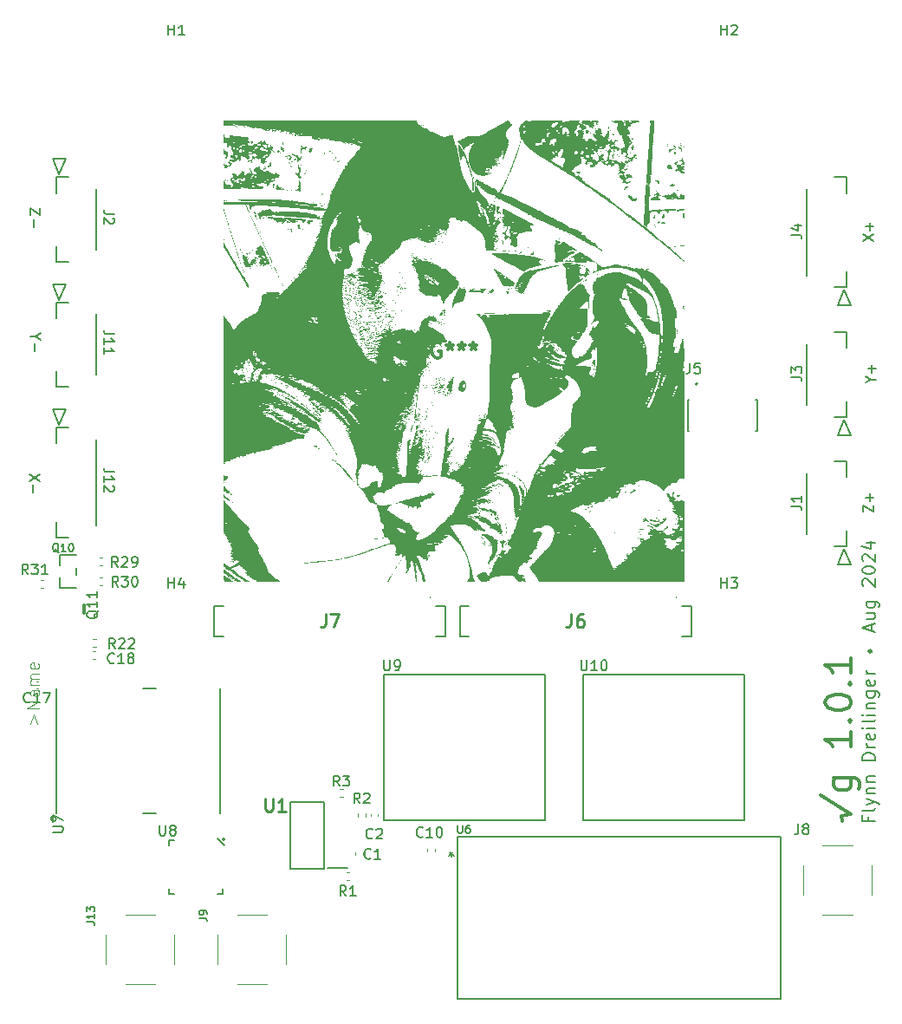
<source format=gbr>
%TF.GenerationSoftware,KiCad,Pcbnew,8.0.4*%
%TF.CreationDate,2024-08-06T11:45:17-05:00*%
%TF.ProjectId,sqrt_of_g_temp,73717274-5f6f-4665-9f67-5f74656d702e,1.0.1*%
%TF.SameCoordinates,Original*%
%TF.FileFunction,Legend,Top*%
%TF.FilePolarity,Positive*%
%FSLAX46Y46*%
G04 Gerber Fmt 4.6, Leading zero omitted, Abs format (unit mm)*
G04 Created by KiCad (PCBNEW 8.0.4) date 2024-08-06 11:45:17*
%MOMM*%
%LPD*%
G01*
G04 APERTURE LIST*
%ADD10C,0.200000*%
%ADD11C,0.300000*%
%ADD12C,0.150000*%
%ADD13C,0.101600*%
%ADD14C,0.127000*%
%ADD15C,0.254000*%
%ADD16C,0.154432*%
%ADD17C,0.203200*%
%ADD18C,0.120000*%
%ADD19C,0.152400*%
%ADD20C,0.100000*%
%ADD21C,0.000000*%
G04 APERTURE END LIST*
D10*
X188838938Y-129632707D02*
X188838938Y-130056041D01*
X189504176Y-130056041D02*
X188234176Y-130056041D01*
X188234176Y-130056041D02*
X188234176Y-129451279D01*
X189504176Y-128786041D02*
X189443700Y-128906993D01*
X189443700Y-128906993D02*
X189322747Y-128967470D01*
X189322747Y-128967470D02*
X188234176Y-128967470D01*
X188657509Y-128423184D02*
X189504176Y-128120803D01*
X188657509Y-127818422D02*
X189504176Y-128120803D01*
X189504176Y-128120803D02*
X189806557Y-128241755D01*
X189806557Y-128241755D02*
X189867033Y-128302232D01*
X189867033Y-128302232D02*
X189927509Y-128423184D01*
X188657509Y-127334613D02*
X189504176Y-127334613D01*
X188778461Y-127334613D02*
X188717985Y-127274136D01*
X188717985Y-127274136D02*
X188657509Y-127153184D01*
X188657509Y-127153184D02*
X188657509Y-126971755D01*
X188657509Y-126971755D02*
X188717985Y-126850803D01*
X188717985Y-126850803D02*
X188838938Y-126790327D01*
X188838938Y-126790327D02*
X189504176Y-126790327D01*
X188657509Y-126185565D02*
X189504176Y-126185565D01*
X188778461Y-126185565D02*
X188717985Y-126125088D01*
X188717985Y-126125088D02*
X188657509Y-126004136D01*
X188657509Y-126004136D02*
X188657509Y-125822707D01*
X188657509Y-125822707D02*
X188717985Y-125701755D01*
X188717985Y-125701755D02*
X188838938Y-125641279D01*
X188838938Y-125641279D02*
X189504176Y-125641279D01*
X189504176Y-124068898D02*
X188234176Y-124068898D01*
X188234176Y-124068898D02*
X188234176Y-123766517D01*
X188234176Y-123766517D02*
X188294652Y-123585088D01*
X188294652Y-123585088D02*
X188415604Y-123464136D01*
X188415604Y-123464136D02*
X188536557Y-123403659D01*
X188536557Y-123403659D02*
X188778461Y-123343183D01*
X188778461Y-123343183D02*
X188959890Y-123343183D01*
X188959890Y-123343183D02*
X189201795Y-123403659D01*
X189201795Y-123403659D02*
X189322747Y-123464136D01*
X189322747Y-123464136D02*
X189443700Y-123585088D01*
X189443700Y-123585088D02*
X189504176Y-123766517D01*
X189504176Y-123766517D02*
X189504176Y-124068898D01*
X189504176Y-122798898D02*
X188657509Y-122798898D01*
X188899414Y-122798898D02*
X188778461Y-122738421D01*
X188778461Y-122738421D02*
X188717985Y-122677945D01*
X188717985Y-122677945D02*
X188657509Y-122556993D01*
X188657509Y-122556993D02*
X188657509Y-122436040D01*
X189443700Y-121528898D02*
X189504176Y-121649850D01*
X189504176Y-121649850D02*
X189504176Y-121891755D01*
X189504176Y-121891755D02*
X189443700Y-122012708D01*
X189443700Y-122012708D02*
X189322747Y-122073184D01*
X189322747Y-122073184D02*
X188838938Y-122073184D01*
X188838938Y-122073184D02*
X188717985Y-122012708D01*
X188717985Y-122012708D02*
X188657509Y-121891755D01*
X188657509Y-121891755D02*
X188657509Y-121649850D01*
X188657509Y-121649850D02*
X188717985Y-121528898D01*
X188717985Y-121528898D02*
X188838938Y-121468422D01*
X188838938Y-121468422D02*
X188959890Y-121468422D01*
X188959890Y-121468422D02*
X189080842Y-122073184D01*
X189504176Y-120924137D02*
X188657509Y-120924137D01*
X188234176Y-120924137D02*
X188294652Y-120984613D01*
X188294652Y-120984613D02*
X188355128Y-120924137D01*
X188355128Y-120924137D02*
X188294652Y-120863660D01*
X188294652Y-120863660D02*
X188234176Y-120924137D01*
X188234176Y-120924137D02*
X188355128Y-120924137D01*
X189504176Y-120137946D02*
X189443700Y-120258898D01*
X189443700Y-120258898D02*
X189322747Y-120319375D01*
X189322747Y-120319375D02*
X188234176Y-120319375D01*
X189504176Y-119654137D02*
X188657509Y-119654137D01*
X188234176Y-119654137D02*
X188294652Y-119714613D01*
X188294652Y-119714613D02*
X188355128Y-119654137D01*
X188355128Y-119654137D02*
X188294652Y-119593660D01*
X188294652Y-119593660D02*
X188234176Y-119654137D01*
X188234176Y-119654137D02*
X188355128Y-119654137D01*
X188657509Y-119049375D02*
X189504176Y-119049375D01*
X188778461Y-119049375D02*
X188717985Y-118988898D01*
X188717985Y-118988898D02*
X188657509Y-118867946D01*
X188657509Y-118867946D02*
X188657509Y-118686517D01*
X188657509Y-118686517D02*
X188717985Y-118565565D01*
X188717985Y-118565565D02*
X188838938Y-118505089D01*
X188838938Y-118505089D02*
X189504176Y-118505089D01*
X188657509Y-117356041D02*
X189685604Y-117356041D01*
X189685604Y-117356041D02*
X189806557Y-117416517D01*
X189806557Y-117416517D02*
X189867033Y-117476993D01*
X189867033Y-117476993D02*
X189927509Y-117597946D01*
X189927509Y-117597946D02*
X189927509Y-117779374D01*
X189927509Y-117779374D02*
X189867033Y-117900327D01*
X189443700Y-117356041D02*
X189504176Y-117476993D01*
X189504176Y-117476993D02*
X189504176Y-117718898D01*
X189504176Y-117718898D02*
X189443700Y-117839850D01*
X189443700Y-117839850D02*
X189383223Y-117900327D01*
X189383223Y-117900327D02*
X189262271Y-117960803D01*
X189262271Y-117960803D02*
X188899414Y-117960803D01*
X188899414Y-117960803D02*
X188778461Y-117900327D01*
X188778461Y-117900327D02*
X188717985Y-117839850D01*
X188717985Y-117839850D02*
X188657509Y-117718898D01*
X188657509Y-117718898D02*
X188657509Y-117476993D01*
X188657509Y-117476993D02*
X188717985Y-117356041D01*
X189443700Y-116267469D02*
X189504176Y-116388421D01*
X189504176Y-116388421D02*
X189504176Y-116630326D01*
X189504176Y-116630326D02*
X189443700Y-116751279D01*
X189443700Y-116751279D02*
X189322747Y-116811755D01*
X189322747Y-116811755D02*
X188838938Y-116811755D01*
X188838938Y-116811755D02*
X188717985Y-116751279D01*
X188717985Y-116751279D02*
X188657509Y-116630326D01*
X188657509Y-116630326D02*
X188657509Y-116388421D01*
X188657509Y-116388421D02*
X188717985Y-116267469D01*
X188717985Y-116267469D02*
X188838938Y-116206993D01*
X188838938Y-116206993D02*
X188959890Y-116206993D01*
X188959890Y-116206993D02*
X189080842Y-116811755D01*
X189504176Y-115662708D02*
X188657509Y-115662708D01*
X188899414Y-115662708D02*
X188778461Y-115602231D01*
X188778461Y-115602231D02*
X188717985Y-115541755D01*
X188717985Y-115541755D02*
X188657509Y-115420803D01*
X188657509Y-115420803D02*
X188657509Y-115299850D01*
X188899414Y-113546041D02*
X189141319Y-113546041D01*
X189141319Y-113485565D02*
X188899414Y-113485565D01*
X188838938Y-113425089D02*
X189201795Y-113425089D01*
X189141319Y-113364613D02*
X188899414Y-113364613D01*
X188899414Y-113304137D02*
X189141319Y-113304137D01*
X189080842Y-113546041D02*
X189201795Y-113425089D01*
X189201795Y-113425089D02*
X189080842Y-113304137D01*
X188959890Y-113546041D02*
X188838938Y-113425089D01*
X188838938Y-113425089D02*
X188959890Y-113304137D01*
X188899414Y-113546041D02*
X188838938Y-113425089D01*
X188838938Y-113425089D02*
X188899414Y-113304137D01*
X188899414Y-113304137D02*
X189020366Y-113243660D01*
X189020366Y-113243660D02*
X189141319Y-113304137D01*
X189141319Y-113304137D02*
X189201795Y-113425089D01*
X189201795Y-113425089D02*
X189141319Y-113546041D01*
X189141319Y-113546041D02*
X189020366Y-113606518D01*
X189020366Y-113606518D02*
X188899414Y-113546041D01*
X189141319Y-111429375D02*
X189141319Y-110824613D01*
X189504176Y-111550327D02*
X188234176Y-111126994D01*
X188234176Y-111126994D02*
X189504176Y-110703660D01*
X188657509Y-109736042D02*
X189504176Y-109736042D01*
X188657509Y-110280328D02*
X189322747Y-110280328D01*
X189322747Y-110280328D02*
X189443700Y-110219851D01*
X189443700Y-110219851D02*
X189504176Y-110098899D01*
X189504176Y-110098899D02*
X189504176Y-109917470D01*
X189504176Y-109917470D02*
X189443700Y-109796518D01*
X189443700Y-109796518D02*
X189383223Y-109736042D01*
X188657509Y-108586994D02*
X189685604Y-108586994D01*
X189685604Y-108586994D02*
X189806557Y-108647470D01*
X189806557Y-108647470D02*
X189867033Y-108707946D01*
X189867033Y-108707946D02*
X189927509Y-108828899D01*
X189927509Y-108828899D02*
X189927509Y-109010327D01*
X189927509Y-109010327D02*
X189867033Y-109131280D01*
X189443700Y-108586994D02*
X189504176Y-108707946D01*
X189504176Y-108707946D02*
X189504176Y-108949851D01*
X189504176Y-108949851D02*
X189443700Y-109070803D01*
X189443700Y-109070803D02*
X189383223Y-109131280D01*
X189383223Y-109131280D02*
X189262271Y-109191756D01*
X189262271Y-109191756D02*
X188899414Y-109191756D01*
X188899414Y-109191756D02*
X188778461Y-109131280D01*
X188778461Y-109131280D02*
X188717985Y-109070803D01*
X188717985Y-109070803D02*
X188657509Y-108949851D01*
X188657509Y-108949851D02*
X188657509Y-108707946D01*
X188657509Y-108707946D02*
X188717985Y-108586994D01*
X188355128Y-107075089D02*
X188294652Y-107014613D01*
X188294652Y-107014613D02*
X188234176Y-106893660D01*
X188234176Y-106893660D02*
X188234176Y-106591279D01*
X188234176Y-106591279D02*
X188294652Y-106470327D01*
X188294652Y-106470327D02*
X188355128Y-106409851D01*
X188355128Y-106409851D02*
X188476080Y-106349374D01*
X188476080Y-106349374D02*
X188597033Y-106349374D01*
X188597033Y-106349374D02*
X188778461Y-106409851D01*
X188778461Y-106409851D02*
X189504176Y-107135565D01*
X189504176Y-107135565D02*
X189504176Y-106349374D01*
X188234176Y-105563184D02*
X188234176Y-105442231D01*
X188234176Y-105442231D02*
X188294652Y-105321279D01*
X188294652Y-105321279D02*
X188355128Y-105260803D01*
X188355128Y-105260803D02*
X188476080Y-105200327D01*
X188476080Y-105200327D02*
X188717985Y-105139850D01*
X188717985Y-105139850D02*
X189020366Y-105139850D01*
X189020366Y-105139850D02*
X189262271Y-105200327D01*
X189262271Y-105200327D02*
X189383223Y-105260803D01*
X189383223Y-105260803D02*
X189443700Y-105321279D01*
X189443700Y-105321279D02*
X189504176Y-105442231D01*
X189504176Y-105442231D02*
X189504176Y-105563184D01*
X189504176Y-105563184D02*
X189443700Y-105684136D01*
X189443700Y-105684136D02*
X189383223Y-105744612D01*
X189383223Y-105744612D02*
X189262271Y-105805089D01*
X189262271Y-105805089D02*
X189020366Y-105865565D01*
X189020366Y-105865565D02*
X188717985Y-105865565D01*
X188717985Y-105865565D02*
X188476080Y-105805089D01*
X188476080Y-105805089D02*
X188355128Y-105744612D01*
X188355128Y-105744612D02*
X188294652Y-105684136D01*
X188294652Y-105684136D02*
X188234176Y-105563184D01*
X188355128Y-104656041D02*
X188294652Y-104595565D01*
X188294652Y-104595565D02*
X188234176Y-104474612D01*
X188234176Y-104474612D02*
X188234176Y-104172231D01*
X188234176Y-104172231D02*
X188294652Y-104051279D01*
X188294652Y-104051279D02*
X188355128Y-103990803D01*
X188355128Y-103990803D02*
X188476080Y-103930326D01*
X188476080Y-103930326D02*
X188597033Y-103930326D01*
X188597033Y-103930326D02*
X188778461Y-103990803D01*
X188778461Y-103990803D02*
X189504176Y-104716517D01*
X189504176Y-104716517D02*
X189504176Y-103930326D01*
X188657509Y-102841755D02*
X189504176Y-102841755D01*
X188173700Y-103144136D02*
X189080842Y-103446517D01*
X189080842Y-103446517D02*
X189080842Y-102660326D01*
D11*
X186336885Y-130038822D02*
X186215933Y-129555012D01*
X186215933Y-129555012D02*
X187183552Y-129313108D01*
X187183552Y-129313108D02*
X184159742Y-127498822D01*
X185490219Y-125805488D02*
X187546409Y-125805488D01*
X187546409Y-125805488D02*
X187788314Y-125926441D01*
X187788314Y-125926441D02*
X187909266Y-126047393D01*
X187909266Y-126047393D02*
X188030219Y-126289298D01*
X188030219Y-126289298D02*
X188030219Y-126652155D01*
X188030219Y-126652155D02*
X187909266Y-126894060D01*
X187062600Y-125805488D02*
X187183552Y-126047393D01*
X187183552Y-126047393D02*
X187183552Y-126531202D01*
X187183552Y-126531202D02*
X187062600Y-126773107D01*
X187062600Y-126773107D02*
X186941647Y-126894060D01*
X186941647Y-126894060D02*
X186699742Y-127015012D01*
X186699742Y-127015012D02*
X185974028Y-127015012D01*
X185974028Y-127015012D02*
X185732123Y-126894060D01*
X185732123Y-126894060D02*
X185611171Y-126773107D01*
X185611171Y-126773107D02*
X185490219Y-126531202D01*
X185490219Y-126531202D02*
X185490219Y-126047393D01*
X185490219Y-126047393D02*
X185611171Y-125805488D01*
X187183552Y-121330250D02*
X187183552Y-122781679D01*
X187183552Y-122055965D02*
X184643552Y-122055965D01*
X184643552Y-122055965D02*
X185006409Y-122297869D01*
X185006409Y-122297869D02*
X185248314Y-122539774D01*
X185248314Y-122539774D02*
X185369266Y-122781679D01*
X186941647Y-120241679D02*
X187062600Y-120120726D01*
X187062600Y-120120726D02*
X187183552Y-120241679D01*
X187183552Y-120241679D02*
X187062600Y-120362631D01*
X187062600Y-120362631D02*
X186941647Y-120241679D01*
X186941647Y-120241679D02*
X187183552Y-120241679D01*
X184643552Y-118548345D02*
X184643552Y-118306440D01*
X184643552Y-118306440D02*
X184764504Y-118064536D01*
X184764504Y-118064536D02*
X184885457Y-117943583D01*
X184885457Y-117943583D02*
X185127361Y-117822631D01*
X185127361Y-117822631D02*
X185611171Y-117701678D01*
X185611171Y-117701678D02*
X186215933Y-117701678D01*
X186215933Y-117701678D02*
X186699742Y-117822631D01*
X186699742Y-117822631D02*
X186941647Y-117943583D01*
X186941647Y-117943583D02*
X187062600Y-118064536D01*
X187062600Y-118064536D02*
X187183552Y-118306440D01*
X187183552Y-118306440D02*
X187183552Y-118548345D01*
X187183552Y-118548345D02*
X187062600Y-118790250D01*
X187062600Y-118790250D02*
X186941647Y-118911202D01*
X186941647Y-118911202D02*
X186699742Y-119032155D01*
X186699742Y-119032155D02*
X186215933Y-119153107D01*
X186215933Y-119153107D02*
X185611171Y-119153107D01*
X185611171Y-119153107D02*
X185127361Y-119032155D01*
X185127361Y-119032155D02*
X184885457Y-118911202D01*
X184885457Y-118911202D02*
X184764504Y-118790250D01*
X184764504Y-118790250D02*
X184643552Y-118548345D01*
X186941647Y-116613107D02*
X187062600Y-116492154D01*
X187062600Y-116492154D02*
X187183552Y-116613107D01*
X187183552Y-116613107D02*
X187062600Y-116734059D01*
X187062600Y-116734059D02*
X186941647Y-116613107D01*
X186941647Y-116613107D02*
X187183552Y-116613107D01*
X187183552Y-114073106D02*
X187183552Y-115524535D01*
X187183552Y-114798821D02*
X184643552Y-114798821D01*
X184643552Y-114798821D02*
X185006409Y-115040725D01*
X185006409Y-115040725D02*
X185248314Y-115282630D01*
X185248314Y-115282630D02*
X185369266Y-115524535D01*
D12*
X109179819Y-131090588D02*
X109989342Y-131090588D01*
X109989342Y-131090588D02*
X110084580Y-131042969D01*
X110084580Y-131042969D02*
X110132200Y-130995350D01*
X110132200Y-130995350D02*
X110179819Y-130900112D01*
X110179819Y-130900112D02*
X110179819Y-130709636D01*
X110179819Y-130709636D02*
X110132200Y-130614398D01*
X110132200Y-130614398D02*
X110084580Y-130566779D01*
X110084580Y-130566779D02*
X109989342Y-130519160D01*
X109989342Y-130519160D02*
X109179819Y-130519160D01*
X109179819Y-130138207D02*
X109179819Y-129471541D01*
X109179819Y-129471541D02*
X110179819Y-129900112D01*
D13*
X106992730Y-120545799D02*
X107337444Y-119626561D01*
X107337444Y-119626561D02*
X107682158Y-120545799D01*
X107797063Y-119052037D02*
X106590563Y-119052037D01*
X106590563Y-119052037D02*
X107797063Y-118362608D01*
X107797063Y-118362608D02*
X106590563Y-118362608D01*
X107797063Y-117271013D02*
X107165087Y-117271013D01*
X107165087Y-117271013D02*
X107050182Y-117328466D01*
X107050182Y-117328466D02*
X106992730Y-117443370D01*
X106992730Y-117443370D02*
X106992730Y-117673180D01*
X106992730Y-117673180D02*
X107050182Y-117788085D01*
X107739611Y-117271013D02*
X107797063Y-117385918D01*
X107797063Y-117385918D02*
X107797063Y-117673180D01*
X107797063Y-117673180D02*
X107739611Y-117788085D01*
X107739611Y-117788085D02*
X107624706Y-117845537D01*
X107624706Y-117845537D02*
X107509801Y-117845537D01*
X107509801Y-117845537D02*
X107394896Y-117788085D01*
X107394896Y-117788085D02*
X107337444Y-117673180D01*
X107337444Y-117673180D02*
X107337444Y-117385918D01*
X107337444Y-117385918D02*
X107279991Y-117271013D01*
X107797063Y-116696490D02*
X106992730Y-116696490D01*
X107107634Y-116696490D02*
X107050182Y-116639037D01*
X107050182Y-116639037D02*
X106992730Y-116524132D01*
X106992730Y-116524132D02*
X106992730Y-116351775D01*
X106992730Y-116351775D02*
X107050182Y-116236871D01*
X107050182Y-116236871D02*
X107165087Y-116179418D01*
X107165087Y-116179418D02*
X107797063Y-116179418D01*
X107165087Y-116179418D02*
X107050182Y-116121966D01*
X107050182Y-116121966D02*
X106992730Y-116007061D01*
X106992730Y-116007061D02*
X106992730Y-115834704D01*
X106992730Y-115834704D02*
X107050182Y-115719799D01*
X107050182Y-115719799D02*
X107165087Y-115662347D01*
X107165087Y-115662347D02*
X107797063Y-115662347D01*
X107739611Y-114628204D02*
X107797063Y-114743108D01*
X107797063Y-114743108D02*
X107797063Y-114972918D01*
X107797063Y-114972918D02*
X107739611Y-115087823D01*
X107739611Y-115087823D02*
X107624706Y-115145275D01*
X107624706Y-115145275D02*
X107165087Y-115145275D01*
X107165087Y-115145275D02*
X107050182Y-115087823D01*
X107050182Y-115087823D02*
X106992730Y-114972918D01*
X106992730Y-114972918D02*
X106992730Y-114743108D01*
X106992730Y-114743108D02*
X107050182Y-114628204D01*
X107050182Y-114628204D02*
X107165087Y-114570751D01*
X107165087Y-114570751D02*
X107279991Y-114570751D01*
X107279991Y-114570751D02*
X107394896Y-115145275D01*
D12*
X174468095Y-107262819D02*
X174468095Y-106262819D01*
X174468095Y-106739009D02*
X175039523Y-106739009D01*
X175039523Y-107262819D02*
X175039523Y-106262819D01*
X175420476Y-106262819D02*
X176039523Y-106262819D01*
X176039523Y-106262819D02*
X175706190Y-106643771D01*
X175706190Y-106643771D02*
X175849047Y-106643771D01*
X175849047Y-106643771D02*
X175944285Y-106691390D01*
X175944285Y-106691390D02*
X175991904Y-106739009D01*
X175991904Y-106739009D02*
X176039523Y-106834247D01*
X176039523Y-106834247D02*
X176039523Y-107072342D01*
X176039523Y-107072342D02*
X175991904Y-107167580D01*
X175991904Y-107167580D02*
X175944285Y-107215200D01*
X175944285Y-107215200D02*
X175849047Y-107262819D01*
X175849047Y-107262819D02*
X175563333Y-107262819D01*
X175563333Y-107262819D02*
X175468095Y-107215200D01*
X175468095Y-107215200D02*
X175420476Y-107167580D01*
X120468095Y-107262819D02*
X120468095Y-106262819D01*
X120468095Y-106739009D02*
X121039523Y-106739009D01*
X121039523Y-107262819D02*
X121039523Y-106262819D01*
X121944285Y-106596152D02*
X121944285Y-107262819D01*
X121706190Y-106215200D02*
X121468095Y-106929485D01*
X121468095Y-106929485D02*
X122087142Y-106929485D01*
X174468095Y-53262819D02*
X174468095Y-52262819D01*
X174468095Y-52739009D02*
X175039523Y-52739009D01*
X175039523Y-53262819D02*
X175039523Y-52262819D01*
X175468095Y-52358057D02*
X175515714Y-52310438D01*
X175515714Y-52310438D02*
X175610952Y-52262819D01*
X175610952Y-52262819D02*
X175849047Y-52262819D01*
X175849047Y-52262819D02*
X175944285Y-52310438D01*
X175944285Y-52310438D02*
X175991904Y-52358057D01*
X175991904Y-52358057D02*
X176039523Y-52453295D01*
X176039523Y-52453295D02*
X176039523Y-52548533D01*
X176039523Y-52548533D02*
X175991904Y-52691390D01*
X175991904Y-52691390D02*
X175420476Y-53262819D01*
X175420476Y-53262819D02*
X176039523Y-53262819D01*
X120468095Y-53262819D02*
X120468095Y-52262819D01*
X120468095Y-52739009D02*
X121039523Y-52739009D01*
X121039523Y-53262819D02*
X121039523Y-52262819D01*
X122039523Y-53262819D02*
X121468095Y-53262819D01*
X121753809Y-53262819D02*
X121753809Y-52262819D01*
X121753809Y-52262819D02*
X121658571Y-52405676D01*
X121658571Y-52405676D02*
X121563333Y-52500914D01*
X121563333Y-52500914D02*
X121468095Y-52548533D01*
X137813333Y-137324819D02*
X137480000Y-136848628D01*
X137241905Y-137324819D02*
X137241905Y-136324819D01*
X137241905Y-136324819D02*
X137622857Y-136324819D01*
X137622857Y-136324819D02*
X137718095Y-136372438D01*
X137718095Y-136372438D02*
X137765714Y-136420057D01*
X137765714Y-136420057D02*
X137813333Y-136515295D01*
X137813333Y-136515295D02*
X137813333Y-136658152D01*
X137813333Y-136658152D02*
X137765714Y-136753390D01*
X137765714Y-136753390D02*
X137718095Y-136801009D01*
X137718095Y-136801009D02*
X137622857Y-136848628D01*
X137622857Y-136848628D02*
X137241905Y-136848628D01*
X138765714Y-137324819D02*
X138194286Y-137324819D01*
X138480000Y-137324819D02*
X138480000Y-136324819D01*
X138480000Y-136324819D02*
X138384762Y-136467676D01*
X138384762Y-136467676D02*
X138289524Y-136562914D01*
X138289524Y-136562914D02*
X138194286Y-136610533D01*
X115145180Y-95910473D02*
X114430895Y-95910473D01*
X114430895Y-95910473D02*
X114288038Y-95862854D01*
X114288038Y-95862854D02*
X114192800Y-95767616D01*
X114192800Y-95767616D02*
X114145180Y-95624759D01*
X114145180Y-95624759D02*
X114145180Y-95529521D01*
X114145180Y-96910473D02*
X114145180Y-96339045D01*
X114145180Y-96624759D02*
X115145180Y-96624759D01*
X115145180Y-96624759D02*
X115002323Y-96529521D01*
X115002323Y-96529521D02*
X114907085Y-96434283D01*
X114907085Y-96434283D02*
X114859466Y-96339045D01*
X115049942Y-97291426D02*
X115097561Y-97339045D01*
X115097561Y-97339045D02*
X115145180Y-97434283D01*
X115145180Y-97434283D02*
X115145180Y-97672378D01*
X115145180Y-97672378D02*
X115097561Y-97767616D01*
X115097561Y-97767616D02*
X115049942Y-97815235D01*
X115049942Y-97815235D02*
X114954704Y-97862854D01*
X114954704Y-97862854D02*
X114859466Y-97862854D01*
X114859466Y-97862854D02*
X114716609Y-97815235D01*
X114716609Y-97815235D02*
X114145180Y-97243807D01*
X114145180Y-97243807D02*
X114145180Y-97862854D01*
X107855180Y-96127619D02*
X106855180Y-96794285D01*
X107855180Y-96794285D02*
X106855180Y-96127619D01*
X107236133Y-97175238D02*
X107236133Y-97937143D01*
X182006666Y-130314819D02*
X182006666Y-131029104D01*
X182006666Y-131029104D02*
X181959047Y-131171961D01*
X181959047Y-131171961D02*
X181863809Y-131267200D01*
X181863809Y-131267200D02*
X181720952Y-131314819D01*
X181720952Y-131314819D02*
X181625714Y-131314819D01*
X182625714Y-130743390D02*
X182530476Y-130695771D01*
X182530476Y-130695771D02*
X182482857Y-130648152D01*
X182482857Y-130648152D02*
X182435238Y-130552914D01*
X182435238Y-130552914D02*
X182435238Y-130505295D01*
X182435238Y-130505295D02*
X182482857Y-130410057D01*
X182482857Y-130410057D02*
X182530476Y-130362438D01*
X182530476Y-130362438D02*
X182625714Y-130314819D01*
X182625714Y-130314819D02*
X182816190Y-130314819D01*
X182816190Y-130314819D02*
X182911428Y-130362438D01*
X182911428Y-130362438D02*
X182959047Y-130410057D01*
X182959047Y-130410057D02*
X183006666Y-130505295D01*
X183006666Y-130505295D02*
X183006666Y-130552914D01*
X183006666Y-130552914D02*
X182959047Y-130648152D01*
X182959047Y-130648152D02*
X182911428Y-130695771D01*
X182911428Y-130695771D02*
X182816190Y-130743390D01*
X182816190Y-130743390D02*
X182625714Y-130743390D01*
X182625714Y-130743390D02*
X182530476Y-130791009D01*
X182530476Y-130791009D02*
X182482857Y-130838628D01*
X182482857Y-130838628D02*
X182435238Y-130933866D01*
X182435238Y-130933866D02*
X182435238Y-131124342D01*
X182435238Y-131124342D02*
X182482857Y-131219580D01*
X182482857Y-131219580D02*
X182530476Y-131267200D01*
X182530476Y-131267200D02*
X182625714Y-131314819D01*
X182625714Y-131314819D02*
X182816190Y-131314819D01*
X182816190Y-131314819D02*
X182911428Y-131267200D01*
X182911428Y-131267200D02*
X182959047Y-131219580D01*
X182959047Y-131219580D02*
X183006666Y-131124342D01*
X183006666Y-131124342D02*
X183006666Y-130933866D01*
X183006666Y-130933866D02*
X182959047Y-130838628D01*
X182959047Y-130838628D02*
X182911428Y-130791009D01*
X182911428Y-130791009D02*
X182816190Y-130743390D01*
X115237143Y-113184819D02*
X114903810Y-112708628D01*
X114665715Y-113184819D02*
X114665715Y-112184819D01*
X114665715Y-112184819D02*
X115046667Y-112184819D01*
X115046667Y-112184819D02*
X115141905Y-112232438D01*
X115141905Y-112232438D02*
X115189524Y-112280057D01*
X115189524Y-112280057D02*
X115237143Y-112375295D01*
X115237143Y-112375295D02*
X115237143Y-112518152D01*
X115237143Y-112518152D02*
X115189524Y-112613390D01*
X115189524Y-112613390D02*
X115141905Y-112661009D01*
X115141905Y-112661009D02*
X115046667Y-112708628D01*
X115046667Y-112708628D02*
X114665715Y-112708628D01*
X115618096Y-112280057D02*
X115665715Y-112232438D01*
X115665715Y-112232438D02*
X115760953Y-112184819D01*
X115760953Y-112184819D02*
X115999048Y-112184819D01*
X115999048Y-112184819D02*
X116094286Y-112232438D01*
X116094286Y-112232438D02*
X116141905Y-112280057D01*
X116141905Y-112280057D02*
X116189524Y-112375295D01*
X116189524Y-112375295D02*
X116189524Y-112470533D01*
X116189524Y-112470533D02*
X116141905Y-112613390D01*
X116141905Y-112613390D02*
X115570477Y-113184819D01*
X115570477Y-113184819D02*
X116189524Y-113184819D01*
X116570477Y-112280057D02*
X116618096Y-112232438D01*
X116618096Y-112232438D02*
X116713334Y-112184819D01*
X116713334Y-112184819D02*
X116951429Y-112184819D01*
X116951429Y-112184819D02*
X117046667Y-112232438D01*
X117046667Y-112232438D02*
X117094286Y-112280057D01*
X117094286Y-112280057D02*
X117141905Y-112375295D01*
X117141905Y-112375295D02*
X117141905Y-112470533D01*
X117141905Y-112470533D02*
X117094286Y-112613390D01*
X117094286Y-112613390D02*
X116522858Y-113184819D01*
X116522858Y-113184819D02*
X117141905Y-113184819D01*
X141528095Y-114304819D02*
X141528095Y-115114342D01*
X141528095Y-115114342D02*
X141575714Y-115209580D01*
X141575714Y-115209580D02*
X141623333Y-115257200D01*
X141623333Y-115257200D02*
X141718571Y-115304819D01*
X141718571Y-115304819D02*
X141909047Y-115304819D01*
X141909047Y-115304819D02*
X142004285Y-115257200D01*
X142004285Y-115257200D02*
X142051904Y-115209580D01*
X142051904Y-115209580D02*
X142099523Y-115114342D01*
X142099523Y-115114342D02*
X142099523Y-114304819D01*
X142623333Y-115304819D02*
X142813809Y-115304819D01*
X142813809Y-115304819D02*
X142909047Y-115257200D01*
X142909047Y-115257200D02*
X142956666Y-115209580D01*
X142956666Y-115209580D02*
X143051904Y-115066723D01*
X143051904Y-115066723D02*
X143099523Y-114876247D01*
X143099523Y-114876247D02*
X143099523Y-114495295D01*
X143099523Y-114495295D02*
X143051904Y-114400057D01*
X143051904Y-114400057D02*
X143004285Y-114352438D01*
X143004285Y-114352438D02*
X142909047Y-114304819D01*
X142909047Y-114304819D02*
X142718571Y-114304819D01*
X142718571Y-114304819D02*
X142623333Y-114352438D01*
X142623333Y-114352438D02*
X142575714Y-114400057D01*
X142575714Y-114400057D02*
X142528095Y-114495295D01*
X142528095Y-114495295D02*
X142528095Y-114733390D01*
X142528095Y-114733390D02*
X142575714Y-114828628D01*
X142575714Y-114828628D02*
X142623333Y-114876247D01*
X142623333Y-114876247D02*
X142718571Y-114923866D01*
X142718571Y-114923866D02*
X142909047Y-114923866D01*
X142909047Y-114923866D02*
X143004285Y-114876247D01*
X143004285Y-114876247D02*
X143051904Y-114828628D01*
X143051904Y-114828628D02*
X143099523Y-114733390D01*
X106747142Y-105924819D02*
X106413809Y-105448628D01*
X106175714Y-105924819D02*
X106175714Y-104924819D01*
X106175714Y-104924819D02*
X106556666Y-104924819D01*
X106556666Y-104924819D02*
X106651904Y-104972438D01*
X106651904Y-104972438D02*
X106699523Y-105020057D01*
X106699523Y-105020057D02*
X106747142Y-105115295D01*
X106747142Y-105115295D02*
X106747142Y-105258152D01*
X106747142Y-105258152D02*
X106699523Y-105353390D01*
X106699523Y-105353390D02*
X106651904Y-105401009D01*
X106651904Y-105401009D02*
X106556666Y-105448628D01*
X106556666Y-105448628D02*
X106175714Y-105448628D01*
X107080476Y-104924819D02*
X107699523Y-104924819D01*
X107699523Y-104924819D02*
X107366190Y-105305771D01*
X107366190Y-105305771D02*
X107509047Y-105305771D01*
X107509047Y-105305771D02*
X107604285Y-105353390D01*
X107604285Y-105353390D02*
X107651904Y-105401009D01*
X107651904Y-105401009D02*
X107699523Y-105496247D01*
X107699523Y-105496247D02*
X107699523Y-105734342D01*
X107699523Y-105734342D02*
X107651904Y-105829580D01*
X107651904Y-105829580D02*
X107604285Y-105877200D01*
X107604285Y-105877200D02*
X107509047Y-105924819D01*
X107509047Y-105924819D02*
X107223333Y-105924819D01*
X107223333Y-105924819D02*
X107128095Y-105877200D01*
X107128095Y-105877200D02*
X107080476Y-105829580D01*
X108651904Y-105924819D02*
X108080476Y-105924819D01*
X108366190Y-105924819D02*
X108366190Y-104924819D01*
X108366190Y-104924819D02*
X108270952Y-105067676D01*
X108270952Y-105067676D02*
X108175714Y-105162914D01*
X108175714Y-105162914D02*
X108080476Y-105210533D01*
X181324819Y-72768684D02*
X182039104Y-72768684D01*
X182039104Y-72768684D02*
X182181961Y-72816303D01*
X182181961Y-72816303D02*
X182277200Y-72911541D01*
X182277200Y-72911541D02*
X182324819Y-73054398D01*
X182324819Y-73054398D02*
X182324819Y-73149636D01*
X181658152Y-71863922D02*
X182324819Y-71863922D01*
X181277200Y-72102017D02*
X181991485Y-72340112D01*
X181991485Y-72340112D02*
X181991485Y-71721065D01*
X188354819Y-73382380D02*
X189354819Y-72715714D01*
X188354819Y-72715714D02*
X189354819Y-73382380D01*
X188973866Y-72334761D02*
X188973866Y-71572857D01*
X189354819Y-71953809D02*
X188592914Y-71953809D01*
X115145180Y-70716666D02*
X114430895Y-70716666D01*
X114430895Y-70716666D02*
X114288038Y-70669047D01*
X114288038Y-70669047D02*
X114192800Y-70573809D01*
X114192800Y-70573809D02*
X114145180Y-70430952D01*
X114145180Y-70430952D02*
X114145180Y-70335714D01*
X115049942Y-71145238D02*
X115097561Y-71192857D01*
X115097561Y-71192857D02*
X115145180Y-71288095D01*
X115145180Y-71288095D02*
X115145180Y-71526190D01*
X115145180Y-71526190D02*
X115097561Y-71621428D01*
X115097561Y-71621428D02*
X115049942Y-71669047D01*
X115049942Y-71669047D02*
X114954704Y-71716666D01*
X114954704Y-71716666D02*
X114859466Y-71716666D01*
X114859466Y-71716666D02*
X114716609Y-71669047D01*
X114716609Y-71669047D02*
X114145180Y-71097619D01*
X114145180Y-71097619D02*
X114145180Y-71716666D01*
X107925180Y-70197619D02*
X107925180Y-70864285D01*
X107925180Y-70864285D02*
X106925180Y-70197619D01*
X106925180Y-70197619D02*
X106925180Y-70864285D01*
X107306133Y-71245238D02*
X107306133Y-72007143D01*
X171426666Y-85304819D02*
X171426666Y-86019104D01*
X171426666Y-86019104D02*
X171379047Y-86161961D01*
X171379047Y-86161961D02*
X171283809Y-86257200D01*
X171283809Y-86257200D02*
X171140952Y-86304819D01*
X171140952Y-86304819D02*
X171045714Y-86304819D01*
X172379047Y-85304819D02*
X171902857Y-85304819D01*
X171902857Y-85304819D02*
X171855238Y-85781009D01*
X171855238Y-85781009D02*
X171902857Y-85733390D01*
X171902857Y-85733390D02*
X171998095Y-85685771D01*
X171998095Y-85685771D02*
X172236190Y-85685771D01*
X172236190Y-85685771D02*
X172331428Y-85733390D01*
X172331428Y-85733390D02*
X172379047Y-85781009D01*
X172379047Y-85781009D02*
X172426666Y-85876247D01*
X172426666Y-85876247D02*
X172426666Y-86114342D01*
X172426666Y-86114342D02*
X172379047Y-86209580D01*
X172379047Y-86209580D02*
X172331428Y-86257200D01*
X172331428Y-86257200D02*
X172236190Y-86304819D01*
X172236190Y-86304819D02*
X171998095Y-86304819D01*
X171998095Y-86304819D02*
X171902857Y-86257200D01*
X171902857Y-86257200D02*
X171855238Y-86209580D01*
X137183333Y-126584819D02*
X136850000Y-126108628D01*
X136611905Y-126584819D02*
X136611905Y-125584819D01*
X136611905Y-125584819D02*
X136992857Y-125584819D01*
X136992857Y-125584819D02*
X137088095Y-125632438D01*
X137088095Y-125632438D02*
X137135714Y-125680057D01*
X137135714Y-125680057D02*
X137183333Y-125775295D01*
X137183333Y-125775295D02*
X137183333Y-125918152D01*
X137183333Y-125918152D02*
X137135714Y-126013390D01*
X137135714Y-126013390D02*
X137088095Y-126061009D01*
X137088095Y-126061009D02*
X136992857Y-126108628D01*
X136992857Y-126108628D02*
X136611905Y-126108628D01*
X137516667Y-125584819D02*
X138135714Y-125584819D01*
X138135714Y-125584819D02*
X137802381Y-125965771D01*
X137802381Y-125965771D02*
X137945238Y-125965771D01*
X137945238Y-125965771D02*
X138040476Y-126013390D01*
X138040476Y-126013390D02*
X138088095Y-126061009D01*
X138088095Y-126061009D02*
X138135714Y-126156247D01*
X138135714Y-126156247D02*
X138135714Y-126394342D01*
X138135714Y-126394342D02*
X138088095Y-126489580D01*
X138088095Y-126489580D02*
X138040476Y-126537200D01*
X138040476Y-126537200D02*
X137945238Y-126584819D01*
X137945238Y-126584819D02*
X137659524Y-126584819D01*
X137659524Y-126584819D02*
X137564286Y-126537200D01*
X137564286Y-126537200D02*
X137516667Y-126489580D01*
D14*
X112483911Y-139856856D02*
X113028197Y-139856856D01*
X113028197Y-139856856D02*
X113137054Y-139893141D01*
X113137054Y-139893141D02*
X113209626Y-139965713D01*
X113209626Y-139965713D02*
X113245911Y-140074570D01*
X113245911Y-140074570D02*
X113245911Y-140147141D01*
X113245911Y-139094856D02*
X113245911Y-139530285D01*
X113245911Y-139312570D02*
X112483911Y-139312570D01*
X112483911Y-139312570D02*
X112592768Y-139385142D01*
X112592768Y-139385142D02*
X112665340Y-139457713D01*
X112665340Y-139457713D02*
X112701626Y-139530285D01*
X112483911Y-138840856D02*
X112483911Y-138369142D01*
X112483911Y-138369142D02*
X112774197Y-138623142D01*
X112774197Y-138623142D02*
X112774197Y-138514285D01*
X112774197Y-138514285D02*
X112810483Y-138441714D01*
X112810483Y-138441714D02*
X112846768Y-138405428D01*
X112846768Y-138405428D02*
X112919340Y-138369142D01*
X112919340Y-138369142D02*
X113100768Y-138369142D01*
X113100768Y-138369142D02*
X113173340Y-138405428D01*
X113173340Y-138405428D02*
X113209626Y-138441714D01*
X113209626Y-138441714D02*
X113245911Y-138514285D01*
X113245911Y-138514285D02*
X113245911Y-138731999D01*
X113245911Y-138731999D02*
X113209626Y-138804571D01*
X113209626Y-138804571D02*
X113173340Y-138840856D01*
D12*
X113600057Y-109481428D02*
X113552438Y-109576666D01*
X113552438Y-109576666D02*
X113457200Y-109671904D01*
X113457200Y-109671904D02*
X113314342Y-109814761D01*
X113314342Y-109814761D02*
X113266723Y-109909999D01*
X113266723Y-109909999D02*
X113266723Y-110005237D01*
X113504819Y-109957618D02*
X113457200Y-110052856D01*
X113457200Y-110052856D02*
X113361961Y-110148094D01*
X113361961Y-110148094D02*
X113171485Y-110195713D01*
X113171485Y-110195713D02*
X112838152Y-110195713D01*
X112838152Y-110195713D02*
X112647676Y-110148094D01*
X112647676Y-110148094D02*
X112552438Y-110052856D01*
X112552438Y-110052856D02*
X112504819Y-109957618D01*
X112504819Y-109957618D02*
X112504819Y-109767142D01*
X112504819Y-109767142D02*
X112552438Y-109671904D01*
X112552438Y-109671904D02*
X112647676Y-109576666D01*
X112647676Y-109576666D02*
X112838152Y-109529047D01*
X112838152Y-109529047D02*
X113171485Y-109529047D01*
X113171485Y-109529047D02*
X113361961Y-109576666D01*
X113361961Y-109576666D02*
X113457200Y-109671904D01*
X113457200Y-109671904D02*
X113504819Y-109767142D01*
X113504819Y-109767142D02*
X113504819Y-109957618D01*
X113504819Y-108576666D02*
X113504819Y-109148094D01*
X113504819Y-108862380D02*
X112504819Y-108862380D01*
X112504819Y-108862380D02*
X112647676Y-108957618D01*
X112647676Y-108957618D02*
X112742914Y-109052856D01*
X112742914Y-109052856D02*
X112790533Y-109148094D01*
X113504819Y-107624285D02*
X113504819Y-108195713D01*
X113504819Y-107909999D02*
X112504819Y-107909999D01*
X112504819Y-107909999D02*
X112647676Y-108005237D01*
X112647676Y-108005237D02*
X112742914Y-108100475D01*
X112742914Y-108100475D02*
X112790533Y-108195713D01*
X115537142Y-105204819D02*
X115203809Y-104728628D01*
X114965714Y-105204819D02*
X114965714Y-104204819D01*
X114965714Y-104204819D02*
X115346666Y-104204819D01*
X115346666Y-104204819D02*
X115441904Y-104252438D01*
X115441904Y-104252438D02*
X115489523Y-104300057D01*
X115489523Y-104300057D02*
X115537142Y-104395295D01*
X115537142Y-104395295D02*
X115537142Y-104538152D01*
X115537142Y-104538152D02*
X115489523Y-104633390D01*
X115489523Y-104633390D02*
X115441904Y-104681009D01*
X115441904Y-104681009D02*
X115346666Y-104728628D01*
X115346666Y-104728628D02*
X114965714Y-104728628D01*
X115918095Y-104300057D02*
X115965714Y-104252438D01*
X115965714Y-104252438D02*
X116060952Y-104204819D01*
X116060952Y-104204819D02*
X116299047Y-104204819D01*
X116299047Y-104204819D02*
X116394285Y-104252438D01*
X116394285Y-104252438D02*
X116441904Y-104300057D01*
X116441904Y-104300057D02*
X116489523Y-104395295D01*
X116489523Y-104395295D02*
X116489523Y-104490533D01*
X116489523Y-104490533D02*
X116441904Y-104633390D01*
X116441904Y-104633390D02*
X115870476Y-105204819D01*
X115870476Y-105204819D02*
X116489523Y-105204819D01*
X116965714Y-105204819D02*
X117156190Y-105204819D01*
X117156190Y-105204819D02*
X117251428Y-105157200D01*
X117251428Y-105157200D02*
X117299047Y-105109580D01*
X117299047Y-105109580D02*
X117394285Y-104966723D01*
X117394285Y-104966723D02*
X117441904Y-104776247D01*
X117441904Y-104776247D02*
X117441904Y-104395295D01*
X117441904Y-104395295D02*
X117394285Y-104300057D01*
X117394285Y-104300057D02*
X117346666Y-104252438D01*
X117346666Y-104252438D02*
X117251428Y-104204819D01*
X117251428Y-104204819D02*
X117060952Y-104204819D01*
X117060952Y-104204819D02*
X116965714Y-104252438D01*
X116965714Y-104252438D02*
X116918095Y-104300057D01*
X116918095Y-104300057D02*
X116870476Y-104395295D01*
X116870476Y-104395295D02*
X116870476Y-104633390D01*
X116870476Y-104633390D02*
X116918095Y-104728628D01*
X116918095Y-104728628D02*
X116965714Y-104776247D01*
X116965714Y-104776247D02*
X117060952Y-104823866D01*
X117060952Y-104823866D02*
X117251428Y-104823866D01*
X117251428Y-104823866D02*
X117346666Y-104776247D01*
X117346666Y-104776247D02*
X117394285Y-104728628D01*
X117394285Y-104728628D02*
X117441904Y-104633390D01*
X115145180Y-82450477D02*
X114430895Y-82450477D01*
X114430895Y-82450477D02*
X114288038Y-82402858D01*
X114288038Y-82402858D02*
X114192800Y-82307620D01*
X114192800Y-82307620D02*
X114145180Y-82164763D01*
X114145180Y-82164763D02*
X114145180Y-82069525D01*
X114145180Y-83450477D02*
X114145180Y-82879049D01*
X114145180Y-83164763D02*
X115145180Y-83164763D01*
X115145180Y-83164763D02*
X115002323Y-83069525D01*
X115002323Y-83069525D02*
X114907085Y-82974287D01*
X114907085Y-82974287D02*
X114859466Y-82879049D01*
X114145180Y-84402858D02*
X114145180Y-83831430D01*
X114145180Y-84117144D02*
X115145180Y-84117144D01*
X115145180Y-84117144D02*
X115002323Y-84021906D01*
X115002323Y-84021906D02*
X114907085Y-83926668D01*
X114907085Y-83926668D02*
X114859466Y-83831430D01*
X107451371Y-82670952D02*
X106975180Y-82670952D01*
X107975180Y-82337619D02*
X107451371Y-82670952D01*
X107451371Y-82670952D02*
X107975180Y-83004285D01*
X107356133Y-83337619D02*
X107356133Y-84099524D01*
D14*
X123453911Y-139503999D02*
X123998197Y-139503999D01*
X123998197Y-139503999D02*
X124107054Y-139540284D01*
X124107054Y-139540284D02*
X124179626Y-139612856D01*
X124179626Y-139612856D02*
X124215911Y-139721713D01*
X124215911Y-139721713D02*
X124215911Y-139794284D01*
X124215911Y-139104856D02*
X124215911Y-138959713D01*
X124215911Y-138959713D02*
X124179626Y-138887142D01*
X124179626Y-138887142D02*
X124143340Y-138850856D01*
X124143340Y-138850856D02*
X124034483Y-138778285D01*
X124034483Y-138778285D02*
X123889340Y-138741999D01*
X123889340Y-138741999D02*
X123599054Y-138741999D01*
X123599054Y-138741999D02*
X123526483Y-138778285D01*
X123526483Y-138778285D02*
X123490197Y-138814571D01*
X123490197Y-138814571D02*
X123453911Y-138887142D01*
X123453911Y-138887142D02*
X123453911Y-139032285D01*
X123453911Y-139032285D02*
X123490197Y-139104856D01*
X123490197Y-139104856D02*
X123526483Y-139141142D01*
X123526483Y-139141142D02*
X123599054Y-139177428D01*
X123599054Y-139177428D02*
X123780483Y-139177428D01*
X123780483Y-139177428D02*
X123853054Y-139141142D01*
X123853054Y-139141142D02*
X123889340Y-139104856D01*
X123889340Y-139104856D02*
X123925626Y-139032285D01*
X123925626Y-139032285D02*
X123925626Y-138887142D01*
X123925626Y-138887142D02*
X123889340Y-138814571D01*
X123889340Y-138814571D02*
X123853054Y-138778285D01*
X123853054Y-138778285D02*
X123780483Y-138741999D01*
D12*
X119596779Y-130429819D02*
X119596779Y-131239342D01*
X119596779Y-131239342D02*
X119644398Y-131334580D01*
X119644398Y-131334580D02*
X119692017Y-131382200D01*
X119692017Y-131382200D02*
X119787255Y-131429819D01*
X119787255Y-131429819D02*
X119977731Y-131429819D01*
X119977731Y-131429819D02*
X120072969Y-131382200D01*
X120072969Y-131382200D02*
X120120588Y-131334580D01*
X120120588Y-131334580D02*
X120168207Y-131239342D01*
X120168207Y-131239342D02*
X120168207Y-130429819D01*
X120787255Y-130858390D02*
X120692017Y-130810771D01*
X120692017Y-130810771D02*
X120644398Y-130763152D01*
X120644398Y-130763152D02*
X120596779Y-130667914D01*
X120596779Y-130667914D02*
X120596779Y-130620295D01*
X120596779Y-130620295D02*
X120644398Y-130525057D01*
X120644398Y-130525057D02*
X120692017Y-130477438D01*
X120692017Y-130477438D02*
X120787255Y-130429819D01*
X120787255Y-130429819D02*
X120977731Y-130429819D01*
X120977731Y-130429819D02*
X121072969Y-130477438D01*
X121072969Y-130477438D02*
X121120588Y-130525057D01*
X121120588Y-130525057D02*
X121168207Y-130620295D01*
X121168207Y-130620295D02*
X121168207Y-130667914D01*
X121168207Y-130667914D02*
X121120588Y-130763152D01*
X121120588Y-130763152D02*
X121072969Y-130810771D01*
X121072969Y-130810771D02*
X120977731Y-130858390D01*
X120977731Y-130858390D02*
X120787255Y-130858390D01*
X120787255Y-130858390D02*
X120692017Y-130906009D01*
X120692017Y-130906009D02*
X120644398Y-130953628D01*
X120644398Y-130953628D02*
X120596779Y-131048866D01*
X120596779Y-131048866D02*
X120596779Y-131239342D01*
X120596779Y-131239342D02*
X120644398Y-131334580D01*
X120644398Y-131334580D02*
X120692017Y-131382200D01*
X120692017Y-131382200D02*
X120787255Y-131429819D01*
X120787255Y-131429819D02*
X120977731Y-131429819D01*
X120977731Y-131429819D02*
X121072969Y-131382200D01*
X121072969Y-131382200D02*
X121120588Y-131334580D01*
X121120588Y-131334580D02*
X121168207Y-131239342D01*
X121168207Y-131239342D02*
X121168207Y-131048866D01*
X121168207Y-131048866D02*
X121120588Y-130953628D01*
X121120588Y-130953628D02*
X121072969Y-130906009D01*
X121072969Y-130906009D02*
X120977731Y-130858390D01*
D15*
X159806667Y-109812318D02*
X159806667Y-110719461D01*
X159806667Y-110719461D02*
X159746190Y-110900889D01*
X159746190Y-110900889D02*
X159625238Y-111021842D01*
X159625238Y-111021842D02*
X159443809Y-111082318D01*
X159443809Y-111082318D02*
X159322857Y-111082318D01*
X160955714Y-109812318D02*
X160713809Y-109812318D01*
X160713809Y-109812318D02*
X160592857Y-109872794D01*
X160592857Y-109872794D02*
X160532381Y-109933270D01*
X160532381Y-109933270D02*
X160411428Y-110114699D01*
X160411428Y-110114699D02*
X160350952Y-110356603D01*
X160350952Y-110356603D02*
X160350952Y-110840413D01*
X160350952Y-110840413D02*
X160411428Y-110961365D01*
X160411428Y-110961365D02*
X160471905Y-111021842D01*
X160471905Y-111021842D02*
X160592857Y-111082318D01*
X160592857Y-111082318D02*
X160834762Y-111082318D01*
X160834762Y-111082318D02*
X160955714Y-111021842D01*
X160955714Y-111021842D02*
X161016190Y-110961365D01*
X161016190Y-110961365D02*
X161076667Y-110840413D01*
X161076667Y-110840413D02*
X161076667Y-110538032D01*
X161076667Y-110538032D02*
X161016190Y-110417080D01*
X161016190Y-110417080D02*
X160955714Y-110356603D01*
X160955714Y-110356603D02*
X160834762Y-110296127D01*
X160834762Y-110296127D02*
X160592857Y-110296127D01*
X160592857Y-110296127D02*
X160471905Y-110356603D01*
X160471905Y-110356603D02*
X160411428Y-110417080D01*
X160411428Y-110417080D02*
X160350952Y-110538032D01*
D12*
X145317142Y-131509580D02*
X145269523Y-131557200D01*
X145269523Y-131557200D02*
X145126666Y-131604819D01*
X145126666Y-131604819D02*
X145031428Y-131604819D01*
X145031428Y-131604819D02*
X144888571Y-131557200D01*
X144888571Y-131557200D02*
X144793333Y-131461961D01*
X144793333Y-131461961D02*
X144745714Y-131366723D01*
X144745714Y-131366723D02*
X144698095Y-131176247D01*
X144698095Y-131176247D02*
X144698095Y-131033390D01*
X144698095Y-131033390D02*
X144745714Y-130842914D01*
X144745714Y-130842914D02*
X144793333Y-130747676D01*
X144793333Y-130747676D02*
X144888571Y-130652438D01*
X144888571Y-130652438D02*
X145031428Y-130604819D01*
X145031428Y-130604819D02*
X145126666Y-130604819D01*
X145126666Y-130604819D02*
X145269523Y-130652438D01*
X145269523Y-130652438D02*
X145317142Y-130700057D01*
X146269523Y-131604819D02*
X145698095Y-131604819D01*
X145983809Y-131604819D02*
X145983809Y-130604819D01*
X145983809Y-130604819D02*
X145888571Y-130747676D01*
X145888571Y-130747676D02*
X145793333Y-130842914D01*
X145793333Y-130842914D02*
X145698095Y-130890533D01*
X146888571Y-130604819D02*
X146983809Y-130604819D01*
X146983809Y-130604819D02*
X147079047Y-130652438D01*
X147079047Y-130652438D02*
X147126666Y-130700057D01*
X147126666Y-130700057D02*
X147174285Y-130795295D01*
X147174285Y-130795295D02*
X147221904Y-130985771D01*
X147221904Y-130985771D02*
X147221904Y-131223866D01*
X147221904Y-131223866D02*
X147174285Y-131414342D01*
X147174285Y-131414342D02*
X147126666Y-131509580D01*
X147126666Y-131509580D02*
X147079047Y-131557200D01*
X147079047Y-131557200D02*
X146983809Y-131604819D01*
X146983809Y-131604819D02*
X146888571Y-131604819D01*
X146888571Y-131604819D02*
X146793333Y-131557200D01*
X146793333Y-131557200D02*
X146745714Y-131509580D01*
X146745714Y-131509580D02*
X146698095Y-131414342D01*
X146698095Y-131414342D02*
X146650476Y-131223866D01*
X146650476Y-131223866D02*
X146650476Y-130985771D01*
X146650476Y-130985771D02*
X146698095Y-130795295D01*
X146698095Y-130795295D02*
X146745714Y-130700057D01*
X146745714Y-130700057D02*
X146793333Y-130652438D01*
X146793333Y-130652438D02*
X146888571Y-130604819D01*
X181324819Y-99283333D02*
X182039104Y-99283333D01*
X182039104Y-99283333D02*
X182181961Y-99330952D01*
X182181961Y-99330952D02*
X182277200Y-99426190D01*
X182277200Y-99426190D02*
X182324819Y-99569047D01*
X182324819Y-99569047D02*
X182324819Y-99664285D01*
X182324819Y-98283333D02*
X182324819Y-98854761D01*
X182324819Y-98569047D02*
X181324819Y-98569047D01*
X181324819Y-98569047D02*
X181467676Y-98664285D01*
X181467676Y-98664285D02*
X181562914Y-98759523D01*
X181562914Y-98759523D02*
X181610533Y-98854761D01*
X188364819Y-99832380D02*
X188364819Y-99165714D01*
X188364819Y-99165714D02*
X189364819Y-99832380D01*
X189364819Y-99832380D02*
X189364819Y-99165714D01*
X188983866Y-98784761D02*
X188983866Y-98022857D01*
X189364819Y-98403809D02*
X188602914Y-98403809D01*
D16*
X109730220Y-103781010D02*
X109656681Y-103744241D01*
X109656681Y-103744241D02*
X109583142Y-103670702D01*
X109583142Y-103670702D02*
X109472834Y-103560393D01*
X109472834Y-103560393D02*
X109399295Y-103523623D01*
X109399295Y-103523623D02*
X109325756Y-103523623D01*
X109362525Y-103707471D02*
X109288986Y-103670702D01*
X109288986Y-103670702D02*
X109215447Y-103597162D01*
X109215447Y-103597162D02*
X109178678Y-103450084D01*
X109178678Y-103450084D02*
X109178678Y-103192698D01*
X109178678Y-103192698D02*
X109215447Y-103045620D01*
X109215447Y-103045620D02*
X109288986Y-102972081D01*
X109288986Y-102972081D02*
X109362525Y-102935311D01*
X109362525Y-102935311D02*
X109509603Y-102935311D01*
X109509603Y-102935311D02*
X109583142Y-102972081D01*
X109583142Y-102972081D02*
X109656681Y-103045620D01*
X109656681Y-103045620D02*
X109693451Y-103192698D01*
X109693451Y-103192698D02*
X109693451Y-103450084D01*
X109693451Y-103450084D02*
X109656681Y-103597162D01*
X109656681Y-103597162D02*
X109583142Y-103670702D01*
X109583142Y-103670702D02*
X109509603Y-103707471D01*
X109509603Y-103707471D02*
X109362525Y-103707471D01*
X110428842Y-103707471D02*
X109987608Y-103707471D01*
X110208225Y-103707471D02*
X110208225Y-102935311D01*
X110208225Y-102935311D02*
X110134686Y-103045620D01*
X110134686Y-103045620D02*
X110061147Y-103119159D01*
X110061147Y-103119159D02*
X109987608Y-103155928D01*
X110906845Y-102935311D02*
X110980384Y-102935311D01*
X110980384Y-102935311D02*
X111053923Y-102972081D01*
X111053923Y-102972081D02*
X111090693Y-103008850D01*
X111090693Y-103008850D02*
X111127462Y-103082389D01*
X111127462Y-103082389D02*
X111164232Y-103229467D01*
X111164232Y-103229467D02*
X111164232Y-103413315D01*
X111164232Y-103413315D02*
X111127462Y-103560393D01*
X111127462Y-103560393D02*
X111090693Y-103633932D01*
X111090693Y-103633932D02*
X111053923Y-103670702D01*
X111053923Y-103670702D02*
X110980384Y-103707471D01*
X110980384Y-103707471D02*
X110906845Y-103707471D01*
X110906845Y-103707471D02*
X110833306Y-103670702D01*
X110833306Y-103670702D02*
X110796537Y-103633932D01*
X110796537Y-103633932D02*
X110759767Y-103560393D01*
X110759767Y-103560393D02*
X110722998Y-103413315D01*
X110722998Y-103413315D02*
X110722998Y-103229467D01*
X110722998Y-103229467D02*
X110759767Y-103082389D01*
X110759767Y-103082389D02*
X110796537Y-103008850D01*
X110796537Y-103008850D02*
X110833306Y-102972081D01*
X110833306Y-102972081D02*
X110906845Y-102935311D01*
D12*
X115157143Y-114529580D02*
X115109524Y-114577200D01*
X115109524Y-114577200D02*
X114966667Y-114624819D01*
X114966667Y-114624819D02*
X114871429Y-114624819D01*
X114871429Y-114624819D02*
X114728572Y-114577200D01*
X114728572Y-114577200D02*
X114633334Y-114481961D01*
X114633334Y-114481961D02*
X114585715Y-114386723D01*
X114585715Y-114386723D02*
X114538096Y-114196247D01*
X114538096Y-114196247D02*
X114538096Y-114053390D01*
X114538096Y-114053390D02*
X114585715Y-113862914D01*
X114585715Y-113862914D02*
X114633334Y-113767676D01*
X114633334Y-113767676D02*
X114728572Y-113672438D01*
X114728572Y-113672438D02*
X114871429Y-113624819D01*
X114871429Y-113624819D02*
X114966667Y-113624819D01*
X114966667Y-113624819D02*
X115109524Y-113672438D01*
X115109524Y-113672438D02*
X115157143Y-113720057D01*
X116109524Y-114624819D02*
X115538096Y-114624819D01*
X115823810Y-114624819D02*
X115823810Y-113624819D01*
X115823810Y-113624819D02*
X115728572Y-113767676D01*
X115728572Y-113767676D02*
X115633334Y-113862914D01*
X115633334Y-113862914D02*
X115538096Y-113910533D01*
X116680953Y-114053390D02*
X116585715Y-114005771D01*
X116585715Y-114005771D02*
X116538096Y-113958152D01*
X116538096Y-113958152D02*
X116490477Y-113862914D01*
X116490477Y-113862914D02*
X116490477Y-113815295D01*
X116490477Y-113815295D02*
X116538096Y-113720057D01*
X116538096Y-113720057D02*
X116585715Y-113672438D01*
X116585715Y-113672438D02*
X116680953Y-113624819D01*
X116680953Y-113624819D02*
X116871429Y-113624819D01*
X116871429Y-113624819D02*
X116966667Y-113672438D01*
X116966667Y-113672438D02*
X117014286Y-113720057D01*
X117014286Y-113720057D02*
X117061905Y-113815295D01*
X117061905Y-113815295D02*
X117061905Y-113862914D01*
X117061905Y-113862914D02*
X117014286Y-113958152D01*
X117014286Y-113958152D02*
X116966667Y-114005771D01*
X116966667Y-114005771D02*
X116871429Y-114053390D01*
X116871429Y-114053390D02*
X116680953Y-114053390D01*
X116680953Y-114053390D02*
X116585715Y-114101009D01*
X116585715Y-114101009D02*
X116538096Y-114148628D01*
X116538096Y-114148628D02*
X116490477Y-114243866D01*
X116490477Y-114243866D02*
X116490477Y-114434342D01*
X116490477Y-114434342D02*
X116538096Y-114529580D01*
X116538096Y-114529580D02*
X116585715Y-114577200D01*
X116585715Y-114577200D02*
X116680953Y-114624819D01*
X116680953Y-114624819D02*
X116871429Y-114624819D01*
X116871429Y-114624819D02*
X116966667Y-114577200D01*
X116966667Y-114577200D02*
X117014286Y-114529580D01*
X117014286Y-114529580D02*
X117061905Y-114434342D01*
X117061905Y-114434342D02*
X117061905Y-114243866D01*
X117061905Y-114243866D02*
X117014286Y-114148628D01*
X117014286Y-114148628D02*
X116966667Y-114101009D01*
X116966667Y-114101009D02*
X116871429Y-114053390D01*
X115557142Y-107124819D02*
X115223809Y-106648628D01*
X114985714Y-107124819D02*
X114985714Y-106124819D01*
X114985714Y-106124819D02*
X115366666Y-106124819D01*
X115366666Y-106124819D02*
X115461904Y-106172438D01*
X115461904Y-106172438D02*
X115509523Y-106220057D01*
X115509523Y-106220057D02*
X115557142Y-106315295D01*
X115557142Y-106315295D02*
X115557142Y-106458152D01*
X115557142Y-106458152D02*
X115509523Y-106553390D01*
X115509523Y-106553390D02*
X115461904Y-106601009D01*
X115461904Y-106601009D02*
X115366666Y-106648628D01*
X115366666Y-106648628D02*
X114985714Y-106648628D01*
X115890476Y-106124819D02*
X116509523Y-106124819D01*
X116509523Y-106124819D02*
X116176190Y-106505771D01*
X116176190Y-106505771D02*
X116319047Y-106505771D01*
X116319047Y-106505771D02*
X116414285Y-106553390D01*
X116414285Y-106553390D02*
X116461904Y-106601009D01*
X116461904Y-106601009D02*
X116509523Y-106696247D01*
X116509523Y-106696247D02*
X116509523Y-106934342D01*
X116509523Y-106934342D02*
X116461904Y-107029580D01*
X116461904Y-107029580D02*
X116414285Y-107077200D01*
X116414285Y-107077200D02*
X116319047Y-107124819D01*
X116319047Y-107124819D02*
X116033333Y-107124819D01*
X116033333Y-107124819D02*
X115938095Y-107077200D01*
X115938095Y-107077200D02*
X115890476Y-107029580D01*
X117128571Y-106124819D02*
X117223809Y-106124819D01*
X117223809Y-106124819D02*
X117319047Y-106172438D01*
X117319047Y-106172438D02*
X117366666Y-106220057D01*
X117366666Y-106220057D02*
X117414285Y-106315295D01*
X117414285Y-106315295D02*
X117461904Y-106505771D01*
X117461904Y-106505771D02*
X117461904Y-106743866D01*
X117461904Y-106743866D02*
X117414285Y-106934342D01*
X117414285Y-106934342D02*
X117366666Y-107029580D01*
X117366666Y-107029580D02*
X117319047Y-107077200D01*
X117319047Y-107077200D02*
X117223809Y-107124819D01*
X117223809Y-107124819D02*
X117128571Y-107124819D01*
X117128571Y-107124819D02*
X117033333Y-107077200D01*
X117033333Y-107077200D02*
X116985714Y-107029580D01*
X116985714Y-107029580D02*
X116938095Y-106934342D01*
X116938095Y-106934342D02*
X116890476Y-106743866D01*
X116890476Y-106743866D02*
X116890476Y-106505771D01*
X116890476Y-106505771D02*
X116938095Y-106315295D01*
X116938095Y-106315295D02*
X116985714Y-106220057D01*
X116985714Y-106220057D02*
X117033333Y-106172438D01*
X117033333Y-106172438D02*
X117128571Y-106124819D01*
D14*
X148743876Y-130428141D02*
X148743876Y-131044998D01*
X148743876Y-131044998D02*
X148780162Y-131117570D01*
X148780162Y-131117570D02*
X148816448Y-131153856D01*
X148816448Y-131153856D02*
X148889019Y-131190141D01*
X148889019Y-131190141D02*
X149034162Y-131190141D01*
X149034162Y-131190141D02*
X149106733Y-131153856D01*
X149106733Y-131153856D02*
X149143019Y-131117570D01*
X149143019Y-131117570D02*
X149179305Y-131044998D01*
X149179305Y-131044998D02*
X149179305Y-130428141D01*
X149868734Y-130428141D02*
X149723591Y-130428141D01*
X149723591Y-130428141D02*
X149651019Y-130464427D01*
X149651019Y-130464427D02*
X149614734Y-130500713D01*
X149614734Y-130500713D02*
X149542162Y-130609570D01*
X149542162Y-130609570D02*
X149505876Y-130754713D01*
X149505876Y-130754713D02*
X149505876Y-131044998D01*
X149505876Y-131044998D02*
X149542162Y-131117570D01*
X149542162Y-131117570D02*
X149578448Y-131153856D01*
X149578448Y-131153856D02*
X149651019Y-131190141D01*
X149651019Y-131190141D02*
X149796162Y-131190141D01*
X149796162Y-131190141D02*
X149868734Y-131153856D01*
X149868734Y-131153856D02*
X149905019Y-131117570D01*
X149905019Y-131117570D02*
X149941305Y-131044998D01*
X149941305Y-131044998D02*
X149941305Y-130863570D01*
X149941305Y-130863570D02*
X149905019Y-130790998D01*
X149905019Y-130790998D02*
X149868734Y-130754713D01*
X149868734Y-130754713D02*
X149796162Y-130718427D01*
X149796162Y-130718427D02*
X149651019Y-130718427D01*
X149651019Y-130718427D02*
X149578448Y-130754713D01*
X149578448Y-130754713D02*
X149542162Y-130790998D01*
X149542162Y-130790998D02*
X149505876Y-130863570D01*
D12*
X148095363Y-133520180D02*
X148095363Y-133282085D01*
X148333458Y-133377323D02*
X148095363Y-133282085D01*
X148095363Y-133282085D02*
X147857268Y-133377323D01*
X148238220Y-133091609D02*
X148095363Y-133282085D01*
X148095363Y-133282085D02*
X147952506Y-133091609D01*
X140233333Y-133619580D02*
X140185714Y-133667200D01*
X140185714Y-133667200D02*
X140042857Y-133714819D01*
X140042857Y-133714819D02*
X139947619Y-133714819D01*
X139947619Y-133714819D02*
X139804762Y-133667200D01*
X139804762Y-133667200D02*
X139709524Y-133571961D01*
X139709524Y-133571961D02*
X139661905Y-133476723D01*
X139661905Y-133476723D02*
X139614286Y-133286247D01*
X139614286Y-133286247D02*
X139614286Y-133143390D01*
X139614286Y-133143390D02*
X139661905Y-132952914D01*
X139661905Y-132952914D02*
X139709524Y-132857676D01*
X139709524Y-132857676D02*
X139804762Y-132762438D01*
X139804762Y-132762438D02*
X139947619Y-132714819D01*
X139947619Y-132714819D02*
X140042857Y-132714819D01*
X140042857Y-132714819D02*
X140185714Y-132762438D01*
X140185714Y-132762438D02*
X140233333Y-132810057D01*
X141185714Y-133714819D02*
X140614286Y-133714819D01*
X140900000Y-133714819D02*
X140900000Y-132714819D01*
X140900000Y-132714819D02*
X140804762Y-132857676D01*
X140804762Y-132857676D02*
X140709524Y-132952914D01*
X140709524Y-132952914D02*
X140614286Y-133000533D01*
D11*
X147038572Y-83359757D02*
X146895715Y-83288328D01*
X146895715Y-83288328D02*
X146681429Y-83288328D01*
X146681429Y-83288328D02*
X146467143Y-83359757D01*
X146467143Y-83359757D02*
X146324286Y-83502614D01*
X146324286Y-83502614D02*
X146252857Y-83645471D01*
X146252857Y-83645471D02*
X146181429Y-83931185D01*
X146181429Y-83931185D02*
X146181429Y-84145471D01*
X146181429Y-84145471D02*
X146252857Y-84431185D01*
X146252857Y-84431185D02*
X146324286Y-84574042D01*
X146324286Y-84574042D02*
X146467143Y-84716900D01*
X146467143Y-84716900D02*
X146681429Y-84788328D01*
X146681429Y-84788328D02*
X146824286Y-84788328D01*
X146824286Y-84788328D02*
X147038572Y-84716900D01*
X147038572Y-84716900D02*
X147110000Y-84645471D01*
X147110000Y-84645471D02*
X147110000Y-84145471D01*
X147110000Y-84145471D02*
X146824286Y-84145471D01*
X147967143Y-83288328D02*
X147967143Y-83645471D01*
X147610000Y-83502614D02*
X147967143Y-83645471D01*
X147967143Y-83645471D02*
X148324286Y-83502614D01*
X147752857Y-83931185D02*
X147967143Y-83645471D01*
X147967143Y-83645471D02*
X148181429Y-83931185D01*
X149110000Y-83288328D02*
X149110000Y-83645471D01*
X148752857Y-83502614D02*
X149110000Y-83645471D01*
X149110000Y-83645471D02*
X149467143Y-83502614D01*
X148895714Y-83931185D02*
X149110000Y-83645471D01*
X149110000Y-83645471D02*
X149324286Y-83931185D01*
X150252857Y-83288328D02*
X150252857Y-83645471D01*
X149895714Y-83502614D02*
X150252857Y-83645471D01*
X150252857Y-83645471D02*
X150610000Y-83502614D01*
X150038571Y-83931185D02*
X150252857Y-83645471D01*
X150252857Y-83645471D02*
X150467143Y-83931185D01*
D12*
X140403333Y-131659580D02*
X140355714Y-131707200D01*
X140355714Y-131707200D02*
X140212857Y-131754819D01*
X140212857Y-131754819D02*
X140117619Y-131754819D01*
X140117619Y-131754819D02*
X139974762Y-131707200D01*
X139974762Y-131707200D02*
X139879524Y-131611961D01*
X139879524Y-131611961D02*
X139831905Y-131516723D01*
X139831905Y-131516723D02*
X139784286Y-131326247D01*
X139784286Y-131326247D02*
X139784286Y-131183390D01*
X139784286Y-131183390D02*
X139831905Y-130992914D01*
X139831905Y-130992914D02*
X139879524Y-130897676D01*
X139879524Y-130897676D02*
X139974762Y-130802438D01*
X139974762Y-130802438D02*
X140117619Y-130754819D01*
X140117619Y-130754819D02*
X140212857Y-130754819D01*
X140212857Y-130754819D02*
X140355714Y-130802438D01*
X140355714Y-130802438D02*
X140403333Y-130850057D01*
X140784286Y-130850057D02*
X140831905Y-130802438D01*
X140831905Y-130802438D02*
X140927143Y-130754819D01*
X140927143Y-130754819D02*
X141165238Y-130754819D01*
X141165238Y-130754819D02*
X141260476Y-130802438D01*
X141260476Y-130802438D02*
X141308095Y-130850057D01*
X141308095Y-130850057D02*
X141355714Y-130945295D01*
X141355714Y-130945295D02*
X141355714Y-131040533D01*
X141355714Y-131040533D02*
X141308095Y-131183390D01*
X141308095Y-131183390D02*
X140736667Y-131754819D01*
X140736667Y-131754819D02*
X141355714Y-131754819D01*
D15*
X129922380Y-127814318D02*
X129922380Y-128842413D01*
X129922380Y-128842413D02*
X129982857Y-128963365D01*
X129982857Y-128963365D02*
X130043333Y-129023842D01*
X130043333Y-129023842D02*
X130164285Y-129084318D01*
X130164285Y-129084318D02*
X130406190Y-129084318D01*
X130406190Y-129084318D02*
X130527142Y-129023842D01*
X130527142Y-129023842D02*
X130587619Y-128963365D01*
X130587619Y-128963365D02*
X130648095Y-128842413D01*
X130648095Y-128842413D02*
X130648095Y-127814318D01*
X131918095Y-129084318D02*
X131192380Y-129084318D01*
X131555237Y-129084318D02*
X131555237Y-127814318D01*
X131555237Y-127814318D02*
X131434285Y-127995746D01*
X131434285Y-127995746D02*
X131313333Y-128116699D01*
X131313333Y-128116699D02*
X131192380Y-128177175D01*
D12*
X106947142Y-118369580D02*
X106899523Y-118417200D01*
X106899523Y-118417200D02*
X106756666Y-118464819D01*
X106756666Y-118464819D02*
X106661428Y-118464819D01*
X106661428Y-118464819D02*
X106518571Y-118417200D01*
X106518571Y-118417200D02*
X106423333Y-118321961D01*
X106423333Y-118321961D02*
X106375714Y-118226723D01*
X106375714Y-118226723D02*
X106328095Y-118036247D01*
X106328095Y-118036247D02*
X106328095Y-117893390D01*
X106328095Y-117893390D02*
X106375714Y-117702914D01*
X106375714Y-117702914D02*
X106423333Y-117607676D01*
X106423333Y-117607676D02*
X106518571Y-117512438D01*
X106518571Y-117512438D02*
X106661428Y-117464819D01*
X106661428Y-117464819D02*
X106756666Y-117464819D01*
X106756666Y-117464819D02*
X106899523Y-117512438D01*
X106899523Y-117512438D02*
X106947142Y-117560057D01*
X107899523Y-118464819D02*
X107328095Y-118464819D01*
X107613809Y-118464819D02*
X107613809Y-117464819D01*
X107613809Y-117464819D02*
X107518571Y-117607676D01*
X107518571Y-117607676D02*
X107423333Y-117702914D01*
X107423333Y-117702914D02*
X107328095Y-117750533D01*
X108232857Y-117464819D02*
X108899523Y-117464819D01*
X108899523Y-117464819D02*
X108470952Y-118464819D01*
X160781905Y-114304819D02*
X160781905Y-115114342D01*
X160781905Y-115114342D02*
X160829524Y-115209580D01*
X160829524Y-115209580D02*
X160877143Y-115257200D01*
X160877143Y-115257200D02*
X160972381Y-115304819D01*
X160972381Y-115304819D02*
X161162857Y-115304819D01*
X161162857Y-115304819D02*
X161258095Y-115257200D01*
X161258095Y-115257200D02*
X161305714Y-115209580D01*
X161305714Y-115209580D02*
X161353333Y-115114342D01*
X161353333Y-115114342D02*
X161353333Y-114304819D01*
X162353333Y-115304819D02*
X161781905Y-115304819D01*
X162067619Y-115304819D02*
X162067619Y-114304819D01*
X162067619Y-114304819D02*
X161972381Y-114447676D01*
X161972381Y-114447676D02*
X161877143Y-114542914D01*
X161877143Y-114542914D02*
X161781905Y-114590533D01*
X162972381Y-114304819D02*
X163067619Y-114304819D01*
X163067619Y-114304819D02*
X163162857Y-114352438D01*
X163162857Y-114352438D02*
X163210476Y-114400057D01*
X163210476Y-114400057D02*
X163258095Y-114495295D01*
X163258095Y-114495295D02*
X163305714Y-114685771D01*
X163305714Y-114685771D02*
X163305714Y-114923866D01*
X163305714Y-114923866D02*
X163258095Y-115114342D01*
X163258095Y-115114342D02*
X163210476Y-115209580D01*
X163210476Y-115209580D02*
X163162857Y-115257200D01*
X163162857Y-115257200D02*
X163067619Y-115304819D01*
X163067619Y-115304819D02*
X162972381Y-115304819D01*
X162972381Y-115304819D02*
X162877143Y-115257200D01*
X162877143Y-115257200D02*
X162829524Y-115209580D01*
X162829524Y-115209580D02*
X162781905Y-115114342D01*
X162781905Y-115114342D02*
X162734286Y-114923866D01*
X162734286Y-114923866D02*
X162734286Y-114685771D01*
X162734286Y-114685771D02*
X162781905Y-114495295D01*
X162781905Y-114495295D02*
X162829524Y-114400057D01*
X162829524Y-114400057D02*
X162877143Y-114352438D01*
X162877143Y-114352438D02*
X162972381Y-114304819D01*
X139163333Y-128284819D02*
X138830000Y-127808628D01*
X138591905Y-128284819D02*
X138591905Y-127284819D01*
X138591905Y-127284819D02*
X138972857Y-127284819D01*
X138972857Y-127284819D02*
X139068095Y-127332438D01*
X139068095Y-127332438D02*
X139115714Y-127380057D01*
X139115714Y-127380057D02*
X139163333Y-127475295D01*
X139163333Y-127475295D02*
X139163333Y-127618152D01*
X139163333Y-127618152D02*
X139115714Y-127713390D01*
X139115714Y-127713390D02*
X139068095Y-127761009D01*
X139068095Y-127761009D02*
X138972857Y-127808628D01*
X138972857Y-127808628D02*
X138591905Y-127808628D01*
X139544286Y-127380057D02*
X139591905Y-127332438D01*
X139591905Y-127332438D02*
X139687143Y-127284819D01*
X139687143Y-127284819D02*
X139925238Y-127284819D01*
X139925238Y-127284819D02*
X140020476Y-127332438D01*
X140020476Y-127332438D02*
X140068095Y-127380057D01*
X140068095Y-127380057D02*
X140115714Y-127475295D01*
X140115714Y-127475295D02*
X140115714Y-127570533D01*
X140115714Y-127570533D02*
X140068095Y-127713390D01*
X140068095Y-127713390D02*
X139496667Y-128284819D01*
X139496667Y-128284819D02*
X140115714Y-128284819D01*
X181324819Y-86651005D02*
X182039104Y-86651005D01*
X182039104Y-86651005D02*
X182181961Y-86698624D01*
X182181961Y-86698624D02*
X182277200Y-86793862D01*
X182277200Y-86793862D02*
X182324819Y-86936719D01*
X182324819Y-86936719D02*
X182324819Y-87031957D01*
X181324819Y-86270052D02*
X181324819Y-85651005D01*
X181324819Y-85651005D02*
X181705771Y-85984338D01*
X181705771Y-85984338D02*
X181705771Y-85841481D01*
X181705771Y-85841481D02*
X181753390Y-85746243D01*
X181753390Y-85746243D02*
X181801009Y-85698624D01*
X181801009Y-85698624D02*
X181896247Y-85651005D01*
X181896247Y-85651005D02*
X182134342Y-85651005D01*
X182134342Y-85651005D02*
X182229580Y-85698624D01*
X182229580Y-85698624D02*
X182277200Y-85746243D01*
X182277200Y-85746243D02*
X182324819Y-85841481D01*
X182324819Y-85841481D02*
X182324819Y-86127195D01*
X182324819Y-86127195D02*
X182277200Y-86222433D01*
X182277200Y-86222433D02*
X182229580Y-86270052D01*
X189098628Y-86889047D02*
X189574819Y-86889047D01*
X188574819Y-87222380D02*
X189098628Y-86889047D01*
X189098628Y-86889047D02*
X188574819Y-86555714D01*
X189193866Y-86222380D02*
X189193866Y-85460476D01*
X189574819Y-85841428D02*
X188812914Y-85841428D01*
D15*
X135806667Y-109812318D02*
X135806667Y-110719461D01*
X135806667Y-110719461D02*
X135746190Y-110900889D01*
X135746190Y-110900889D02*
X135625238Y-111021842D01*
X135625238Y-111021842D02*
X135443809Y-111082318D01*
X135443809Y-111082318D02*
X135322857Y-111082318D01*
X136290476Y-109812318D02*
X137137143Y-109812318D01*
X137137143Y-109812318D02*
X136592857Y-111082318D01*
D17*
%TO.C,U7*%
X119253000Y-117089903D02*
X117983000Y-117089903D01*
X109490000Y-117089903D02*
X109490000Y-129289903D01*
X125489996Y-129289903D02*
X125489996Y-117089903D01*
X117983000Y-129289903D02*
X119253000Y-129289903D01*
X109474000Y-129789903D02*
G75*
G02*
X108966000Y-129789903I-254000J0D01*
G01*
X108966000Y-129789903D02*
G75*
G02*
X109474000Y-129789903I254000J0D01*
G01*
D18*
%TO.C,R1*%
X137846359Y-135060000D02*
X138153641Y-135060000D01*
X137846359Y-135820000D02*
X138153641Y-135820000D01*
D19*
%TO.C,J12*%
X109145000Y-89797361D02*
X109780000Y-91321361D01*
X109530000Y-91575361D02*
X109530000Y-93105309D01*
X109530000Y-100795389D02*
X109530000Y-102325339D01*
X109530000Y-102325339D02*
X110679960Y-102325339D01*
X109780000Y-91321361D02*
X110415000Y-89797361D01*
X110415000Y-89797361D02*
X109145000Y-89797361D01*
X110679959Y-91575361D02*
X109530000Y-91575361D01*
X113430000Y-101170349D02*
X113430000Y-92730349D01*
D18*
%TO.C,J8*%
X182485000Y-134330000D02*
X182485000Y-137230000D01*
X184390000Y-132425000D02*
X187290000Y-132425000D01*
X184390000Y-139135000D02*
X187290000Y-139135000D01*
X189195000Y-134330000D02*
X189195000Y-137230000D01*
%TO.C,R22*%
X113363642Y-112260000D02*
X113056360Y-112260000D01*
X113363642Y-113020000D02*
X113056360Y-113020000D01*
%TO.C,U9*%
D14*
X141485000Y-115680000D02*
X157235000Y-115680000D01*
X157235000Y-129900000D01*
X141485000Y-129900000D01*
X141485000Y-115680000D01*
D18*
%TO.C,R31*%
X108251741Y-106506200D02*
X107944459Y-106506200D01*
X108251741Y-107266200D02*
X107944459Y-107266200D01*
D19*
%TO.C,J4*%
X182824999Y-68309999D02*
X182824999Y-76749999D01*
X185575040Y-77904987D02*
X186724999Y-77904987D01*
X185839999Y-79682987D02*
X187109999Y-79682987D01*
X186474999Y-78158987D02*
X185839999Y-79682987D01*
X186724999Y-67155009D02*
X185575039Y-67155009D01*
X186724999Y-68684959D02*
X186724999Y-67155009D01*
X186724999Y-77904987D02*
X186724999Y-76375039D01*
X187109999Y-79682987D02*
X186474999Y-78158987D01*
%TO.C,J2*%
X109145000Y-65377358D02*
X109780000Y-66901359D01*
X109530000Y-67155359D02*
X109530000Y-68685309D01*
X109530000Y-73875389D02*
X109530000Y-75405342D01*
X109530000Y-75405342D02*
X110679959Y-75405342D01*
X109780000Y-66901359D02*
X110415000Y-65377358D01*
X110415000Y-65377358D02*
X109145000Y-65377358D01*
X110679959Y-67155359D02*
X109530000Y-67155359D01*
X113430000Y-74250349D02*
X113430000Y-68310349D01*
D10*
%TO.C,J5*%
X171210000Y-88915000D02*
X171340000Y-88915000D01*
X171210000Y-91965000D02*
X171210000Y-88915000D01*
X171340000Y-91965000D02*
X171210000Y-91965000D01*
X177860000Y-88915000D02*
X177990000Y-88915000D01*
X177990000Y-88915000D02*
X177990000Y-91965000D01*
X177990000Y-91965000D02*
X177860000Y-91965000D01*
X172160000Y-87344000D02*
G75*
G02*
X171960000Y-87344000I-100000J0D01*
G01*
X171960000Y-87344000D02*
G75*
G02*
X172160000Y-87344000I100000J0D01*
G01*
D18*
%TO.C,R3*%
X137196359Y-126920000D02*
X137503641Y-126920000D01*
X137196359Y-127680000D02*
X137503641Y-127680000D01*
%TO.C,J13*%
X114348647Y-141099365D02*
X114348647Y-143999365D01*
X119153647Y-139194365D02*
X116253647Y-139194365D01*
X119153647Y-145904365D02*
X116253647Y-145904365D01*
X121058647Y-141099365D02*
X121058647Y-143999365D01*
D11*
%TO.C,Q11*%
X112181699Y-109666200D02*
X112181699Y-108976200D01*
D18*
%TO.C,R29*%
X114020742Y-104317500D02*
X113713460Y-104317500D01*
X114020742Y-105077500D02*
X113713460Y-105077500D01*
D19*
%TO.C,J11*%
X109145000Y-77587359D02*
X109780000Y-79111360D01*
X109530000Y-79365360D02*
X109530000Y-80895310D01*
X109530000Y-86085390D02*
X109530000Y-87615343D01*
X109530000Y-87615343D02*
X110679959Y-87615343D01*
X109780000Y-79111360D02*
X110415000Y-77587359D01*
X110415000Y-77587359D02*
X109145000Y-77587359D01*
X110679959Y-79365360D02*
X109530000Y-79365360D01*
X113430000Y-86460350D02*
X113430000Y-80520350D01*
D18*
%TO.C,J9*%
X125258835Y-141099365D02*
X125258835Y-143999365D01*
X130063835Y-139194365D02*
X127163835Y-139194365D01*
X130063835Y-145904365D02*
X127163835Y-145904365D01*
X131968835Y-141099365D02*
X131968835Y-143999365D01*
D17*
%TO.C,U8*%
X120531393Y-131871587D02*
X121058393Y-131871587D01*
X120531393Y-132398587D02*
X120531393Y-131871587D01*
X120531393Y-137125587D02*
X120531393Y-136598587D01*
X121058393Y-137125587D02*
X120531393Y-137125587D01*
X125785393Y-136598587D02*
X125785393Y-137125587D01*
X125785393Y-137125587D02*
X125258393Y-137125587D01*
X125912393Y-132398587D02*
X125258393Y-131744587D01*
X125959993Y-131798587D02*
G75*
G02*
X125756793Y-131798587I-101600J0D01*
G01*
X125756793Y-131798587D02*
G75*
G02*
X125959993Y-131798587I101600J0D01*
G01*
D10*
%TO.C,J6*%
X148929999Y-109038000D02*
X148929999Y-111978000D01*
X148929999Y-111978000D02*
X149830000Y-111977999D01*
X149830000Y-109038001D02*
X148929999Y-109038000D01*
D20*
X170030000Y-108108000D02*
X170030000Y-108108000D01*
X170030000Y-108208000D02*
X170030000Y-108208000D01*
D10*
X170630000Y-111977999D02*
X171530001Y-111978000D01*
X171530001Y-109038000D02*
X170630000Y-109038001D01*
X171530001Y-111978000D02*
X171530001Y-109038000D01*
D20*
X170030000Y-108108000D02*
G75*
G02*
X170030000Y-108208000I1J-50000D01*
G01*
X170030000Y-108208000D02*
G75*
G02*
X170030000Y-108108000I1J50000D01*
G01*
D18*
%TO.C,C10*%
X145770000Y-132732164D02*
X145770000Y-132947836D01*
X146490000Y-132732164D02*
X146490000Y-132947836D01*
D19*
%TO.C,J1*%
X182824999Y-96074651D02*
X182824999Y-102014651D01*
X185575040Y-103169641D02*
X186724999Y-103169641D01*
X185839999Y-104947642D02*
X187109999Y-104947642D01*
X186474999Y-103423641D02*
X185839999Y-104947642D01*
X186724999Y-94919658D02*
X185575040Y-94919658D01*
X186724999Y-96449611D02*
X186724999Y-94919658D01*
X186724999Y-103169641D02*
X186724999Y-101639691D01*
X187109999Y-104947642D02*
X186474999Y-103423641D01*
%TO.C,Q10*%
X109854301Y-104031900D02*
X109854301Y-105047900D01*
X109854301Y-106267100D02*
X109854301Y-107283100D01*
X109854301Y-107283100D02*
X111479901Y-107283100D01*
X111479901Y-104031900D02*
X109854301Y-104031900D01*
X111479901Y-105987700D02*
X111479901Y-105327300D01*
D18*
%TO.C,C18*%
X113082165Y-113470000D02*
X113297837Y-113470000D01*
X113082165Y-114190000D02*
X113297837Y-114190000D01*
%TO.C,R30*%
X113713459Y-106217500D02*
X114020741Y-106217500D01*
X113713459Y-106977500D02*
X114020741Y-106977500D01*
D14*
%TO.C,U6*%
X148735000Y-131590000D02*
X180275000Y-131590000D01*
X148735000Y-131660000D02*
X148735000Y-147390000D01*
X148735000Y-147390000D02*
X180275000Y-147390000D01*
X180275000Y-131590000D02*
X180275000Y-147390000D01*
D18*
%TO.C,C1*%
X138730000Y-133307836D02*
X138730000Y-133092164D01*
X139450000Y-133307836D02*
X139450000Y-133092164D01*
D21*
%TO.C,G\u002A\u002A\u002A*%
G36*
X125863695Y-65411963D02*
G01*
X125849030Y-65426628D01*
X125834365Y-65411963D01*
X125849030Y-65397298D01*
X125863695Y-65411963D01*
G37*
G36*
X125863695Y-65499953D02*
G01*
X125849030Y-65514619D01*
X125834365Y-65499953D01*
X125849030Y-65485288D01*
X125863695Y-65499953D01*
G37*
G36*
X125863695Y-79725127D02*
G01*
X125849030Y-79739792D01*
X125834365Y-79725127D01*
X125849030Y-79710461D01*
X125863695Y-79725127D01*
G37*
G36*
X125863695Y-80135750D02*
G01*
X125849030Y-80150415D01*
X125834365Y-80135750D01*
X125849030Y-80121085D01*
X125863695Y-80135750D01*
G37*
G36*
X125863695Y-95886097D02*
G01*
X125849030Y-95900762D01*
X125834365Y-95886097D01*
X125849030Y-95871431D01*
X125863695Y-95886097D01*
G37*
G36*
X125863695Y-97029977D02*
G01*
X125849030Y-97044642D01*
X125834365Y-97029977D01*
X125849030Y-97015311D01*
X125863695Y-97029977D01*
G37*
G36*
X125863695Y-102016120D02*
G01*
X125849030Y-102030785D01*
X125834365Y-102016120D01*
X125849030Y-102001455D01*
X125863695Y-102016120D01*
G37*
G36*
X125863695Y-106620970D02*
G01*
X125849030Y-106635635D01*
X125834365Y-106620970D01*
X125849030Y-106606304D01*
X125863695Y-106620970D01*
G37*
G36*
X125951686Y-63945450D02*
G01*
X125937020Y-63960115D01*
X125922355Y-63945450D01*
X125937020Y-63930785D01*
X125951686Y-63945450D01*
G37*
G36*
X125951686Y-102045450D02*
G01*
X125937020Y-102060115D01*
X125922355Y-102045450D01*
X125937020Y-102030785D01*
X125951686Y-102045450D01*
G37*
G36*
X125951686Y-102162771D02*
G01*
X125937020Y-102177436D01*
X125922355Y-102162771D01*
X125937020Y-102148106D01*
X125951686Y-102162771D01*
G37*
G36*
X126069007Y-96824665D02*
G01*
X126054341Y-96839330D01*
X126039676Y-96824665D01*
X126054341Y-96810000D01*
X126069007Y-96824665D01*
G37*
G36*
X126127667Y-96795334D02*
G01*
X126113002Y-96810000D01*
X126098337Y-96795334D01*
X126113002Y-96780669D01*
X126127667Y-96795334D01*
G37*
G36*
X126186328Y-102602725D02*
G01*
X126171662Y-102617390D01*
X126156997Y-102602725D01*
X126171662Y-102588060D01*
X126186328Y-102602725D01*
G37*
G36*
X126244988Y-67494411D02*
G01*
X126230323Y-67509076D01*
X126215658Y-67494411D01*
X126230323Y-67479746D01*
X126244988Y-67494411D01*
G37*
G36*
X126274318Y-64268083D02*
G01*
X126259653Y-64282748D01*
X126244988Y-64268083D01*
X126259653Y-64253418D01*
X126274318Y-64268083D01*
G37*
G36*
X126303649Y-103218660D02*
G01*
X126288983Y-103233325D01*
X126274318Y-103218660D01*
X126288983Y-103203995D01*
X126303649Y-103218660D01*
G37*
G36*
X126420970Y-104597182D02*
G01*
X126406304Y-104611847D01*
X126391639Y-104597182D01*
X126406304Y-104582517D01*
X126420970Y-104597182D01*
G37*
G36*
X126450300Y-103072009D02*
G01*
X126435635Y-103086674D01*
X126420970Y-103072009D01*
X126435635Y-103057344D01*
X126450300Y-103072009D01*
G37*
G36*
X126479630Y-65353302D02*
G01*
X126464965Y-65367967D01*
X126450300Y-65353302D01*
X126464965Y-65338637D01*
X126479630Y-65353302D01*
G37*
G36*
X126508960Y-104391870D02*
G01*
X126494295Y-104406535D01*
X126479630Y-104391870D01*
X126494295Y-104377205D01*
X126508960Y-104391870D01*
G37*
G36*
X126508960Y-104509191D02*
G01*
X126494295Y-104523856D01*
X126479630Y-104509191D01*
X126494295Y-104494526D01*
X126508960Y-104509191D01*
G37*
G36*
X126538291Y-104802494D02*
G01*
X126523625Y-104817159D01*
X126508960Y-104802494D01*
X126523625Y-104787829D01*
X126538291Y-104802494D01*
G37*
G36*
X126567621Y-96795334D02*
G01*
X126552956Y-96810000D01*
X126538291Y-96795334D01*
X126552956Y-96780669D01*
X126567621Y-96795334D01*
G37*
G36*
X126567621Y-103599953D02*
G01*
X126552956Y-103614619D01*
X126538291Y-103599953D01*
X126552956Y-103585288D01*
X126567621Y-103599953D01*
G37*
G36*
X126596951Y-65646605D02*
G01*
X126582286Y-65661270D01*
X126567621Y-65646605D01*
X126582286Y-65631940D01*
X126596951Y-65646605D01*
G37*
G36*
X126655612Y-103805265D02*
G01*
X126640946Y-103819930D01*
X126626281Y-103805265D01*
X126640946Y-103790600D01*
X126655612Y-103805265D01*
G37*
G36*
X126655612Y-104861154D02*
G01*
X126640946Y-104875819D01*
X126626281Y-104861154D01*
X126640946Y-104846489D01*
X126655612Y-104861154D01*
G37*
G36*
X126684942Y-104391870D02*
G01*
X126670277Y-104406535D01*
X126655612Y-104391870D01*
X126670277Y-104377205D01*
X126684942Y-104391870D01*
G37*
G36*
X126714272Y-62156304D02*
G01*
X126699607Y-62170970D01*
X126684942Y-62156304D01*
X126699607Y-62141639D01*
X126714272Y-62156304D01*
G37*
G36*
X126772933Y-98173856D02*
G01*
X126758268Y-98188522D01*
X126743602Y-98173856D01*
X126758268Y-98159191D01*
X126772933Y-98173856D01*
G37*
G36*
X126772933Y-104831824D02*
G01*
X126758268Y-104846489D01*
X126743602Y-104831824D01*
X126758268Y-104817159D01*
X126772933Y-104831824D01*
G37*
G36*
X126860923Y-62214965D02*
G01*
X126846258Y-62229630D01*
X126831593Y-62214965D01*
X126846258Y-62200300D01*
X126860923Y-62214965D01*
G37*
G36*
X126919584Y-62068314D02*
G01*
X126904919Y-62082979D01*
X126890254Y-62068314D01*
X126904919Y-62053649D01*
X126919584Y-62068314D01*
G37*
G36*
X127007575Y-65763926D02*
G01*
X126992910Y-65778591D01*
X126978244Y-65763926D01*
X126992910Y-65749261D01*
X127007575Y-65763926D01*
G37*
G36*
X127036905Y-99053764D02*
G01*
X127022240Y-99068429D01*
X127007575Y-99053764D01*
X127022240Y-99039099D01*
X127036905Y-99053764D01*
G37*
G36*
X127154226Y-65675935D02*
G01*
X127139561Y-65690600D01*
X127124896Y-65675935D01*
X127139561Y-65661270D01*
X127154226Y-65675935D01*
G37*
G36*
X127330207Y-62126974D02*
G01*
X127315542Y-62141639D01*
X127300877Y-62126974D01*
X127315542Y-62112309D01*
X127330207Y-62126974D01*
G37*
G36*
X127359538Y-86471085D02*
G01*
X127344873Y-86485750D01*
X127330207Y-86471085D01*
X127344873Y-86456420D01*
X127359538Y-86471085D01*
G37*
G36*
X127418198Y-62273625D02*
G01*
X127403533Y-62288291D01*
X127388868Y-62273625D01*
X127403533Y-62258960D01*
X127418198Y-62273625D01*
G37*
G36*
X127506189Y-62302956D02*
G01*
X127491524Y-62317621D01*
X127476859Y-62302956D01*
X127491524Y-62288291D01*
X127506189Y-62302956D01*
G37*
G36*
X127506189Y-65734595D02*
G01*
X127491524Y-65749261D01*
X127476859Y-65734595D01*
X127491524Y-65719930D01*
X127506189Y-65734595D01*
G37*
G36*
X127506189Y-73096489D02*
G01*
X127491524Y-73111154D01*
X127476859Y-73096489D01*
X127491524Y-73081824D01*
X127506189Y-73096489D01*
G37*
G36*
X127623510Y-105242448D02*
G01*
X127608845Y-105257113D01*
X127594180Y-105242448D01*
X127608845Y-105227783D01*
X127623510Y-105242448D01*
G37*
G36*
X127770161Y-105330438D02*
G01*
X127755496Y-105345104D01*
X127740831Y-105330438D01*
X127755496Y-105315773D01*
X127770161Y-105330438D01*
G37*
G36*
X127916813Y-62185635D02*
G01*
X127902147Y-62200300D01*
X127887482Y-62185635D01*
X127902147Y-62170970D01*
X127916813Y-62185635D01*
G37*
G36*
X127946143Y-62244295D02*
G01*
X127931478Y-62258960D01*
X127916813Y-62244295D01*
X127931478Y-62229630D01*
X127946143Y-62244295D01*
G37*
G36*
X127946143Y-73800415D02*
G01*
X127931478Y-73815080D01*
X127916813Y-73800415D01*
X127931478Y-73785750D01*
X127946143Y-73800415D01*
G37*
G36*
X127946143Y-86148452D02*
G01*
X127931478Y-86163117D01*
X127916813Y-86148452D01*
X127931478Y-86133787D01*
X127946143Y-86148452D01*
G37*
G36*
X127975473Y-85532517D02*
G01*
X127960808Y-85547182D01*
X127946143Y-85532517D01*
X127960808Y-85517852D01*
X127975473Y-85532517D01*
G37*
G36*
X127975473Y-85708498D02*
G01*
X127960808Y-85723164D01*
X127946143Y-85708498D01*
X127960808Y-85693833D01*
X127975473Y-85708498D01*
G37*
G36*
X127975473Y-85767159D02*
G01*
X127960808Y-85781824D01*
X127946143Y-85767159D01*
X127960808Y-85752494D01*
X127975473Y-85767159D01*
G37*
G36*
X128004803Y-62156304D02*
G01*
X127990138Y-62170970D01*
X127975473Y-62156304D01*
X127990138Y-62141639D01*
X128004803Y-62156304D01*
G37*
G36*
X128004803Y-76909422D02*
G01*
X127990138Y-76924087D01*
X127975473Y-76909422D01*
X127990138Y-76894757D01*
X128004803Y-76909422D01*
G37*
G36*
X128004803Y-105594411D02*
G01*
X127990138Y-105609076D01*
X127975473Y-105594411D01*
X127990138Y-105579746D01*
X128004803Y-105594411D01*
G37*
G36*
X128063464Y-105770392D02*
G01*
X128048799Y-105785057D01*
X128034134Y-105770392D01*
X128048799Y-105755727D01*
X128063464Y-105770392D01*
G37*
G36*
X128122124Y-66526512D02*
G01*
X128107459Y-66541177D01*
X128092794Y-66526512D01*
X128107459Y-66511847D01*
X128122124Y-66526512D01*
G37*
G36*
X128151455Y-85649838D02*
G01*
X128136789Y-85664503D01*
X128122124Y-85649838D01*
X128136789Y-85635173D01*
X128151455Y-85649838D01*
G37*
G36*
X128180785Y-62273625D02*
G01*
X128166120Y-62288291D01*
X128151455Y-62273625D01*
X128166120Y-62258960D01*
X128180785Y-62273625D01*
G37*
G36*
X128180785Y-86911039D02*
G01*
X128166120Y-86925704D01*
X128151455Y-86911039D01*
X128166120Y-86896374D01*
X128180785Y-86911039D01*
G37*
G36*
X128210115Y-85297875D02*
G01*
X128195450Y-85312540D01*
X128180785Y-85297875D01*
X128195450Y-85283210D01*
X128210115Y-85297875D01*
G37*
G36*
X128210115Y-85532517D02*
G01*
X128195450Y-85547182D01*
X128180785Y-85532517D01*
X128195450Y-85517852D01*
X128210115Y-85532517D01*
G37*
G36*
X128210115Y-86705727D02*
G01*
X128195450Y-86720392D01*
X128180785Y-86705727D01*
X128195450Y-86691062D01*
X128210115Y-86705727D01*
G37*
G36*
X128210115Y-87116351D02*
G01*
X128195450Y-87131016D01*
X128180785Y-87116351D01*
X128195450Y-87101686D01*
X128210115Y-87116351D01*
G37*
G36*
X128239445Y-62273625D02*
G01*
X128224780Y-62288291D01*
X128210115Y-62273625D01*
X128224780Y-62258960D01*
X128239445Y-62273625D01*
G37*
G36*
X128239445Y-86911039D02*
G01*
X128224780Y-86925704D01*
X128210115Y-86911039D01*
X128224780Y-86896374D01*
X128239445Y-86911039D01*
G37*
G36*
X128327436Y-62302956D02*
G01*
X128312771Y-62317621D01*
X128298106Y-62302956D01*
X128312771Y-62288291D01*
X128327436Y-62302956D01*
G37*
G36*
X128327436Y-101781478D02*
G01*
X128312771Y-101796143D01*
X128298106Y-101781478D01*
X128312771Y-101766813D01*
X128327436Y-101781478D01*
G37*
G36*
X128415427Y-62332286D02*
G01*
X128400762Y-62346951D01*
X128386097Y-62332286D01*
X128400762Y-62317621D01*
X128415427Y-62332286D01*
G37*
G36*
X128415427Y-101781478D02*
G01*
X128400762Y-101796143D01*
X128386097Y-101781478D01*
X128400762Y-101766813D01*
X128415427Y-101781478D01*
G37*
G36*
X128415427Y-101869468D02*
G01*
X128400762Y-101884134D01*
X128386097Y-101869468D01*
X128400762Y-101854803D01*
X128415427Y-101869468D01*
G37*
G36*
X128444757Y-101429515D02*
G01*
X128430092Y-101444180D01*
X128415427Y-101429515D01*
X128430092Y-101414849D01*
X128444757Y-101429515D01*
G37*
G36*
X128503418Y-94214272D02*
G01*
X128488752Y-94228937D01*
X128474087Y-94214272D01*
X128488752Y-94199607D01*
X128503418Y-94214272D01*
G37*
G36*
X128532748Y-64708037D02*
G01*
X128518083Y-64722702D01*
X128503418Y-64708037D01*
X128518083Y-64693371D01*
X128532748Y-64708037D01*
G37*
G36*
X128591408Y-70398106D02*
G01*
X128576743Y-70412771D01*
X128562078Y-70398106D01*
X128576743Y-70383441D01*
X128591408Y-70398106D01*
G37*
G36*
X128591408Y-76029515D02*
G01*
X128576743Y-76044180D01*
X128562078Y-76029515D01*
X128576743Y-76014849D01*
X128591408Y-76029515D01*
G37*
G36*
X128591408Y-78463926D02*
G01*
X128576743Y-78478591D01*
X128562078Y-78463926D01*
X128576743Y-78449261D01*
X128591408Y-78463926D01*
G37*
G36*
X128591408Y-94214272D02*
G01*
X128576743Y-94228937D01*
X128562078Y-94214272D01*
X128576743Y-94199607D01*
X128591408Y-94214272D01*
G37*
G36*
X128620739Y-66409191D02*
G01*
X128606074Y-66423856D01*
X128591408Y-66409191D01*
X128606074Y-66394526D01*
X128620739Y-66409191D01*
G37*
G36*
X128620739Y-70574087D02*
G01*
X128606074Y-70588752D01*
X128591408Y-70574087D01*
X128606074Y-70559422D01*
X128620739Y-70574087D01*
G37*
G36*
X128679399Y-74181709D02*
G01*
X128664734Y-74196374D01*
X128650069Y-74181709D01*
X128664734Y-74167043D01*
X128679399Y-74181709D01*
G37*
G36*
X128679399Y-74504341D02*
G01*
X128664734Y-74519007D01*
X128650069Y-74504341D01*
X128664734Y-74489676D01*
X128679399Y-74504341D01*
G37*
G36*
X128679399Y-76058845D02*
G01*
X128664734Y-76073510D01*
X128650069Y-76058845D01*
X128664734Y-76044180D01*
X128679399Y-76058845D01*
G37*
G36*
X128738060Y-74709653D02*
G01*
X128723395Y-74724318D01*
X128708729Y-74709653D01*
X128723395Y-74694988D01*
X128738060Y-74709653D01*
G37*
G36*
X128826050Y-64884018D02*
G01*
X128811385Y-64898683D01*
X128796720Y-64884018D01*
X128811385Y-64869353D01*
X128826050Y-64884018D01*
G37*
G36*
X128826050Y-78845219D02*
G01*
X128811385Y-78859884D01*
X128796720Y-78845219D01*
X128811385Y-78830554D01*
X128826050Y-78845219D01*
G37*
G36*
X128884711Y-62449607D02*
G01*
X128870046Y-62464272D01*
X128855381Y-62449607D01*
X128870046Y-62434942D01*
X128884711Y-62449607D01*
G37*
G36*
X128884711Y-78962540D02*
G01*
X128870046Y-78977205D01*
X128855381Y-78962540D01*
X128870046Y-78947875D01*
X128884711Y-78962540D01*
G37*
G36*
X128914041Y-62361616D02*
G01*
X128899376Y-62376281D01*
X128884711Y-62361616D01*
X128899376Y-62346951D01*
X128914041Y-62361616D01*
G37*
G36*
X128914041Y-106532979D02*
G01*
X128899376Y-106547644D01*
X128884711Y-106532979D01*
X128899376Y-106518314D01*
X128914041Y-106532979D01*
G37*
G36*
X128943371Y-74885635D02*
G01*
X128928706Y-74900300D01*
X128914041Y-74885635D01*
X128928706Y-74870970D01*
X128943371Y-74885635D01*
G37*
G36*
X129002032Y-74797644D02*
G01*
X128987367Y-74812309D01*
X128972702Y-74797644D01*
X128987367Y-74782979D01*
X129002032Y-74797644D01*
G37*
G36*
X129002032Y-86089792D02*
G01*
X128987367Y-86104457D01*
X128972702Y-86089792D01*
X128987367Y-86075127D01*
X129002032Y-86089792D01*
G37*
G36*
X129031362Y-71512655D02*
G01*
X129016697Y-71527321D01*
X129002032Y-71512655D01*
X129016697Y-71497990D01*
X129031362Y-71512655D01*
G37*
G36*
X129031362Y-75912194D02*
G01*
X129016697Y-75926859D01*
X129002032Y-75912194D01*
X129016697Y-75897528D01*
X129031362Y-75912194D01*
G37*
G36*
X129060692Y-62244295D02*
G01*
X129046027Y-62258960D01*
X129031362Y-62244295D01*
X129046027Y-62229630D01*
X129060692Y-62244295D01*
G37*
G36*
X129060692Y-71571316D02*
G01*
X129046027Y-71585981D01*
X129031362Y-71571316D01*
X129046027Y-71556651D01*
X129060692Y-71571316D01*
G37*
G36*
X129090023Y-71629977D02*
G01*
X129075358Y-71644642D01*
X129060692Y-71629977D01*
X129075358Y-71615311D01*
X129090023Y-71629977D01*
G37*
G36*
X129119353Y-74738983D02*
G01*
X129104688Y-74753649D01*
X129090023Y-74738983D01*
X129104688Y-74724318D01*
X129119353Y-74738983D01*
G37*
G36*
X129148683Y-70515427D02*
G01*
X129134018Y-70530092D01*
X129119353Y-70515427D01*
X129134018Y-70500762D01*
X129148683Y-70515427D01*
G37*
G36*
X129148683Y-71014041D02*
G01*
X129134018Y-71028706D01*
X129119353Y-71014041D01*
X129134018Y-70999376D01*
X129148683Y-71014041D01*
G37*
G36*
X129148683Y-73653764D02*
G01*
X129134018Y-73668429D01*
X129119353Y-73653764D01*
X129134018Y-73639099D01*
X129148683Y-73653764D01*
G37*
G36*
X129148683Y-75677552D02*
G01*
X129134018Y-75692217D01*
X129119353Y-75677552D01*
X129134018Y-75662886D01*
X129148683Y-75677552D01*
G37*
G36*
X129178013Y-62478937D02*
G01*
X129163348Y-62493602D01*
X129148683Y-62478937D01*
X129163348Y-62464272D01*
X129178013Y-62478937D01*
G37*
G36*
X129178013Y-71835288D02*
G01*
X129163348Y-71849953D01*
X129148683Y-71835288D01*
X129163348Y-71820623D01*
X129178013Y-71835288D01*
G37*
G36*
X129207344Y-71072702D02*
G01*
X129192679Y-71087367D01*
X129178013Y-71072702D01*
X129192679Y-71058037D01*
X129207344Y-71072702D01*
G37*
G36*
X129207344Y-86148452D02*
G01*
X129192679Y-86163117D01*
X129178013Y-86148452D01*
X129192679Y-86133787D01*
X129207344Y-86148452D01*
G37*
G36*
X129266004Y-70515427D02*
G01*
X129251339Y-70530092D01*
X129236674Y-70515427D01*
X129251339Y-70500762D01*
X129266004Y-70515427D01*
G37*
G36*
X129324665Y-75677552D02*
G01*
X129310000Y-75692217D01*
X129295334Y-75677552D01*
X129310000Y-75662886D01*
X129324665Y-75677552D01*
G37*
G36*
X129383325Y-86001801D02*
G01*
X129368660Y-86016466D01*
X129353995Y-86001801D01*
X129368660Y-85987136D01*
X129383325Y-86001801D01*
G37*
G36*
X129412655Y-103658614D02*
G01*
X129397990Y-103673279D01*
X129383325Y-103658614D01*
X129397990Y-103643949D01*
X129412655Y-103658614D01*
G37*
G36*
X129471316Y-72480554D02*
G01*
X129456651Y-72495219D01*
X129441986Y-72480554D01*
X129456651Y-72465889D01*
X129471316Y-72480554D01*
G37*
G36*
X129500646Y-72539214D02*
G01*
X129485981Y-72553880D01*
X129471316Y-72539214D01*
X129485981Y-72524549D01*
X129500646Y-72539214D01*
G37*
G36*
X129500646Y-75912194D02*
G01*
X129485981Y-75926859D01*
X129471316Y-75912194D01*
X129485981Y-75897528D01*
X129500646Y-75912194D01*
G37*
G36*
X129529977Y-72157921D02*
G01*
X129515311Y-72172586D01*
X129500646Y-72157921D01*
X129515311Y-72143256D01*
X129529977Y-72157921D01*
G37*
G36*
X129559307Y-62478937D02*
G01*
X129544642Y-62493602D01*
X129529977Y-62478937D01*
X129544642Y-62464272D01*
X129559307Y-62478937D01*
G37*
G36*
X129647298Y-63593487D02*
G01*
X129632632Y-63608152D01*
X129617967Y-63593487D01*
X129632632Y-63578822D01*
X129647298Y-63593487D01*
G37*
G36*
X129705958Y-62537598D02*
G01*
X129691293Y-62552263D01*
X129676628Y-62537598D01*
X129691293Y-62522933D01*
X129705958Y-62537598D01*
G37*
G36*
X129705958Y-64414734D02*
G01*
X129691293Y-64429399D01*
X129676628Y-64414734D01*
X129691293Y-64400069D01*
X129705958Y-64414734D01*
G37*
G36*
X129764619Y-73125819D02*
G01*
X129749953Y-73140485D01*
X129735288Y-73125819D01*
X129749953Y-73111154D01*
X129764619Y-73125819D01*
G37*
G36*
X129793949Y-66086558D02*
G01*
X129779284Y-66101224D01*
X129764619Y-66086558D01*
X129779284Y-66071893D01*
X129793949Y-66086558D01*
G37*
G36*
X129852609Y-87175011D02*
G01*
X129837944Y-87189676D01*
X129823279Y-87175011D01*
X129837944Y-87160346D01*
X129852609Y-87175011D01*
G37*
G36*
X129881940Y-72949838D02*
G01*
X129867274Y-72964503D01*
X129852609Y-72949838D01*
X129867274Y-72935173D01*
X129881940Y-72949838D01*
G37*
G36*
X129911270Y-64150762D02*
G01*
X129896605Y-64165427D01*
X129881940Y-64150762D01*
X129896605Y-64136097D01*
X129911270Y-64150762D01*
G37*
G36*
X129911270Y-71659307D02*
G01*
X129896605Y-71673972D01*
X129881940Y-71659307D01*
X129896605Y-71644642D01*
X129911270Y-71659307D01*
G37*
G36*
X129911270Y-87175011D02*
G01*
X129896605Y-87189676D01*
X129881940Y-87175011D01*
X129896605Y-87160346D01*
X129911270Y-87175011D01*
G37*
G36*
X129940600Y-73067159D02*
G01*
X129925935Y-73081824D01*
X129911270Y-73067159D01*
X129925935Y-73052494D01*
X129940600Y-73067159D01*
G37*
G36*
X129940600Y-87057690D02*
G01*
X129925935Y-87072355D01*
X129911270Y-87057690D01*
X129925935Y-87043025D01*
X129940600Y-87057690D01*
G37*
G36*
X129969930Y-71512655D02*
G01*
X129955265Y-71527321D01*
X129940600Y-71512655D01*
X129955265Y-71497990D01*
X129969930Y-71512655D01*
G37*
G36*
X129969930Y-73125819D02*
G01*
X129955265Y-73140485D01*
X129940600Y-73125819D01*
X129955265Y-73111154D01*
X129969930Y-73125819D01*
G37*
G36*
X129969930Y-73565773D02*
G01*
X129955265Y-73580438D01*
X129940600Y-73565773D01*
X129955265Y-73551108D01*
X129969930Y-73565773D01*
G37*
G36*
X129999261Y-73624434D02*
G01*
X129984595Y-73639099D01*
X129969930Y-73624434D01*
X129984595Y-73609769D01*
X129999261Y-73624434D01*
G37*
G36*
X130028591Y-73683094D02*
G01*
X130013926Y-73697759D01*
X129999261Y-73683094D01*
X130013926Y-73668429D01*
X130028591Y-73683094D01*
G37*
G36*
X130057921Y-71629977D02*
G01*
X130043256Y-71644642D01*
X130028591Y-71629977D01*
X130043256Y-71615311D01*
X130057921Y-71629977D01*
G37*
G36*
X130057921Y-71688637D02*
G01*
X130043256Y-71703302D01*
X130028591Y-71688637D01*
X130043256Y-71673972D01*
X130057921Y-71688637D01*
G37*
G36*
X130057921Y-73741755D02*
G01*
X130043256Y-73756420D01*
X130028591Y-73741755D01*
X130043256Y-73727090D01*
X130057921Y-73741755D01*
G37*
G36*
X130087251Y-86940369D02*
G01*
X130072586Y-86955034D01*
X130057921Y-86940369D01*
X130072586Y-86925704D01*
X130087251Y-86940369D01*
G37*
G36*
X130087251Y-89990716D02*
G01*
X130072586Y-90005381D01*
X130057921Y-89990716D01*
X130072586Y-89976050D01*
X130087251Y-89990716D01*
G37*
G36*
X130087251Y-90460000D02*
G01*
X130072586Y-90474665D01*
X130057921Y-90460000D01*
X130072586Y-90445334D01*
X130087251Y-90460000D01*
G37*
G36*
X130116582Y-73888406D02*
G01*
X130101916Y-73903071D01*
X130087251Y-73888406D01*
X130101916Y-73873741D01*
X130116582Y-73888406D01*
G37*
G36*
X130116582Y-86823048D02*
G01*
X130101916Y-86837713D01*
X130087251Y-86823048D01*
X130101916Y-86808383D01*
X130116582Y-86823048D01*
G37*
G36*
X130175242Y-75941524D02*
G01*
X130160577Y-75956189D01*
X130145912Y-75941524D01*
X130160577Y-75926859D01*
X130175242Y-75941524D01*
G37*
G36*
X130263233Y-75941524D02*
G01*
X130248568Y-75956189D01*
X130233903Y-75941524D01*
X130248568Y-75926859D01*
X130263233Y-75941524D01*
G37*
G36*
X130321893Y-75853533D02*
G01*
X130307228Y-75868198D01*
X130292563Y-75853533D01*
X130307228Y-75838868D01*
X130321893Y-75853533D01*
G37*
G36*
X130321893Y-76205496D02*
G01*
X130307228Y-76220161D01*
X130292563Y-76205496D01*
X130307228Y-76190831D01*
X130321893Y-76205496D01*
G37*
G36*
X130321893Y-85855150D02*
G01*
X130307228Y-85869815D01*
X130292563Y-85855150D01*
X130307228Y-85840485D01*
X130321893Y-85855150D01*
G37*
G36*
X130351224Y-64062771D02*
G01*
X130336558Y-64077436D01*
X130321893Y-64062771D01*
X130336558Y-64048106D01*
X130351224Y-64062771D01*
G37*
G36*
X130380554Y-62713579D02*
G01*
X130365889Y-62728244D01*
X130351224Y-62713579D01*
X130365889Y-62698914D01*
X130380554Y-62713579D01*
G37*
G36*
X130380554Y-90342679D02*
G01*
X130365889Y-90357344D01*
X130351224Y-90342679D01*
X130365889Y-90328013D01*
X130380554Y-90342679D01*
G37*
G36*
X130439214Y-86676397D02*
G01*
X130424549Y-86691062D01*
X130409884Y-86676397D01*
X130424549Y-86661732D01*
X130439214Y-86676397D01*
G37*
G36*
X130468545Y-75912194D02*
G01*
X130453880Y-75926859D01*
X130439214Y-75912194D01*
X130453880Y-75897528D01*
X130468545Y-75912194D01*
G37*
G36*
X130527205Y-62713579D02*
G01*
X130512540Y-62728244D01*
X130497875Y-62713579D01*
X130512540Y-62698914D01*
X130527205Y-62713579D01*
G37*
G36*
X130527205Y-87350993D02*
G01*
X130512540Y-87365658D01*
X130497875Y-87350993D01*
X130512540Y-87336328D01*
X130527205Y-87350993D01*
G37*
G36*
X130556535Y-65675935D02*
G01*
X130541870Y-65690600D01*
X130527205Y-65675935D01*
X130541870Y-65661270D01*
X130556535Y-65675935D01*
G37*
G36*
X130556535Y-71219353D02*
G01*
X130541870Y-71234018D01*
X130527205Y-71219353D01*
X130541870Y-71204688D01*
X130556535Y-71219353D01*
G37*
G36*
X130556535Y-71424665D02*
G01*
X130541870Y-71439330D01*
X130527205Y-71424665D01*
X130541870Y-71410000D01*
X130556535Y-71424665D01*
G37*
G36*
X130556535Y-74826974D02*
G01*
X130541870Y-74841639D01*
X130527205Y-74826974D01*
X130541870Y-74812309D01*
X130556535Y-74826974D01*
G37*
G36*
X130556535Y-86471085D02*
G01*
X130541870Y-86485750D01*
X130527205Y-86471085D01*
X130541870Y-86456420D01*
X130556535Y-86471085D01*
G37*
G36*
X130556535Y-87292332D02*
G01*
X130541870Y-87306997D01*
X130527205Y-87292332D01*
X130541870Y-87277667D01*
X130556535Y-87292332D01*
G37*
G36*
X130585866Y-74885635D02*
G01*
X130571201Y-74900300D01*
X130556535Y-74885635D01*
X130571201Y-74870970D01*
X130585866Y-74885635D01*
G37*
G36*
X130585866Y-76117505D02*
G01*
X130571201Y-76132171D01*
X130556535Y-76117505D01*
X130571201Y-76102840D01*
X130585866Y-76117505D01*
G37*
G36*
X130615196Y-86441755D02*
G01*
X130600531Y-86456420D01*
X130585866Y-86441755D01*
X130600531Y-86427090D01*
X130615196Y-86441755D01*
G37*
G36*
X130673856Y-62713579D02*
G01*
X130659191Y-62728244D01*
X130644526Y-62713579D01*
X130659191Y-62698914D01*
X130673856Y-62713579D01*
G37*
G36*
X130703187Y-89521431D02*
G01*
X130688522Y-89536097D01*
X130673856Y-89521431D01*
X130688522Y-89506766D01*
X130703187Y-89521431D01*
G37*
G36*
X130703187Y-90694642D02*
G01*
X130688522Y-90709307D01*
X130673856Y-90694642D01*
X130688522Y-90679977D01*
X130703187Y-90694642D01*
G37*
G36*
X130732517Y-62654919D02*
G01*
X130717852Y-62669584D01*
X130703187Y-62654919D01*
X130717852Y-62640254D01*
X130732517Y-62654919D01*
G37*
G36*
X130732517Y-75208268D02*
G01*
X130717852Y-75222933D01*
X130703187Y-75208268D01*
X130717852Y-75193602D01*
X130732517Y-75208268D01*
G37*
G36*
X130761847Y-71395334D02*
G01*
X130747182Y-71410000D01*
X130732517Y-71395334D01*
X130747182Y-71380669D01*
X130761847Y-71395334D01*
G37*
G36*
X130791177Y-71453995D02*
G01*
X130776512Y-71468660D01*
X130761847Y-71453995D01*
X130776512Y-71439330D01*
X130791177Y-71453995D01*
G37*
G36*
X130791177Y-87175011D02*
G01*
X130776512Y-87189676D01*
X130761847Y-87175011D01*
X130776512Y-87160346D01*
X130791177Y-87175011D01*
G37*
G36*
X130820508Y-62684249D02*
G01*
X130805843Y-62698914D01*
X130791177Y-62684249D01*
X130805843Y-62669584D01*
X130820508Y-62684249D01*
G37*
G36*
X130820508Y-89902725D02*
G01*
X130805843Y-89917390D01*
X130791177Y-89902725D01*
X130805843Y-89888060D01*
X130820508Y-89902725D01*
G37*
G36*
X130879168Y-87996258D02*
G01*
X130864503Y-88010923D01*
X130849838Y-87996258D01*
X130864503Y-87981593D01*
X130879168Y-87996258D01*
G37*
G36*
X130937829Y-71453995D02*
G01*
X130923164Y-71468660D01*
X130908498Y-71453995D01*
X130923164Y-71439330D01*
X130937829Y-71453995D01*
G37*
G36*
X130996489Y-88289561D02*
G01*
X130981824Y-88304226D01*
X130967159Y-88289561D01*
X130981824Y-88274896D01*
X130996489Y-88289561D01*
G37*
G36*
X131025819Y-62537598D02*
G01*
X131011154Y-62552263D01*
X130996489Y-62537598D01*
X131011154Y-62522933D01*
X131025819Y-62537598D01*
G37*
G36*
X131025819Y-62596258D02*
G01*
X131011154Y-62610923D01*
X130996489Y-62596258D01*
X131011154Y-62581593D01*
X131025819Y-62596258D01*
G37*
G36*
X131055150Y-87966928D02*
G01*
X131040485Y-87981593D01*
X131025819Y-87966928D01*
X131040485Y-87952263D01*
X131055150Y-87966928D01*
G37*
G36*
X131084480Y-87233672D02*
G01*
X131069815Y-87248337D01*
X131055150Y-87233672D01*
X131069815Y-87219007D01*
X131084480Y-87233672D01*
G37*
G36*
X131113810Y-88524203D02*
G01*
X131099145Y-88538868D01*
X131084480Y-88524203D01*
X131099145Y-88509538D01*
X131113810Y-88524203D01*
G37*
G36*
X131113810Y-89961385D02*
G01*
X131099145Y-89976050D01*
X131084480Y-89961385D01*
X131099145Y-89946720D01*
X131113810Y-89961385D01*
G37*
G36*
X131143140Y-88142910D02*
G01*
X131128475Y-88157575D01*
X131113810Y-88142910D01*
X131128475Y-88128244D01*
X131143140Y-88142910D01*
G37*
G36*
X131143140Y-88318891D02*
G01*
X131128475Y-88333556D01*
X131113810Y-88318891D01*
X131128475Y-88304226D01*
X131143140Y-88318891D01*
G37*
G36*
X131172471Y-62742910D02*
G01*
X131157806Y-62757575D01*
X131143140Y-62742910D01*
X131157806Y-62728244D01*
X131172471Y-62742910D01*
G37*
G36*
X131231131Y-87028360D02*
G01*
X131216466Y-87043025D01*
X131201801Y-87028360D01*
X131216466Y-87013695D01*
X131231131Y-87028360D01*
G37*
G36*
X131260461Y-62948221D02*
G01*
X131245796Y-62962886D01*
X131231131Y-62948221D01*
X131245796Y-62933556D01*
X131260461Y-62948221D01*
G37*
G36*
X131260461Y-87409653D02*
G01*
X131245796Y-87424318D01*
X131231131Y-87409653D01*
X131245796Y-87394988D01*
X131260461Y-87409653D01*
G37*
G36*
X131260461Y-87644295D02*
G01*
X131245796Y-87658960D01*
X131231131Y-87644295D01*
X131245796Y-87629630D01*
X131260461Y-87644295D01*
G37*
G36*
X131260461Y-88582863D02*
G01*
X131245796Y-88597528D01*
X131231131Y-88582863D01*
X131245796Y-88568198D01*
X131260461Y-88582863D01*
G37*
G36*
X131319122Y-62625589D02*
G01*
X131304457Y-62640254D01*
X131289792Y-62625589D01*
X131304457Y-62610923D01*
X131319122Y-62625589D01*
G37*
G36*
X131407113Y-93510346D02*
G01*
X131392448Y-93525011D01*
X131377783Y-93510346D01*
X131392448Y-93495681D01*
X131407113Y-93510346D01*
G37*
G36*
X131495104Y-62772240D02*
G01*
X131480438Y-62786905D01*
X131465773Y-62772240D01*
X131480438Y-62757575D01*
X131495104Y-62772240D01*
G37*
G36*
X131495104Y-69283556D02*
G01*
X131480438Y-69298221D01*
X131465773Y-69283556D01*
X131480438Y-69268891D01*
X131495104Y-69283556D01*
G37*
G36*
X131495104Y-88201570D02*
G01*
X131480438Y-88216235D01*
X131465773Y-88201570D01*
X131480438Y-88186905D01*
X131495104Y-88201570D01*
G37*
G36*
X131495104Y-88700184D02*
G01*
X131480438Y-88714849D01*
X131465773Y-88700184D01*
X131480438Y-88685519D01*
X131495104Y-88700184D01*
G37*
G36*
X131524434Y-89873395D02*
G01*
X131509769Y-89888060D01*
X131495104Y-89873395D01*
X131509769Y-89858729D01*
X131524434Y-89873395D01*
G37*
G36*
X131553764Y-62918891D02*
G01*
X131539099Y-62933556D01*
X131524434Y-62918891D01*
X131539099Y-62904226D01*
X131553764Y-62918891D01*
G37*
G36*
X131612425Y-62713579D02*
G01*
X131597759Y-62728244D01*
X131583094Y-62713579D01*
X131597759Y-62698914D01*
X131612425Y-62713579D01*
G37*
G36*
X131641755Y-87497644D02*
G01*
X131627090Y-87512309D01*
X131612425Y-87497644D01*
X131627090Y-87482979D01*
X131641755Y-87497644D01*
G37*
G36*
X131641755Y-88260231D02*
G01*
X131627090Y-88274896D01*
X131612425Y-88260231D01*
X131627090Y-88245565D01*
X131641755Y-88260231D01*
G37*
G36*
X131671085Y-77730669D02*
G01*
X131656420Y-77745334D01*
X131641755Y-77730669D01*
X131656420Y-77716004D01*
X131671085Y-77730669D01*
G37*
G36*
X131700415Y-62889561D02*
G01*
X131685750Y-62904226D01*
X131671085Y-62889561D01*
X131685750Y-62874896D01*
X131700415Y-62889561D01*
G37*
G36*
X131700415Y-77789330D02*
G01*
X131685750Y-77803995D01*
X131671085Y-77789330D01*
X131685750Y-77774665D01*
X131700415Y-77789330D01*
G37*
G36*
X131759076Y-62801570D02*
G01*
X131744411Y-62816235D01*
X131729746Y-62801570D01*
X131744411Y-62786905D01*
X131759076Y-62801570D01*
G37*
G36*
X131759076Y-64766697D02*
G01*
X131744411Y-64781362D01*
X131729746Y-64766697D01*
X131744411Y-64752032D01*
X131759076Y-64766697D01*
G37*
G36*
X131788406Y-64884018D02*
G01*
X131773741Y-64898683D01*
X131759076Y-64884018D01*
X131773741Y-64869353D01*
X131788406Y-64884018D01*
G37*
G36*
X131847067Y-62772240D02*
G01*
X131832401Y-62786905D01*
X131817736Y-62772240D01*
X131832401Y-62757575D01*
X131847067Y-62772240D01*
G37*
G36*
X131847067Y-62830900D02*
G01*
X131832401Y-62845565D01*
X131817736Y-62830900D01*
X131832401Y-62816235D01*
X131847067Y-62830900D01*
G37*
G36*
X131847067Y-93246374D02*
G01*
X131832401Y-93261039D01*
X131817736Y-93246374D01*
X131832401Y-93231709D01*
X131847067Y-93246374D01*
G37*
G36*
X131905727Y-90460000D02*
G01*
X131891062Y-90474665D01*
X131876397Y-90460000D01*
X131891062Y-90445334D01*
X131905727Y-90460000D01*
G37*
G36*
X131935057Y-90753302D02*
G01*
X131920392Y-90767967D01*
X131905727Y-90753302D01*
X131920392Y-90738637D01*
X131935057Y-90753302D01*
G37*
G36*
X131964388Y-87878937D02*
G01*
X131949722Y-87893602D01*
X131935057Y-87878937D01*
X131949722Y-87864272D01*
X131964388Y-87878937D01*
G37*
G36*
X131964388Y-93275704D02*
G01*
X131949722Y-93290369D01*
X131935057Y-93275704D01*
X131949722Y-93261039D01*
X131964388Y-93275704D01*
G37*
G36*
X131993718Y-62830900D02*
G01*
X131979053Y-62845565D01*
X131964388Y-62830900D01*
X131979053Y-62816235D01*
X131993718Y-62830900D01*
G37*
G36*
X132023048Y-88553533D02*
G01*
X132008383Y-88568198D01*
X131993718Y-88553533D01*
X132008383Y-88538868D01*
X132023048Y-88553533D01*
G37*
G36*
X132052378Y-62889561D02*
G01*
X132037713Y-62904226D01*
X132023048Y-62889561D01*
X132037713Y-62874896D01*
X132052378Y-62889561D01*
G37*
G36*
X132052378Y-90694642D02*
G01*
X132037713Y-90709307D01*
X132023048Y-90694642D01*
X132037713Y-90679977D01*
X132052378Y-90694642D01*
G37*
G36*
X132081709Y-90196027D02*
G01*
X132067043Y-90210692D01*
X132052378Y-90196027D01*
X132067043Y-90181362D01*
X132081709Y-90196027D01*
G37*
G36*
X132169699Y-87937598D02*
G01*
X132155034Y-87952263D01*
X132140369Y-87937598D01*
X132155034Y-87922933D01*
X132169699Y-87937598D01*
G37*
G36*
X132169699Y-90841293D02*
G01*
X132155034Y-90855958D01*
X132140369Y-90841293D01*
X132155034Y-90826628D01*
X132169699Y-90841293D01*
G37*
G36*
X132199030Y-90460000D02*
G01*
X132184365Y-90474665D01*
X132169699Y-90460000D01*
X132184365Y-90445334D01*
X132199030Y-90460000D01*
G37*
G36*
X132228360Y-64796027D02*
G01*
X132213695Y-64810692D01*
X132199030Y-64796027D01*
X132213695Y-64781362D01*
X132228360Y-64796027D01*
G37*
G36*
X132228360Y-88641524D02*
G01*
X132213695Y-88656189D01*
X132199030Y-88641524D01*
X132213695Y-88626859D01*
X132228360Y-88641524D01*
G37*
G36*
X132287020Y-86735057D02*
G01*
X132272355Y-86749722D01*
X132257690Y-86735057D01*
X132272355Y-86720392D01*
X132287020Y-86735057D01*
G37*
G36*
X132316351Y-64913348D02*
G01*
X132301686Y-64928013D01*
X132287020Y-64913348D01*
X132301686Y-64898683D01*
X132316351Y-64913348D01*
G37*
G36*
X132345681Y-62772240D02*
G01*
X132331016Y-62786905D01*
X132316351Y-62772240D01*
X132331016Y-62757575D01*
X132345681Y-62772240D01*
G37*
G36*
X132345681Y-62918891D02*
G01*
X132331016Y-62933556D01*
X132316351Y-62918891D01*
X132331016Y-62904226D01*
X132345681Y-62918891D01*
G37*
G36*
X132345681Y-62977552D02*
G01*
X132331016Y-62992217D01*
X132316351Y-62977552D01*
X132331016Y-62962886D01*
X132345681Y-62977552D01*
G37*
G36*
X132404341Y-68462309D02*
G01*
X132389676Y-68476974D01*
X132375011Y-68462309D01*
X132389676Y-68447644D01*
X132404341Y-68462309D01*
G37*
G36*
X132433672Y-88113579D02*
G01*
X132419007Y-88128244D01*
X132404341Y-88113579D01*
X132419007Y-88098914D01*
X132433672Y-88113579D01*
G37*
G36*
X132433672Y-90460000D02*
G01*
X132419007Y-90474665D01*
X132404341Y-90460000D01*
X132419007Y-90445334D01*
X132433672Y-90460000D01*
G37*
G36*
X132433672Y-90782632D02*
G01*
X132419007Y-90797298D01*
X132404341Y-90782632D01*
X132419007Y-90767967D01*
X132433672Y-90782632D01*
G37*
G36*
X132492332Y-62918891D02*
G01*
X132477667Y-62933556D01*
X132463002Y-62918891D01*
X132477667Y-62904226D01*
X132492332Y-62918891D01*
G37*
G36*
X132492332Y-63036212D02*
G01*
X132477667Y-63050877D01*
X132463002Y-63036212D01*
X132477667Y-63021547D01*
X132492332Y-63036212D01*
G37*
G36*
X132492332Y-77232055D02*
G01*
X132477667Y-77246720D01*
X132463002Y-77232055D01*
X132477667Y-77217390D01*
X132492332Y-77232055D01*
G37*
G36*
X132521662Y-87908268D02*
G01*
X132506997Y-87922933D01*
X132492332Y-87908268D01*
X132506997Y-87893602D01*
X132521662Y-87908268D01*
G37*
G36*
X132521662Y-88788175D02*
G01*
X132506997Y-88802840D01*
X132492332Y-88788175D01*
X132506997Y-88773510D01*
X132521662Y-88788175D01*
G37*
G36*
X132521662Y-89052147D02*
G01*
X132506997Y-89066813D01*
X132492332Y-89052147D01*
X132506997Y-89037482D01*
X132521662Y-89052147D01*
G37*
G36*
X132580323Y-90606651D02*
G01*
X132565658Y-90621316D01*
X132550993Y-90606651D01*
X132565658Y-90591986D01*
X132580323Y-90606651D01*
G37*
G36*
X132609653Y-65030669D02*
G01*
X132594988Y-65045334D01*
X132580323Y-65030669D01*
X132594988Y-65016004D01*
X132609653Y-65030669D01*
G37*
G36*
X132638983Y-62948221D02*
G01*
X132624318Y-62962886D01*
X132609653Y-62948221D01*
X132624318Y-62933556D01*
X132638983Y-62948221D01*
G37*
G36*
X132668314Y-65587944D02*
G01*
X132653649Y-65602609D01*
X132638983Y-65587944D01*
X132653649Y-65573279D01*
X132668314Y-65587944D01*
G37*
G36*
X132668314Y-66379861D02*
G01*
X132653649Y-66394526D01*
X132638983Y-66379861D01*
X132653649Y-66365196D01*
X132668314Y-66379861D01*
G37*
G36*
X132668314Y-71835288D02*
G01*
X132653649Y-71849953D01*
X132638983Y-71835288D01*
X132653649Y-71820623D01*
X132668314Y-71835288D01*
G37*
G36*
X132668314Y-72451224D02*
G01*
X132653649Y-72465889D01*
X132638983Y-72451224D01*
X132653649Y-72436558D01*
X132668314Y-72451224D01*
G37*
G36*
X132668314Y-77114734D02*
G01*
X132653649Y-77129399D01*
X132638983Y-77114734D01*
X132653649Y-77100069D01*
X132668314Y-77114734D01*
G37*
G36*
X132668314Y-88964157D02*
G01*
X132653649Y-88978822D01*
X132638983Y-88964157D01*
X132653649Y-88949492D01*
X132668314Y-88964157D01*
G37*
G36*
X132726974Y-66438522D02*
G01*
X132712309Y-66453187D01*
X132697644Y-66438522D01*
X132712309Y-66423856D01*
X132726974Y-66438522D01*
G37*
G36*
X132726974Y-88318891D02*
G01*
X132712309Y-88333556D01*
X132697644Y-88318891D01*
X132712309Y-88304226D01*
X132726974Y-88318891D01*
G37*
G36*
X132756304Y-88113579D02*
G01*
X132741639Y-88128244D01*
X132726974Y-88113579D01*
X132741639Y-88098914D01*
X132756304Y-88113579D01*
G37*
G36*
X132756304Y-89521431D02*
G01*
X132741639Y-89536097D01*
X132726974Y-89521431D01*
X132741639Y-89506766D01*
X132756304Y-89521431D01*
G37*
G36*
X132844295Y-63212194D02*
G01*
X132829630Y-63226859D01*
X132814965Y-63212194D01*
X132829630Y-63197528D01*
X132844295Y-63212194D01*
G37*
G36*
X132844295Y-88025589D02*
G01*
X132829630Y-88040254D01*
X132814965Y-88025589D01*
X132829630Y-88010923D01*
X132844295Y-88025589D01*
G37*
G36*
X132902956Y-72392563D02*
G01*
X132888291Y-72407228D01*
X132873625Y-72392563D01*
X132888291Y-72377898D01*
X132902956Y-72392563D01*
G37*
G36*
X132902956Y-88876166D02*
G01*
X132888291Y-88890831D01*
X132873625Y-88876166D01*
X132888291Y-88861501D01*
X132902956Y-88876166D01*
G37*
G36*
X132961616Y-88641524D02*
G01*
X132946951Y-88656189D01*
X132932286Y-88641524D01*
X132946951Y-88626859D01*
X132961616Y-88641524D01*
G37*
G36*
X132990946Y-63182863D02*
G01*
X132976281Y-63197528D01*
X132961616Y-63182863D01*
X132976281Y-63168198D01*
X132990946Y-63182863D01*
G37*
G36*
X133020277Y-90723972D02*
G01*
X133005612Y-90738637D01*
X132990946Y-90723972D01*
X133005612Y-90709307D01*
X133020277Y-90723972D01*
G37*
G36*
X133049607Y-63065542D02*
G01*
X133034942Y-63080207D01*
X133020277Y-63065542D01*
X133034942Y-63050877D01*
X133049607Y-63065542D01*
G37*
G36*
X133108268Y-63182863D02*
G01*
X133093602Y-63197528D01*
X133078937Y-63182863D01*
X133093602Y-63168198D01*
X133108268Y-63182863D01*
G37*
G36*
X133108268Y-72040600D02*
G01*
X133093602Y-72055265D01*
X133078937Y-72040600D01*
X133093602Y-72025935D01*
X133108268Y-72040600D01*
G37*
G36*
X133137598Y-63241524D02*
G01*
X133122933Y-63256189D01*
X133108268Y-63241524D01*
X133122933Y-63226859D01*
X133137598Y-63241524D01*
G37*
G36*
X133137598Y-64414734D02*
G01*
X133122933Y-64429399D01*
X133108268Y-64414734D01*
X133122933Y-64400069D01*
X133137598Y-64414734D01*
G37*
G36*
X133166928Y-76557459D02*
G01*
X133152263Y-76572124D01*
X133137598Y-76557459D01*
X133152263Y-76542794D01*
X133166928Y-76557459D01*
G37*
G36*
X133166928Y-89022817D02*
G01*
X133152263Y-89037482D01*
X133137598Y-89022817D01*
X133152263Y-89008152D01*
X133166928Y-89022817D01*
G37*
G36*
X133166928Y-89726743D02*
G01*
X133152263Y-89741408D01*
X133137598Y-89726743D01*
X133152263Y-89712078D01*
X133166928Y-89726743D01*
G37*
G36*
X133196258Y-63182863D02*
G01*
X133181593Y-63197528D01*
X133166928Y-63182863D01*
X133181593Y-63168198D01*
X133196258Y-63182863D01*
G37*
G36*
X133196258Y-87116351D02*
G01*
X133181593Y-87131016D01*
X133166928Y-87116351D01*
X133181593Y-87101686D01*
X133196258Y-87116351D01*
G37*
G36*
X133196258Y-92102494D02*
G01*
X133181593Y-92117159D01*
X133166928Y-92102494D01*
X133181593Y-92087829D01*
X133196258Y-92102494D01*
G37*
G36*
X133225589Y-64532055D02*
G01*
X133210923Y-64546720D01*
X133196258Y-64532055D01*
X133210923Y-64517390D01*
X133225589Y-64532055D01*
G37*
G36*
X133225589Y-88113579D02*
G01*
X133210923Y-88128244D01*
X133196258Y-88113579D01*
X133210923Y-88098914D01*
X133225589Y-88113579D01*
G37*
G36*
X133254919Y-91515889D02*
G01*
X133240254Y-91530554D01*
X133225589Y-91515889D01*
X133240254Y-91501224D01*
X133254919Y-91515889D01*
G37*
G36*
X133284249Y-89814734D02*
G01*
X133269584Y-89829399D01*
X133254919Y-89814734D01*
X133269584Y-89800069D01*
X133284249Y-89814734D01*
G37*
G36*
X133342910Y-63065542D02*
G01*
X133328244Y-63080207D01*
X133313579Y-63065542D01*
X133328244Y-63050877D01*
X133342910Y-63065542D01*
G37*
G36*
X133342910Y-88113579D02*
G01*
X133328244Y-88128244D01*
X133313579Y-88113579D01*
X133328244Y-88098914D01*
X133342910Y-88113579D01*
G37*
G36*
X133372240Y-72333903D02*
G01*
X133357575Y-72348568D01*
X133342910Y-72333903D01*
X133357575Y-72319237D01*
X133372240Y-72333903D01*
G37*
G36*
X133372240Y-88201570D02*
G01*
X133357575Y-88216235D01*
X133342910Y-88201570D01*
X133357575Y-88186905D01*
X133372240Y-88201570D01*
G37*
G36*
X133372240Y-89990716D02*
G01*
X133357575Y-90005381D01*
X133342910Y-89990716D01*
X133357575Y-89976050D01*
X133372240Y-89990716D01*
G37*
G36*
X133372240Y-92190485D02*
G01*
X133357575Y-92205150D01*
X133342910Y-92190485D01*
X133357575Y-92175819D01*
X133372240Y-92190485D01*
G37*
G36*
X133401570Y-65646605D02*
G01*
X133386905Y-65661270D01*
X133372240Y-65646605D01*
X133386905Y-65631940D01*
X133401570Y-65646605D01*
G37*
G36*
X133460231Y-92161154D02*
G01*
X133445565Y-92175819D01*
X133430900Y-92161154D01*
X133445565Y-92146489D01*
X133460231Y-92161154D01*
G37*
G36*
X133518891Y-67113117D02*
G01*
X133504226Y-67127783D01*
X133489561Y-67113117D01*
X133504226Y-67098452D01*
X133518891Y-67113117D01*
G37*
G36*
X133577552Y-72421893D02*
G01*
X133562886Y-72436558D01*
X133548221Y-72421893D01*
X133562886Y-72407228D01*
X133577552Y-72421893D01*
G37*
G36*
X133577552Y-89492101D02*
G01*
X133562886Y-89506766D01*
X133548221Y-89492101D01*
X133562886Y-89477436D01*
X133577552Y-89492101D01*
G37*
G36*
X133606882Y-63124203D02*
G01*
X133592217Y-63138868D01*
X133577552Y-63124203D01*
X133592217Y-63109538D01*
X133606882Y-63124203D01*
G37*
G36*
X133606882Y-86940369D02*
G01*
X133592217Y-86955034D01*
X133577552Y-86940369D01*
X133592217Y-86925704D01*
X133606882Y-86940369D01*
G37*
G36*
X133606882Y-88436212D02*
G01*
X133592217Y-88450877D01*
X133577552Y-88436212D01*
X133592217Y-88421547D01*
X133606882Y-88436212D01*
G37*
G36*
X133606882Y-91163926D02*
G01*
X133592217Y-91178591D01*
X133577552Y-91163926D01*
X133592217Y-91149261D01*
X133606882Y-91163926D01*
G37*
G36*
X133665542Y-63212194D02*
G01*
X133650877Y-63226859D01*
X133636212Y-63212194D01*
X133650877Y-63197528D01*
X133665542Y-63212194D01*
G37*
G36*
X133724203Y-92777090D02*
G01*
X133709538Y-92791755D01*
X133694873Y-92777090D01*
X133709538Y-92762425D01*
X133724203Y-92777090D01*
G37*
G36*
X133812194Y-63212194D02*
G01*
X133797528Y-63226859D01*
X133782863Y-63212194D01*
X133797528Y-63197528D01*
X133812194Y-63212194D01*
G37*
G36*
X133812194Y-63270854D02*
G01*
X133797528Y-63285519D01*
X133782863Y-63270854D01*
X133797528Y-63256189D01*
X133812194Y-63270854D01*
G37*
G36*
X133812194Y-91310577D02*
G01*
X133797528Y-91325242D01*
X133782863Y-91310577D01*
X133797528Y-91295912D01*
X133812194Y-91310577D01*
G37*
G36*
X133841524Y-92806420D02*
G01*
X133826859Y-92821085D01*
X133812194Y-92806420D01*
X133826859Y-92791755D01*
X133841524Y-92806420D01*
G37*
G36*
X133900184Y-63124203D02*
G01*
X133885519Y-63138868D01*
X133870854Y-63124203D01*
X133885519Y-63109538D01*
X133900184Y-63124203D01*
G37*
G36*
X133900184Y-63182863D02*
G01*
X133885519Y-63197528D01*
X133870854Y-63182863D01*
X133885519Y-63168198D01*
X133900184Y-63182863D01*
G37*
G36*
X133929515Y-75296258D02*
G01*
X133914849Y-75310923D01*
X133900184Y-75296258D01*
X133914849Y-75281593D01*
X133929515Y-75296258D01*
G37*
G36*
X133958845Y-66467852D02*
G01*
X133944180Y-66482517D01*
X133929515Y-66467852D01*
X133944180Y-66453187D01*
X133958845Y-66467852D01*
G37*
G36*
X133988175Y-87350993D02*
G01*
X133973510Y-87365658D01*
X133958845Y-87350993D01*
X133973510Y-87336328D01*
X133988175Y-87350993D01*
G37*
G36*
X133988175Y-88641524D02*
G01*
X133973510Y-88656189D01*
X133958845Y-88641524D01*
X133973510Y-88626859D01*
X133988175Y-88641524D01*
G37*
G36*
X134046836Y-69518198D02*
G01*
X134032171Y-69532863D01*
X134017505Y-69518198D01*
X134032171Y-69503533D01*
X134046836Y-69518198D01*
G37*
G36*
X134076166Y-92161154D02*
G01*
X134061501Y-92175819D01*
X134046836Y-92161154D01*
X134061501Y-92146489D01*
X134076166Y-92161154D01*
G37*
G36*
X134134826Y-74797644D02*
G01*
X134120161Y-74812309D01*
X134105496Y-74797644D01*
X134120161Y-74782979D01*
X134134826Y-74797644D01*
G37*
G36*
X134252147Y-64209422D02*
G01*
X134237482Y-64224087D01*
X134222817Y-64209422D01*
X134237482Y-64194757D01*
X134252147Y-64209422D01*
G37*
G36*
X134310808Y-91633210D02*
G01*
X134296143Y-91647875D01*
X134281478Y-91633210D01*
X134296143Y-91618545D01*
X134310808Y-91633210D01*
G37*
G36*
X134369468Y-63270854D02*
G01*
X134354803Y-63285519D01*
X134340138Y-63270854D01*
X134354803Y-63256189D01*
X134369468Y-63270854D01*
G37*
G36*
X134369468Y-63329515D02*
G01*
X134354803Y-63344180D01*
X134340138Y-63329515D01*
X134354803Y-63314849D01*
X134369468Y-63329515D01*
G37*
G36*
X134369468Y-63388175D02*
G01*
X134354803Y-63402840D01*
X134340138Y-63388175D01*
X134354803Y-63373510D01*
X134369468Y-63388175D01*
G37*
G36*
X134398799Y-63212194D02*
G01*
X134384134Y-63226859D01*
X134369468Y-63212194D01*
X134384134Y-63197528D01*
X134398799Y-63212194D01*
G37*
G36*
X134398799Y-91897182D02*
G01*
X134384134Y-91911847D01*
X134369468Y-91897182D01*
X134384134Y-91882517D01*
X134398799Y-91897182D01*
G37*
G36*
X134486789Y-74299030D02*
G01*
X134472124Y-74313695D01*
X134457459Y-74299030D01*
X134472124Y-74284365D01*
X134486789Y-74299030D01*
G37*
G36*
X134516120Y-71629977D02*
G01*
X134501455Y-71644642D01*
X134486789Y-71629977D01*
X134501455Y-71615311D01*
X134516120Y-71629977D01*
G37*
G36*
X134516120Y-89814734D02*
G01*
X134501455Y-89829399D01*
X134486789Y-89814734D01*
X134501455Y-89800069D01*
X134516120Y-89814734D01*
G37*
G36*
X134633441Y-63417505D02*
G01*
X134618776Y-63432171D01*
X134604110Y-63417505D01*
X134618776Y-63402840D01*
X134633441Y-63417505D01*
G37*
G36*
X134633441Y-89492101D02*
G01*
X134618776Y-89506766D01*
X134604110Y-89492101D01*
X134618776Y-89477436D01*
X134633441Y-89492101D01*
G37*
G36*
X134633441Y-90870623D02*
G01*
X134618776Y-90885288D01*
X134604110Y-90870623D01*
X134618776Y-90855958D01*
X134633441Y-90870623D01*
G37*
G36*
X134692101Y-65323972D02*
G01*
X134677436Y-65338637D01*
X134662771Y-65323972D01*
X134677436Y-65309307D01*
X134692101Y-65323972D01*
G37*
G36*
X134692101Y-89081478D02*
G01*
X134677436Y-89096143D01*
X134662771Y-89081478D01*
X134677436Y-89066813D01*
X134692101Y-89081478D01*
G37*
G36*
X134750762Y-73653764D02*
G01*
X134736097Y-73668429D01*
X134721431Y-73653764D01*
X134736097Y-73639099D01*
X134750762Y-73653764D01*
G37*
G36*
X134750762Y-87849607D02*
G01*
X134736097Y-87864272D01*
X134721431Y-87849607D01*
X134736097Y-87834942D01*
X134750762Y-87849607D01*
G37*
G36*
X134780092Y-87585635D02*
G01*
X134765427Y-87600300D01*
X134750762Y-87585635D01*
X134765427Y-87570970D01*
X134780092Y-87585635D01*
G37*
G36*
X134780092Y-90137367D02*
G01*
X134765427Y-90152032D01*
X134750762Y-90137367D01*
X134765427Y-90122702D01*
X134780092Y-90137367D01*
G37*
G36*
X134780092Y-90929284D02*
G01*
X134765427Y-90943949D01*
X134750762Y-90929284D01*
X134765427Y-90914619D01*
X134780092Y-90929284D01*
G37*
G36*
X134838752Y-63476166D02*
G01*
X134824087Y-63490831D01*
X134809422Y-63476166D01*
X134824087Y-63461501D01*
X134838752Y-63476166D01*
G37*
G36*
X135014734Y-72099261D02*
G01*
X135000069Y-72113926D01*
X134985404Y-72099261D01*
X135000069Y-72084595D01*
X135014734Y-72099261D01*
G37*
G36*
X135014734Y-72157921D02*
G01*
X135000069Y-72172586D01*
X134985404Y-72157921D01*
X135000069Y-72143256D01*
X135014734Y-72157921D01*
G37*
G36*
X135014734Y-72568545D02*
G01*
X135000069Y-72583210D01*
X134985404Y-72568545D01*
X135000069Y-72553880D01*
X135014734Y-72568545D01*
G37*
G36*
X135220046Y-91339907D02*
G01*
X135205381Y-91354572D01*
X135190716Y-91339907D01*
X135205381Y-91325242D01*
X135220046Y-91339907D01*
G37*
G36*
X135220046Y-93510346D02*
G01*
X135205381Y-93525011D01*
X135190716Y-93510346D01*
X135205381Y-93495681D01*
X135220046Y-93510346D01*
G37*
G36*
X135249376Y-71219353D02*
G01*
X135234711Y-71234018D01*
X135220046Y-71219353D01*
X135234711Y-71204688D01*
X135249376Y-71219353D01*
G37*
G36*
X135337367Y-91281247D02*
G01*
X135322702Y-91295912D01*
X135308037Y-91281247D01*
X135322702Y-91266582D01*
X135337367Y-91281247D01*
G37*
G36*
X135396027Y-90401339D02*
G01*
X135381362Y-90416004D01*
X135366697Y-90401339D01*
X135381362Y-90386674D01*
X135396027Y-90401339D01*
G37*
G36*
X135454688Y-63505496D02*
G01*
X135440023Y-63520161D01*
X135425358Y-63505496D01*
X135440023Y-63490831D01*
X135454688Y-63505496D01*
G37*
G36*
X135484018Y-90196027D02*
G01*
X135469353Y-90210692D01*
X135454688Y-90196027D01*
X135469353Y-90181362D01*
X135484018Y-90196027D01*
G37*
G36*
X135601339Y-90225358D02*
G01*
X135586674Y-90240023D01*
X135572009Y-90225358D01*
X135586674Y-90210692D01*
X135601339Y-90225358D01*
G37*
G36*
X135777321Y-63534826D02*
G01*
X135762655Y-63549492D01*
X135747990Y-63534826D01*
X135762655Y-63520161D01*
X135777321Y-63534826D01*
G37*
G36*
X135923972Y-90049376D02*
G01*
X135909307Y-90064041D01*
X135894642Y-90049376D01*
X135909307Y-90034711D01*
X135923972Y-90049376D01*
G37*
G36*
X136011963Y-65177321D02*
G01*
X135997298Y-65191986D01*
X135982632Y-65177321D01*
X135997298Y-65162655D01*
X136011963Y-65177321D01*
G37*
G36*
X136011963Y-89785404D02*
G01*
X135997298Y-89800069D01*
X135982632Y-89785404D01*
X135997298Y-89770739D01*
X136011963Y-89785404D01*
G37*
G36*
X136041293Y-90049376D02*
G01*
X136026628Y-90064041D01*
X136011963Y-90049376D01*
X136026628Y-90034711D01*
X136041293Y-90049376D01*
G37*
G36*
X136099953Y-90225358D02*
G01*
X136085288Y-90240023D01*
X136070623Y-90225358D01*
X136085288Y-90210692D01*
X136099953Y-90225358D01*
G37*
G36*
X136246605Y-94448914D02*
G01*
X136231940Y-94463579D01*
X136217274Y-94448914D01*
X136231940Y-94434249D01*
X136246605Y-94448914D01*
G37*
G36*
X136334595Y-66203880D02*
G01*
X136319930Y-66218545D01*
X136305265Y-66203880D01*
X136319930Y-66189214D01*
X136334595Y-66203880D01*
G37*
G36*
X136422586Y-72157921D02*
G01*
X136407921Y-72172586D01*
X136393256Y-72157921D01*
X136407921Y-72143256D01*
X136422586Y-72157921D01*
G37*
G36*
X136422586Y-89990716D02*
G01*
X136407921Y-90005381D01*
X136393256Y-89990716D01*
X136407921Y-89976050D01*
X136422586Y-89990716D01*
G37*
G36*
X136422586Y-94654226D02*
G01*
X136407921Y-94668891D01*
X136393256Y-94654226D01*
X136407921Y-94639561D01*
X136422586Y-94654226D01*
G37*
G36*
X136539907Y-94624896D02*
G01*
X136525242Y-94639561D01*
X136510577Y-94624896D01*
X136525242Y-94610231D01*
X136539907Y-94624896D01*
G37*
G36*
X136627898Y-63681478D02*
G01*
X136613233Y-63696143D01*
X136598568Y-63681478D01*
X136613233Y-63666813D01*
X136627898Y-63681478D01*
G37*
G36*
X136657228Y-71952609D02*
G01*
X136642563Y-71967274D01*
X136627898Y-71952609D01*
X136642563Y-71937944D01*
X136657228Y-71952609D01*
G37*
G36*
X137009191Y-74973625D02*
G01*
X136994526Y-74988291D01*
X136979861Y-74973625D01*
X136994526Y-74958960D01*
X137009191Y-74973625D01*
G37*
G36*
X137155843Y-90078706D02*
G01*
X137141177Y-90093371D01*
X137126512Y-90078706D01*
X137141177Y-90064041D01*
X137155843Y-90078706D01*
G37*
G36*
X137243833Y-65617274D02*
G01*
X137229168Y-65631940D01*
X137214503Y-65617274D01*
X137229168Y-65602609D01*
X137243833Y-65617274D01*
G37*
G36*
X137243833Y-90870623D02*
G01*
X137229168Y-90885288D01*
X137214503Y-90870623D01*
X137229168Y-90855958D01*
X137243833Y-90870623D01*
G37*
G36*
X137331824Y-91046605D02*
G01*
X137317159Y-91061270D01*
X137302494Y-91046605D01*
X137317159Y-91031940D01*
X137331824Y-91046605D01*
G37*
G36*
X137419815Y-88700184D02*
G01*
X137405150Y-88714849D01*
X137390485Y-88700184D01*
X137405150Y-88685519D01*
X137419815Y-88700184D01*
G37*
G36*
X137449145Y-91163926D02*
G01*
X137434480Y-91178591D01*
X137419815Y-91163926D01*
X137434480Y-91149261D01*
X137449145Y-91163926D01*
G37*
G36*
X137507806Y-88612194D02*
G01*
X137493140Y-88626859D01*
X137478475Y-88612194D01*
X137493140Y-88597528D01*
X137507806Y-88612194D01*
G37*
G36*
X137537136Y-78287944D02*
G01*
X137522471Y-78302609D01*
X137507806Y-78287944D01*
X137522471Y-78273279D01*
X137537136Y-78287944D01*
G37*
G36*
X137537136Y-88494873D02*
G01*
X137522471Y-88509538D01*
X137507806Y-88494873D01*
X137522471Y-88480207D01*
X137537136Y-88494873D01*
G37*
G36*
X137566466Y-79079861D02*
G01*
X137551801Y-79094526D01*
X137537136Y-79079861D01*
X137551801Y-79065196D01*
X137566466Y-79079861D01*
G37*
G36*
X137595796Y-78229284D02*
G01*
X137581131Y-78243949D01*
X137566466Y-78229284D01*
X137581131Y-78214619D01*
X137595796Y-78229284D01*
G37*
G36*
X137595796Y-79431824D02*
G01*
X137581131Y-79446489D01*
X137566466Y-79431824D01*
X137581131Y-79417159D01*
X137595796Y-79431824D01*
G37*
G36*
X137595796Y-89462771D02*
G01*
X137581131Y-89477436D01*
X137566466Y-89462771D01*
X137581131Y-89448106D01*
X137595796Y-89462771D01*
G37*
G36*
X137625127Y-77202725D02*
G01*
X137610461Y-77217390D01*
X137595796Y-77202725D01*
X137610461Y-77188060D01*
X137625127Y-77202725D01*
G37*
G36*
X137654457Y-78757228D02*
G01*
X137639792Y-78771893D01*
X137625127Y-78757228D01*
X137639792Y-78742563D01*
X137654457Y-78757228D01*
G37*
G36*
X137683787Y-78287944D02*
G01*
X137669122Y-78302609D01*
X137654457Y-78287944D01*
X137669122Y-78273279D01*
X137683787Y-78287944D01*
G37*
G36*
X137713117Y-91398568D02*
G01*
X137698452Y-91413233D01*
X137683787Y-91398568D01*
X137698452Y-91383903D01*
X137713117Y-91398568D01*
G37*
G36*
X137742448Y-77994642D02*
G01*
X137727783Y-78009307D01*
X137713117Y-77994642D01*
X137727783Y-77979977D01*
X137742448Y-77994642D01*
G37*
G36*
X137742448Y-78375935D02*
G01*
X137727783Y-78390600D01*
X137713117Y-78375935D01*
X137727783Y-78361270D01*
X137742448Y-78375935D01*
G37*
G36*
X137771778Y-79167852D02*
G01*
X137757113Y-79182517D01*
X137742448Y-79167852D01*
X137757113Y-79153187D01*
X137771778Y-79167852D01*
G37*
G36*
X137859769Y-76586789D02*
G01*
X137845104Y-76601455D01*
X137830438Y-76586789D01*
X137845104Y-76572124D01*
X137859769Y-76586789D01*
G37*
G36*
X137859769Y-79167852D02*
G01*
X137845104Y-79182517D01*
X137830438Y-79167852D01*
X137845104Y-79153187D01*
X137859769Y-79167852D01*
G37*
G36*
X137889099Y-78698568D02*
G01*
X137874434Y-78713233D01*
X137859769Y-78698568D01*
X137874434Y-78683903D01*
X137889099Y-78698568D01*
G37*
G36*
X137889099Y-89345450D02*
G01*
X137874434Y-89360115D01*
X137859769Y-89345450D01*
X137874434Y-89330785D01*
X137889099Y-89345450D01*
G37*
G36*
X137918429Y-76938752D02*
G01*
X137903764Y-76953418D01*
X137889099Y-76938752D01*
X137903764Y-76924087D01*
X137918429Y-76938752D01*
G37*
G36*
X137918429Y-79519815D02*
G01*
X137903764Y-79534480D01*
X137889099Y-79519815D01*
X137903764Y-79505150D01*
X137918429Y-79519815D01*
G37*
G36*
X137918429Y-80781016D02*
G01*
X137903764Y-80795681D01*
X137889099Y-80781016D01*
X137903764Y-80766351D01*
X137918429Y-80781016D01*
G37*
G36*
X137947759Y-79783787D02*
G01*
X137933094Y-79798452D01*
X137918429Y-79783787D01*
X137933094Y-79769122D01*
X137947759Y-79783787D01*
G37*
G36*
X137977090Y-65646605D02*
G01*
X137962425Y-65661270D01*
X137947759Y-65646605D01*
X137962425Y-65631940D01*
X137977090Y-65646605D01*
G37*
G36*
X138035750Y-79607806D02*
G01*
X138021085Y-79622471D01*
X138006420Y-79607806D01*
X138021085Y-79593140D01*
X138035750Y-79607806D01*
G37*
G36*
X138035750Y-89198799D02*
G01*
X138021085Y-89213464D01*
X138006420Y-89198799D01*
X138021085Y-89184134D01*
X138035750Y-89198799D01*
G37*
G36*
X138065080Y-78845219D02*
G01*
X138050415Y-78859884D01*
X138035750Y-78845219D01*
X138050415Y-78830554D01*
X138065080Y-78845219D01*
G37*
G36*
X138065080Y-79285173D02*
G01*
X138050415Y-79299838D01*
X138035750Y-79285173D01*
X138050415Y-79270508D01*
X138065080Y-79285173D01*
G37*
G36*
X138094411Y-77026743D02*
G01*
X138079746Y-77041408D01*
X138065080Y-77026743D01*
X138079746Y-77012078D01*
X138094411Y-77026743D01*
G37*
G36*
X138094411Y-78053302D02*
G01*
X138079746Y-78067967D01*
X138065080Y-78053302D01*
X138079746Y-78038637D01*
X138094411Y-78053302D01*
G37*
G36*
X138094411Y-88964157D02*
G01*
X138079746Y-88978822D01*
X138065080Y-88964157D01*
X138079746Y-88949492D01*
X138094411Y-88964157D01*
G37*
G36*
X138123741Y-78493256D02*
G01*
X138109076Y-78507921D01*
X138094411Y-78493256D01*
X138109076Y-78478591D01*
X138123741Y-78493256D01*
G37*
G36*
X138123741Y-79197182D02*
G01*
X138109076Y-79211847D01*
X138094411Y-79197182D01*
X138109076Y-79182517D01*
X138123741Y-79197182D01*
G37*
G36*
X138153071Y-63857459D02*
G01*
X138138406Y-63872124D01*
X138123741Y-63857459D01*
X138138406Y-63842794D01*
X138153071Y-63857459D01*
G37*
G36*
X138153071Y-77642679D02*
G01*
X138138406Y-77657344D01*
X138123741Y-77642679D01*
X138138406Y-77628013D01*
X138153071Y-77642679D01*
G37*
G36*
X138153071Y-78551916D02*
G01*
X138138406Y-78566582D01*
X138123741Y-78551916D01*
X138138406Y-78537251D01*
X138153071Y-78551916D01*
G37*
G36*
X138182401Y-79402494D02*
G01*
X138167736Y-79417159D01*
X138153071Y-79402494D01*
X138167736Y-79387829D01*
X138182401Y-79402494D01*
G37*
G36*
X138182401Y-80106420D02*
G01*
X138167736Y-80121085D01*
X138153071Y-80106420D01*
X138167736Y-80091755D01*
X138182401Y-80106420D01*
G37*
G36*
X138211732Y-80956997D02*
G01*
X138197067Y-80971662D01*
X138182401Y-80956997D01*
X138197067Y-80942332D01*
X138211732Y-80956997D01*
G37*
G36*
X138270392Y-79255843D02*
G01*
X138255727Y-79270508D01*
X138241062Y-79255843D01*
X138255727Y-79241177D01*
X138270392Y-79255843D01*
G37*
G36*
X138270392Y-88993487D02*
G01*
X138255727Y-89008152D01*
X138241062Y-88993487D01*
X138255727Y-88978822D01*
X138270392Y-88993487D01*
G37*
G36*
X138299722Y-79167852D02*
G01*
X138285057Y-79182517D01*
X138270392Y-79167852D01*
X138285057Y-79153187D01*
X138299722Y-79167852D01*
G37*
G36*
X138299722Y-80781016D02*
G01*
X138285057Y-80795681D01*
X138270392Y-80781016D01*
X138285057Y-80766351D01*
X138299722Y-80781016D01*
G37*
G36*
X138299722Y-81895565D02*
G01*
X138285057Y-81910231D01*
X138270392Y-81895565D01*
X138285057Y-81880900D01*
X138299722Y-81895565D01*
G37*
G36*
X138329053Y-77847990D02*
G01*
X138314388Y-77862655D01*
X138299722Y-77847990D01*
X138314388Y-77833325D01*
X138329053Y-77847990D01*
G37*
G36*
X138329053Y-80487713D02*
G01*
X138314388Y-80502378D01*
X138299722Y-80487713D01*
X138314388Y-80473048D01*
X138329053Y-80487713D01*
G37*
G36*
X138329053Y-81279630D02*
G01*
X138314388Y-81294295D01*
X138299722Y-81279630D01*
X138314388Y-81264965D01*
X138329053Y-81279630D01*
G37*
G36*
X138358383Y-78199953D02*
G01*
X138343718Y-78214619D01*
X138329053Y-78199953D01*
X138343718Y-78185288D01*
X138358383Y-78199953D01*
G37*
G36*
X138358383Y-79167852D02*
G01*
X138343718Y-79182517D01*
X138329053Y-79167852D01*
X138343718Y-79153187D01*
X138358383Y-79167852D01*
G37*
G36*
X138358383Y-80135750D02*
G01*
X138343718Y-80150415D01*
X138329053Y-80135750D01*
X138343718Y-80121085D01*
X138358383Y-80135750D01*
G37*
G36*
X138387713Y-77877321D02*
G01*
X138373048Y-77891986D01*
X138358383Y-77877321D01*
X138373048Y-77862655D01*
X138387713Y-77877321D01*
G37*
G36*
X138387713Y-78669237D02*
G01*
X138373048Y-78683903D01*
X138358383Y-78669237D01*
X138373048Y-78654572D01*
X138387713Y-78669237D01*
G37*
G36*
X138417043Y-80135750D02*
G01*
X138402378Y-80150415D01*
X138387713Y-80135750D01*
X138402378Y-80121085D01*
X138417043Y-80135750D01*
G37*
G36*
X138446374Y-77261385D02*
G01*
X138431709Y-77276050D01*
X138417043Y-77261385D01*
X138431709Y-77246720D01*
X138446374Y-77261385D01*
G37*
G36*
X138446374Y-79373164D02*
G01*
X138431709Y-79387829D01*
X138417043Y-79373164D01*
X138431709Y-79358498D01*
X138446374Y-79373164D01*
G37*
G36*
X138446374Y-80663695D02*
G01*
X138431709Y-80678360D01*
X138417043Y-80663695D01*
X138431709Y-80649030D01*
X138446374Y-80663695D01*
G37*
G36*
X138475704Y-78082632D02*
G01*
X138461039Y-78097298D01*
X138446374Y-78082632D01*
X138461039Y-78067967D01*
X138475704Y-78082632D01*
G37*
G36*
X138475704Y-78786558D02*
G01*
X138461039Y-78801224D01*
X138446374Y-78786558D01*
X138461039Y-78771893D01*
X138475704Y-78786558D01*
G37*
G36*
X138475704Y-79021201D02*
G01*
X138461039Y-79035866D01*
X138446374Y-79021201D01*
X138461039Y-79006535D01*
X138475704Y-79021201D01*
G37*
G36*
X138505034Y-74709653D02*
G01*
X138490369Y-74724318D01*
X138475704Y-74709653D01*
X138490369Y-74694988D01*
X138505034Y-74709653D01*
G37*
G36*
X138505034Y-77290716D02*
G01*
X138490369Y-77305381D01*
X138475704Y-77290716D01*
X138490369Y-77276050D01*
X138505034Y-77290716D01*
G37*
G36*
X138505034Y-79959769D02*
G01*
X138490369Y-79974434D01*
X138475704Y-79959769D01*
X138490369Y-79945104D01*
X138505034Y-79959769D01*
G37*
G36*
X138505034Y-80575704D02*
G01*
X138490369Y-80590369D01*
X138475704Y-80575704D01*
X138490369Y-80561039D01*
X138505034Y-80575704D01*
G37*
G36*
X138505034Y-80634365D02*
G01*
X138490369Y-80649030D01*
X138475704Y-80634365D01*
X138490369Y-80619699D01*
X138505034Y-80634365D01*
G37*
G36*
X138505034Y-80751686D02*
G01*
X138490369Y-80766351D01*
X138475704Y-80751686D01*
X138490369Y-80737020D01*
X138505034Y-80751686D01*
G37*
G36*
X138505034Y-81895565D02*
G01*
X138490369Y-81910231D01*
X138475704Y-81895565D01*
X138490369Y-81880900D01*
X138505034Y-81895565D01*
G37*
G36*
X138534365Y-79578475D02*
G01*
X138519699Y-79593140D01*
X138505034Y-79578475D01*
X138519699Y-79563810D01*
X138534365Y-79578475D01*
G37*
G36*
X138534365Y-79871778D02*
G01*
X138519699Y-79886443D01*
X138505034Y-79871778D01*
X138519699Y-79857113D01*
X138534365Y-79871778D01*
G37*
G36*
X138534365Y-90460000D02*
G01*
X138519699Y-90474665D01*
X138505034Y-90460000D01*
X138519699Y-90445334D01*
X138534365Y-90460000D01*
G37*
G36*
X138563695Y-90577321D02*
G01*
X138549030Y-90591986D01*
X138534365Y-90577321D01*
X138549030Y-90562655D01*
X138563695Y-90577321D01*
G37*
G36*
X138593025Y-81748914D02*
G01*
X138578360Y-81763579D01*
X138563695Y-81748914D01*
X138578360Y-81734249D01*
X138593025Y-81748914D01*
G37*
G36*
X138622355Y-74504341D02*
G01*
X138607690Y-74519007D01*
X138593025Y-74504341D01*
X138607690Y-74489676D01*
X138622355Y-74504341D01*
G37*
G36*
X138622355Y-81103649D02*
G01*
X138607690Y-81118314D01*
X138593025Y-81103649D01*
X138607690Y-81088983D01*
X138622355Y-81103649D01*
G37*
G36*
X138681016Y-76557459D02*
G01*
X138666351Y-76572124D01*
X138651686Y-76557459D01*
X138666351Y-76542794D01*
X138681016Y-76557459D01*
G37*
G36*
X138681016Y-79197182D02*
G01*
X138666351Y-79211847D01*
X138651686Y-79197182D01*
X138666351Y-79182517D01*
X138681016Y-79197182D01*
G37*
G36*
X138710346Y-78023972D02*
G01*
X138695681Y-78038637D01*
X138681016Y-78023972D01*
X138695681Y-78009307D01*
X138710346Y-78023972D01*
G37*
G36*
X138710346Y-80781016D02*
G01*
X138695681Y-80795681D01*
X138681016Y-80781016D01*
X138695681Y-80766351D01*
X138710346Y-80781016D01*
G37*
G36*
X138769007Y-77789330D02*
G01*
X138754341Y-77803995D01*
X138739676Y-77789330D01*
X138754341Y-77774665D01*
X138769007Y-77789330D01*
G37*
G36*
X138769007Y-79255843D02*
G01*
X138754341Y-79270508D01*
X138739676Y-79255843D01*
X138754341Y-79241177D01*
X138769007Y-79255843D01*
G37*
G36*
X138798337Y-77701339D02*
G01*
X138783672Y-77716004D01*
X138769007Y-77701339D01*
X138783672Y-77686674D01*
X138798337Y-77701339D01*
G37*
G36*
X138798337Y-80106420D02*
G01*
X138783672Y-80121085D01*
X138769007Y-80106420D01*
X138783672Y-80091755D01*
X138798337Y-80106420D01*
G37*
G36*
X138798337Y-81807575D02*
G01*
X138783672Y-81822240D01*
X138769007Y-81807575D01*
X138783672Y-81792910D01*
X138798337Y-81807575D01*
G37*
G36*
X138827667Y-76821431D02*
G01*
X138813002Y-76836097D01*
X138798337Y-76821431D01*
X138813002Y-76806766D01*
X138827667Y-76821431D01*
G37*
G36*
X138827667Y-79725127D02*
G01*
X138813002Y-79739792D01*
X138798337Y-79725127D01*
X138813002Y-79710461D01*
X138827667Y-79725127D01*
G37*
G36*
X138827667Y-80047759D02*
G01*
X138813002Y-80062425D01*
X138798337Y-80047759D01*
X138813002Y-80033094D01*
X138827667Y-80047759D01*
G37*
G36*
X138856997Y-76058845D02*
G01*
X138842332Y-76073510D01*
X138827667Y-76058845D01*
X138842332Y-76044180D01*
X138856997Y-76058845D01*
G37*
G36*
X138856997Y-78903880D02*
G01*
X138842332Y-78918545D01*
X138827667Y-78903880D01*
X138842332Y-78889214D01*
X138856997Y-78903880D01*
G37*
G36*
X138856997Y-80135750D02*
G01*
X138842332Y-80150415D01*
X138827667Y-80135750D01*
X138842332Y-80121085D01*
X138856997Y-80135750D01*
G37*
G36*
X138856997Y-82980785D02*
G01*
X138842332Y-82995450D01*
X138827667Y-82980785D01*
X138842332Y-82966120D01*
X138856997Y-82980785D01*
G37*
G36*
X138915658Y-73565773D02*
G01*
X138900993Y-73580438D01*
X138886328Y-73565773D01*
X138900993Y-73551108D01*
X138915658Y-73565773D01*
G37*
G36*
X138915658Y-76000184D02*
G01*
X138900993Y-76014849D01*
X138886328Y-76000184D01*
X138900993Y-75985519D01*
X138915658Y-76000184D01*
G37*
G36*
X138915658Y-80135750D02*
G01*
X138900993Y-80150415D01*
X138886328Y-80135750D01*
X138900993Y-80121085D01*
X138915658Y-80135750D01*
G37*
G36*
X138944988Y-79373164D02*
G01*
X138930323Y-79387829D01*
X138915658Y-79373164D01*
X138930323Y-79358498D01*
X138944988Y-79373164D01*
G37*
G36*
X138944988Y-81924896D02*
G01*
X138930323Y-81939561D01*
X138915658Y-81924896D01*
X138930323Y-81910231D01*
X138944988Y-81924896D01*
G37*
G36*
X138944988Y-82834134D02*
G01*
X138930323Y-82848799D01*
X138915658Y-82834134D01*
X138930323Y-82819468D01*
X138944988Y-82834134D01*
G37*
G36*
X138974318Y-76821431D02*
G01*
X138959653Y-76836097D01*
X138944988Y-76821431D01*
X138959653Y-76806766D01*
X138974318Y-76821431D01*
G37*
G36*
X139003649Y-75912194D02*
G01*
X138988983Y-75926859D01*
X138974318Y-75912194D01*
X138988983Y-75897528D01*
X139003649Y-75912194D01*
G37*
G36*
X139003649Y-77349376D02*
G01*
X138988983Y-77364041D01*
X138974318Y-77349376D01*
X138988983Y-77334711D01*
X139003649Y-77349376D01*
G37*
G36*
X139003649Y-80135750D02*
G01*
X138988983Y-80150415D01*
X138974318Y-80135750D01*
X138988983Y-80121085D01*
X139003649Y-80135750D01*
G37*
G36*
X139003649Y-81250300D02*
G01*
X138988983Y-81264965D01*
X138974318Y-81250300D01*
X138988983Y-81235635D01*
X139003649Y-81250300D01*
G37*
G36*
X139003649Y-81778244D02*
G01*
X138988983Y-81792910D01*
X138974318Y-81778244D01*
X138988983Y-81763579D01*
X139003649Y-81778244D01*
G37*
G36*
X139003649Y-82130207D02*
G01*
X138988983Y-82144873D01*
X138974318Y-82130207D01*
X138988983Y-82115542D01*
X139003649Y-82130207D01*
G37*
G36*
X139032979Y-76997413D02*
G01*
X139018314Y-77012078D01*
X139003649Y-76997413D01*
X139018314Y-76982748D01*
X139032979Y-76997413D01*
G37*
G36*
X139032979Y-79989099D02*
G01*
X139018314Y-80003764D01*
X139003649Y-79989099D01*
X139018314Y-79974434D01*
X139032979Y-79989099D01*
G37*
G36*
X139091639Y-75853533D02*
G01*
X139076974Y-75868198D01*
X139062309Y-75853533D01*
X139076974Y-75838868D01*
X139091639Y-75853533D01*
G37*
G36*
X139091639Y-82100877D02*
G01*
X139076974Y-82115542D01*
X139062309Y-82100877D01*
X139076974Y-82086212D01*
X139091639Y-82100877D01*
G37*
G36*
X139120970Y-78669237D02*
G01*
X139106304Y-78683903D01*
X139091639Y-78669237D01*
X139106304Y-78654572D01*
X139120970Y-78669237D01*
G37*
G36*
X139120970Y-80047759D02*
G01*
X139106304Y-80062425D01*
X139091639Y-80047759D01*
X139106304Y-80033094D01*
X139120970Y-80047759D01*
G37*
G36*
X139120970Y-80399722D02*
G01*
X139106304Y-80414388D01*
X139091639Y-80399722D01*
X139106304Y-80385057D01*
X139120970Y-80399722D01*
G37*
G36*
X139120970Y-82570161D02*
G01*
X139106304Y-82584826D01*
X139091639Y-82570161D01*
X139106304Y-82555496D01*
X139120970Y-82570161D01*
G37*
G36*
X139150300Y-75912194D02*
G01*
X139135635Y-75926859D01*
X139120970Y-75912194D01*
X139135635Y-75897528D01*
X139150300Y-75912194D01*
G37*
G36*
X139150300Y-82834134D02*
G01*
X139135635Y-82848799D01*
X139120970Y-82834134D01*
X139135635Y-82819468D01*
X139150300Y-82834134D01*
G37*
G36*
X139179630Y-76762771D02*
G01*
X139164965Y-76777436D01*
X139150300Y-76762771D01*
X139164965Y-76748106D01*
X139179630Y-76762771D01*
G37*
G36*
X139179630Y-78581247D02*
G01*
X139164965Y-78595912D01*
X139150300Y-78581247D01*
X139164965Y-78566582D01*
X139179630Y-78581247D01*
G37*
G36*
X139179630Y-97323279D02*
G01*
X139164965Y-97337944D01*
X139150300Y-97323279D01*
X139164965Y-97308614D01*
X139179630Y-97323279D01*
G37*
G36*
X139208960Y-95710115D02*
G01*
X139194295Y-95724780D01*
X139179630Y-95710115D01*
X139194295Y-95695450D01*
X139208960Y-95710115D01*
G37*
G36*
X139208960Y-96736674D02*
G01*
X139194295Y-96751339D01*
X139179630Y-96736674D01*
X139194295Y-96722009D01*
X139208960Y-96736674D01*
G37*
G36*
X139208960Y-101810808D02*
G01*
X139194295Y-101825473D01*
X139179630Y-101810808D01*
X139194295Y-101796143D01*
X139208960Y-101810808D01*
G37*
G36*
X139238291Y-64180092D02*
G01*
X139223625Y-64194757D01*
X139208960Y-64180092D01*
X139223625Y-64165427D01*
X139238291Y-64180092D01*
G37*
G36*
X139238291Y-78610577D02*
G01*
X139223625Y-78625242D01*
X139208960Y-78610577D01*
X139223625Y-78595912D01*
X139238291Y-78610577D01*
G37*
G36*
X139238291Y-80135750D02*
G01*
X139223625Y-80150415D01*
X139208960Y-80135750D01*
X139223625Y-80121085D01*
X139238291Y-80135750D01*
G37*
G36*
X139238291Y-83186097D02*
G01*
X139223625Y-83200762D01*
X139208960Y-83186097D01*
X139223625Y-83171431D01*
X139238291Y-83186097D01*
G37*
G36*
X139267621Y-78141293D02*
G01*
X139252956Y-78155958D01*
X139238291Y-78141293D01*
X139252956Y-78126628D01*
X139267621Y-78141293D01*
G37*
G36*
X139296951Y-78698568D02*
G01*
X139282286Y-78713233D01*
X139267621Y-78698568D01*
X139282286Y-78683903D01*
X139296951Y-78698568D01*
G37*
G36*
X139414272Y-73213810D02*
G01*
X139399607Y-73228475D01*
X139384942Y-73213810D01*
X139399607Y-73199145D01*
X139414272Y-73213810D01*
G37*
G36*
X139414272Y-80370392D02*
G01*
X139399607Y-80385057D01*
X139384942Y-80370392D01*
X139399607Y-80355727D01*
X139414272Y-80370392D01*
G37*
G36*
X139414272Y-83274087D02*
G01*
X139399607Y-83288752D01*
X139384942Y-83274087D01*
X139399607Y-83259422D01*
X139414272Y-83274087D01*
G37*
G36*
X139443602Y-82012886D02*
G01*
X139428937Y-82027552D01*
X139414272Y-82012886D01*
X139428937Y-81998221D01*
X139443602Y-82012886D01*
G37*
G36*
X139472933Y-78727898D02*
G01*
X139458268Y-78742563D01*
X139443602Y-78727898D01*
X139458268Y-78713233D01*
X139472933Y-78727898D01*
G37*
G36*
X139472933Y-80370392D02*
G01*
X139458268Y-80385057D01*
X139443602Y-80370392D01*
X139458268Y-80355727D01*
X139472933Y-80370392D01*
G37*
G36*
X139502263Y-78903880D02*
G01*
X139487598Y-78918545D01*
X139472933Y-78903880D01*
X139487598Y-78889214D01*
X139502263Y-78903880D01*
G37*
G36*
X139502263Y-80106420D02*
G01*
X139487598Y-80121085D01*
X139472933Y-80106420D01*
X139487598Y-80091755D01*
X139502263Y-80106420D01*
G37*
G36*
X139502263Y-83802032D02*
G01*
X139487598Y-83816697D01*
X139472933Y-83802032D01*
X139487598Y-83787367D01*
X139502263Y-83802032D01*
G37*
G36*
X139531593Y-74738983D02*
G01*
X139516928Y-74753649D01*
X139502263Y-74738983D01*
X139516928Y-74724318D01*
X139531593Y-74738983D01*
G37*
G36*
X139531593Y-83714041D02*
G01*
X139516928Y-83728706D01*
X139502263Y-83714041D01*
X139516928Y-83699376D01*
X139531593Y-83714041D01*
G37*
G36*
X139531593Y-95182171D02*
G01*
X139516928Y-95196836D01*
X139502263Y-95182171D01*
X139516928Y-95167505D01*
X139531593Y-95182171D01*
G37*
G36*
X139560923Y-82540831D02*
G01*
X139546258Y-82555496D01*
X139531593Y-82540831D01*
X139546258Y-82526166D01*
X139560923Y-82540831D01*
G37*
G36*
X139560923Y-95240831D02*
G01*
X139546258Y-95255496D01*
X139531593Y-95240831D01*
X139546258Y-95226166D01*
X139560923Y-95240831D01*
G37*
G36*
X139590254Y-80429053D02*
G01*
X139575589Y-80443718D01*
X139560923Y-80429053D01*
X139575589Y-80414388D01*
X139590254Y-80429053D01*
G37*
G36*
X139590254Y-83743371D02*
G01*
X139575589Y-83758037D01*
X139560923Y-83743371D01*
X139575589Y-83728706D01*
X139590254Y-83743371D01*
G37*
G36*
X139619584Y-80311732D02*
G01*
X139604919Y-80326397D01*
X139590254Y-80311732D01*
X139604919Y-80297067D01*
X139619584Y-80311732D01*
G37*
G36*
X139648914Y-83978013D02*
G01*
X139634249Y-83992679D01*
X139619584Y-83978013D01*
X139634249Y-83963348D01*
X139648914Y-83978013D01*
G37*
G36*
X139678244Y-75413579D02*
G01*
X139663579Y-75428244D01*
X139648914Y-75413579D01*
X139663579Y-75398914D01*
X139678244Y-75413579D01*
G37*
G36*
X139678244Y-84036674D02*
G01*
X139663579Y-84051339D01*
X139648914Y-84036674D01*
X139663579Y-84022009D01*
X139678244Y-84036674D01*
G37*
G36*
X139707575Y-74152378D02*
G01*
X139692910Y-74167043D01*
X139678244Y-74152378D01*
X139692910Y-74137713D01*
X139707575Y-74152378D01*
G37*
G36*
X139707575Y-74269699D02*
G01*
X139692910Y-74284365D01*
X139678244Y-74269699D01*
X139692910Y-74255034D01*
X139707575Y-74269699D01*
G37*
G36*
X139707575Y-80546374D02*
G01*
X139692910Y-80561039D01*
X139678244Y-80546374D01*
X139692910Y-80531709D01*
X139707575Y-80546374D01*
G37*
G36*
X139736905Y-79373164D02*
G01*
X139722240Y-79387829D01*
X139707575Y-79373164D01*
X139722240Y-79358498D01*
X139736905Y-79373164D01*
G37*
G36*
X139736905Y-82423510D02*
G01*
X139722240Y-82438175D01*
X139707575Y-82423510D01*
X139722240Y-82408845D01*
X139736905Y-82423510D01*
G37*
G36*
X139766235Y-82306189D02*
G01*
X139751570Y-82320854D01*
X139736905Y-82306189D01*
X139751570Y-82291524D01*
X139766235Y-82306189D01*
G37*
G36*
X139766235Y-83186097D02*
G01*
X139751570Y-83200762D01*
X139736905Y-83186097D01*
X139751570Y-83171431D01*
X139766235Y-83186097D01*
G37*
G36*
X139824896Y-81044988D02*
G01*
X139810231Y-81059653D01*
X139795565Y-81044988D01*
X139810231Y-81030323D01*
X139824896Y-81044988D01*
G37*
G36*
X139854226Y-83978013D02*
G01*
X139839561Y-83992679D01*
X139824896Y-83978013D01*
X139839561Y-83963348D01*
X139854226Y-83978013D01*
G37*
G36*
X139883556Y-82452840D02*
G01*
X139868891Y-82467505D01*
X139854226Y-82452840D01*
X139868891Y-82438175D01*
X139883556Y-82452840D01*
G37*
G36*
X139912886Y-79109191D02*
G01*
X139898221Y-79123856D01*
X139883556Y-79109191D01*
X139898221Y-79094526D01*
X139912886Y-79109191D01*
G37*
G36*
X139912886Y-83450069D02*
G01*
X139898221Y-83464734D01*
X139883556Y-83450069D01*
X139898221Y-83435404D01*
X139912886Y-83450069D01*
G37*
G36*
X139912886Y-95270161D02*
G01*
X139898221Y-95284826D01*
X139883556Y-95270161D01*
X139898221Y-95255496D01*
X139912886Y-95270161D01*
G37*
G36*
X139942217Y-79578475D02*
G01*
X139927552Y-79593140D01*
X139912886Y-79578475D01*
X139927552Y-79563810D01*
X139942217Y-79578475D01*
G37*
G36*
X139942217Y-79666466D02*
G01*
X139927552Y-79681131D01*
X139912886Y-79666466D01*
X139927552Y-79651801D01*
X139942217Y-79666466D01*
G37*
G36*
X139942217Y-80165080D02*
G01*
X139927552Y-80179746D01*
X139912886Y-80165080D01*
X139927552Y-80150415D01*
X139942217Y-80165080D01*
G37*
G36*
X139942217Y-80693025D02*
G01*
X139927552Y-80707690D01*
X139912886Y-80693025D01*
X139927552Y-80678360D01*
X139942217Y-80693025D01*
G37*
G36*
X139971547Y-73712425D02*
G01*
X139956882Y-73727090D01*
X139942217Y-73712425D01*
X139956882Y-73697759D01*
X139971547Y-73712425D01*
G37*
G36*
X139971547Y-79079861D02*
G01*
X139956882Y-79094526D01*
X139942217Y-79079861D01*
X139956882Y-79065196D01*
X139971547Y-79079861D01*
G37*
G36*
X140059538Y-76117505D02*
G01*
X140044873Y-76132171D01*
X140030207Y-76117505D01*
X140044873Y-76102840D01*
X140059538Y-76117505D01*
G37*
G36*
X140059538Y-79197182D02*
G01*
X140044873Y-79211847D01*
X140030207Y-79197182D01*
X140044873Y-79182517D01*
X140059538Y-79197182D01*
G37*
G36*
X140088868Y-80869007D02*
G01*
X140074203Y-80883672D01*
X140059538Y-80869007D01*
X140074203Y-80854341D01*
X140088868Y-80869007D01*
G37*
G36*
X140088868Y-82746143D02*
G01*
X140074203Y-82760808D01*
X140059538Y-82746143D01*
X140074203Y-82731478D01*
X140088868Y-82746143D01*
G37*
G36*
X140118198Y-83948683D02*
G01*
X140103533Y-83963348D01*
X140088868Y-83948683D01*
X140103533Y-83934018D01*
X140118198Y-83948683D01*
G37*
G36*
X140147528Y-83156766D02*
G01*
X140132863Y-83171431D01*
X140118198Y-83156766D01*
X140132863Y-83142101D01*
X140147528Y-83156766D01*
G37*
G36*
X140176859Y-73243140D02*
G01*
X140162194Y-73257806D01*
X140147528Y-73243140D01*
X140162194Y-73228475D01*
X140176859Y-73243140D01*
G37*
G36*
X140176859Y-75970854D02*
G01*
X140162194Y-75985519D01*
X140147528Y-75970854D01*
X140162194Y-75956189D01*
X140176859Y-75970854D01*
G37*
G36*
X140176859Y-79197182D02*
G01*
X140162194Y-79211847D01*
X140147528Y-79197182D01*
X140162194Y-79182517D01*
X140176859Y-79197182D01*
G37*
G36*
X140176859Y-81074318D02*
G01*
X140162194Y-81088983D01*
X140147528Y-81074318D01*
X140162194Y-81059653D01*
X140176859Y-81074318D01*
G37*
G36*
X140206189Y-79637136D02*
G01*
X140191524Y-79651801D01*
X140176859Y-79637136D01*
X140191524Y-79622471D01*
X140206189Y-79637136D01*
G37*
G36*
X140235519Y-78757228D02*
G01*
X140220854Y-78771893D01*
X140206189Y-78757228D01*
X140220854Y-78742563D01*
X140235519Y-78757228D01*
G37*
G36*
X140235519Y-81162309D02*
G01*
X140220854Y-81176974D01*
X140206189Y-81162309D01*
X140220854Y-81147644D01*
X140235519Y-81162309D01*
G37*
G36*
X140235519Y-95416813D02*
G01*
X140220854Y-95431478D01*
X140206189Y-95416813D01*
X140220854Y-95402147D01*
X140235519Y-95416813D01*
G37*
G36*
X140264849Y-79461154D02*
G01*
X140250184Y-79475819D01*
X140235519Y-79461154D01*
X140250184Y-79446489D01*
X140264849Y-79461154D01*
G37*
G36*
X140294180Y-79783787D02*
G01*
X140279515Y-79798452D01*
X140264849Y-79783787D01*
X140279515Y-79769122D01*
X140294180Y-79783787D01*
G37*
G36*
X140294180Y-81367621D02*
G01*
X140279515Y-81382286D01*
X140264849Y-81367621D01*
X140279515Y-81352956D01*
X140294180Y-81367621D01*
G37*
G36*
X140294180Y-83919353D02*
G01*
X140279515Y-83934018D01*
X140264849Y-83919353D01*
X140279515Y-83904688D01*
X140294180Y-83919353D01*
G37*
G36*
X140294180Y-84212655D02*
G01*
X140279515Y-84227321D01*
X140264849Y-84212655D01*
X140279515Y-84197990D01*
X140294180Y-84212655D01*
G37*
G36*
X140323510Y-80722355D02*
G01*
X140308845Y-80737020D01*
X140294180Y-80722355D01*
X140308845Y-80707690D01*
X140323510Y-80722355D01*
G37*
G36*
X140323510Y-84945912D02*
G01*
X140308845Y-84960577D01*
X140294180Y-84945912D01*
X140308845Y-84931247D01*
X140323510Y-84945912D01*
G37*
G36*
X140382171Y-81836905D02*
G01*
X140367505Y-81851570D01*
X140352840Y-81836905D01*
X140367505Y-81822240D01*
X140382171Y-81836905D01*
G37*
G36*
X140382171Y-84535288D02*
G01*
X140367505Y-84549953D01*
X140352840Y-84535288D01*
X140367505Y-84520623D01*
X140382171Y-84535288D01*
G37*
G36*
X140382171Y-84975242D02*
G01*
X140367505Y-84989907D01*
X140352840Y-84975242D01*
X140367505Y-84960577D01*
X140382171Y-84975242D01*
G37*
G36*
X140411501Y-76146836D02*
G01*
X140396836Y-76161501D01*
X140382171Y-76146836D01*
X140396836Y-76132171D01*
X140411501Y-76146836D01*
G37*
G36*
X140440831Y-79637136D02*
G01*
X140426166Y-79651801D01*
X140411501Y-79637136D01*
X140426166Y-79622471D01*
X140440831Y-79637136D01*
G37*
G36*
X140470161Y-83303418D02*
G01*
X140455496Y-83318083D01*
X140440831Y-83303418D01*
X140455496Y-83288752D01*
X140470161Y-83303418D01*
G37*
G36*
X140499492Y-80077090D02*
G01*
X140484826Y-80091755D01*
X140470161Y-80077090D01*
X140484826Y-80062425D01*
X140499492Y-80077090D01*
G37*
G36*
X140499492Y-80605034D02*
G01*
X140484826Y-80619699D01*
X140470161Y-80605034D01*
X140484826Y-80590369D01*
X140499492Y-80605034D01*
G37*
G36*
X140528822Y-75208268D02*
G01*
X140514157Y-75222933D01*
X140499492Y-75208268D01*
X140514157Y-75193602D01*
X140528822Y-75208268D01*
G37*
G36*
X140558152Y-85180554D02*
G01*
X140543487Y-85195219D01*
X140528822Y-85180554D01*
X140543487Y-85165889D01*
X140558152Y-85180554D01*
G37*
G36*
X140587482Y-81191639D02*
G01*
X140572817Y-81206304D01*
X140558152Y-81191639D01*
X140572817Y-81176974D01*
X140587482Y-81191639D01*
G37*
G36*
X140587482Y-83743371D02*
G01*
X140572817Y-83758037D01*
X140558152Y-83743371D01*
X140572817Y-83728706D01*
X140587482Y-83743371D01*
G37*
G36*
X140616813Y-84036674D02*
G01*
X140602147Y-84051339D01*
X140587482Y-84036674D01*
X140602147Y-84022009D01*
X140616813Y-84036674D01*
G37*
G36*
X140646143Y-81191639D02*
G01*
X140631478Y-81206304D01*
X140616813Y-81191639D01*
X140631478Y-81176974D01*
X140646143Y-81191639D01*
G37*
G36*
X140646143Y-81426281D02*
G01*
X140631478Y-81440946D01*
X140616813Y-81426281D01*
X140631478Y-81411616D01*
X140646143Y-81426281D01*
G37*
G36*
X140646143Y-82247528D02*
G01*
X140631478Y-82262194D01*
X140616813Y-82247528D01*
X140631478Y-82232863D01*
X140646143Y-82247528D01*
G37*
G36*
X140646143Y-83655381D02*
G01*
X140631478Y-83670046D01*
X140616813Y-83655381D01*
X140631478Y-83640716D01*
X140646143Y-83655381D01*
G37*
G36*
X140704803Y-83626050D02*
G01*
X140690138Y-83640716D01*
X140675473Y-83626050D01*
X140690138Y-83611385D01*
X140704803Y-83626050D01*
G37*
G36*
X140763464Y-81162309D02*
G01*
X140748799Y-81176974D01*
X140734134Y-81162309D01*
X140748799Y-81147644D01*
X140763464Y-81162309D01*
G37*
G36*
X140763464Y-81484942D02*
G01*
X140748799Y-81499607D01*
X140734134Y-81484942D01*
X140748799Y-81470277D01*
X140763464Y-81484942D01*
G37*
G36*
X140792794Y-81367621D02*
G01*
X140778129Y-81382286D01*
X140763464Y-81367621D01*
X140778129Y-81352956D01*
X140792794Y-81367621D01*
G37*
G36*
X140792794Y-83772702D02*
G01*
X140778129Y-83787367D01*
X140763464Y-83772702D01*
X140778129Y-83758037D01*
X140792794Y-83772702D01*
G37*
G36*
X140792794Y-84564619D02*
G01*
X140778129Y-84579284D01*
X140763464Y-84564619D01*
X140778129Y-84549953D01*
X140792794Y-84564619D01*
G37*
G36*
X140880785Y-78933210D02*
G01*
X140866120Y-78947875D01*
X140851455Y-78933210D01*
X140866120Y-78918545D01*
X140880785Y-78933210D01*
G37*
G36*
X140880785Y-82599492D02*
G01*
X140866120Y-82614157D01*
X140851455Y-82599492D01*
X140866120Y-82584826D01*
X140880785Y-82599492D01*
G37*
G36*
X140910115Y-80165080D02*
G01*
X140895450Y-80179746D01*
X140880785Y-80165080D01*
X140895450Y-80150415D01*
X140910115Y-80165080D01*
G37*
G36*
X140939445Y-82247528D02*
G01*
X140924780Y-82262194D01*
X140910115Y-82247528D01*
X140924780Y-82232863D01*
X140939445Y-82247528D01*
G37*
G36*
X141056766Y-80722355D02*
G01*
X141042101Y-80737020D01*
X141027436Y-80722355D01*
X141042101Y-80707690D01*
X141056766Y-80722355D01*
G37*
G36*
X141115427Y-76264157D02*
G01*
X141100762Y-76278822D01*
X141086097Y-76264157D01*
X141100762Y-76249492D01*
X141115427Y-76264157D01*
G37*
G36*
X141115427Y-80693025D02*
G01*
X141100762Y-80707690D01*
X141086097Y-80693025D01*
X141100762Y-80678360D01*
X141115427Y-80693025D01*
G37*
G36*
X141115427Y-82247528D02*
G01*
X141100762Y-82262194D01*
X141086097Y-82247528D01*
X141100762Y-82232863D01*
X141115427Y-82247528D01*
G37*
G36*
X141115427Y-82892794D02*
G01*
X141100762Y-82907459D01*
X141086097Y-82892794D01*
X141100762Y-82878129D01*
X141115427Y-82892794D01*
G37*
G36*
X141144757Y-79021201D02*
G01*
X141130092Y-79035866D01*
X141115427Y-79021201D01*
X141130092Y-79006535D01*
X141144757Y-79021201D01*
G37*
G36*
X141174087Y-75677552D02*
G01*
X141159422Y-75692217D01*
X141144757Y-75677552D01*
X141159422Y-75662886D01*
X141174087Y-75677552D01*
G37*
G36*
X141174087Y-78669237D02*
G01*
X141159422Y-78683903D01*
X141144757Y-78669237D01*
X141159422Y-78654572D01*
X141174087Y-78669237D01*
G37*
G36*
X141232748Y-76000184D02*
G01*
X141218083Y-76014849D01*
X141203418Y-76000184D01*
X141218083Y-75985519D01*
X141232748Y-76000184D01*
G37*
G36*
X141262078Y-76322817D02*
G01*
X141247413Y-76337482D01*
X141232748Y-76322817D01*
X141247413Y-76308152D01*
X141262078Y-76322817D01*
G37*
G36*
X141350069Y-76381478D02*
G01*
X141335404Y-76396143D01*
X141320739Y-76381478D01*
X141335404Y-76366813D01*
X141350069Y-76381478D01*
G37*
G36*
X141350069Y-76498799D02*
G01*
X141335404Y-76513464D01*
X141320739Y-76498799D01*
X141335404Y-76484134D01*
X141350069Y-76498799D01*
G37*
G36*
X141350069Y-81778244D02*
G01*
X141335404Y-81792910D01*
X141320739Y-81778244D01*
X141335404Y-81763579D01*
X141350069Y-81778244D01*
G37*
G36*
X141438060Y-76586789D02*
G01*
X141423395Y-76601455D01*
X141408729Y-76586789D01*
X141423395Y-76572124D01*
X141438060Y-76586789D01*
G37*
G36*
X141438060Y-77760000D02*
G01*
X141423395Y-77774665D01*
X141408729Y-77760000D01*
X141423395Y-77745334D01*
X141438060Y-77760000D01*
G37*
G36*
X141467390Y-77584018D02*
G01*
X141452725Y-77598683D01*
X141438060Y-77584018D01*
X141452725Y-77569353D01*
X141467390Y-77584018D01*
G37*
G36*
X141526050Y-75648221D02*
G01*
X141511385Y-75662886D01*
X141496720Y-75648221D01*
X141511385Y-75633556D01*
X141526050Y-75648221D01*
G37*
G36*
X141526050Y-80722355D02*
G01*
X141511385Y-80737020D01*
X141496720Y-80722355D01*
X141511385Y-80707690D01*
X141526050Y-80722355D01*
G37*
G36*
X141555381Y-76733441D02*
G01*
X141540716Y-76748106D01*
X141526050Y-76733441D01*
X141540716Y-76718776D01*
X141555381Y-76733441D01*
G37*
G36*
X141555381Y-76909422D02*
G01*
X141540716Y-76924087D01*
X141526050Y-76909422D01*
X141540716Y-76894757D01*
X141555381Y-76909422D01*
G37*
G36*
X141555381Y-77760000D02*
G01*
X141540716Y-77774665D01*
X141526050Y-77760000D01*
X141540716Y-77745334D01*
X141555381Y-77760000D01*
G37*
G36*
X141614041Y-78111963D02*
G01*
X141599376Y-78126628D01*
X141584711Y-78111963D01*
X141599376Y-78097298D01*
X141614041Y-78111963D01*
G37*
G36*
X141643371Y-81162309D02*
G01*
X141628706Y-81176974D01*
X141614041Y-81162309D01*
X141628706Y-81147644D01*
X141643371Y-81162309D01*
G37*
G36*
X141790023Y-81220970D02*
G01*
X141775358Y-81235635D01*
X141760692Y-81220970D01*
X141775358Y-81206304D01*
X141790023Y-81220970D01*
G37*
G36*
X141819353Y-80927667D02*
G01*
X141804688Y-80942332D01*
X141790023Y-80927667D01*
X141804688Y-80913002D01*
X141819353Y-80927667D01*
G37*
G36*
X141878013Y-81250300D02*
G01*
X141863348Y-81264965D01*
X141848683Y-81250300D01*
X141863348Y-81235635D01*
X141878013Y-81250300D01*
G37*
G36*
X142053995Y-79637136D02*
G01*
X142039330Y-79651801D01*
X142024665Y-79637136D01*
X142039330Y-79622471D01*
X142053995Y-79637136D01*
G37*
G36*
X142112655Y-74885635D02*
G01*
X142097990Y-74900300D01*
X142083325Y-74885635D01*
X142097990Y-74870970D01*
X142112655Y-74885635D01*
G37*
G36*
X142229977Y-79197182D02*
G01*
X142215311Y-79211847D01*
X142200646Y-79197182D01*
X142215311Y-79182517D01*
X142229977Y-79197182D01*
G37*
G36*
X142317967Y-80341062D02*
G01*
X142303302Y-80355727D01*
X142288637Y-80341062D01*
X142303302Y-80326397D01*
X142317967Y-80341062D01*
G37*
G36*
X142376628Y-76821431D02*
G01*
X142361963Y-76836097D01*
X142347298Y-76821431D01*
X142361963Y-76806766D01*
X142376628Y-76821431D01*
G37*
G36*
X142376628Y-81660923D02*
G01*
X142361963Y-81675589D01*
X142347298Y-81660923D01*
X142361963Y-81646258D01*
X142376628Y-81660923D01*
G37*
G36*
X142435288Y-81338291D02*
G01*
X142420623Y-81352956D01*
X142405958Y-81338291D01*
X142420623Y-81323625D01*
X142435288Y-81338291D01*
G37*
G36*
X142464619Y-81836905D02*
G01*
X142449953Y-81851570D01*
X142435288Y-81836905D01*
X142449953Y-81822240D01*
X142464619Y-81836905D01*
G37*
G36*
X142493949Y-78111963D02*
G01*
X142479284Y-78126628D01*
X142464619Y-78111963D01*
X142479284Y-78097298D01*
X142493949Y-78111963D01*
G37*
G36*
X142523279Y-81396951D02*
G01*
X142508614Y-81411616D01*
X142493949Y-81396951D01*
X142508614Y-81382286D01*
X142523279Y-81396951D01*
G37*
G36*
X142611270Y-77906651D02*
G01*
X142596605Y-77921316D01*
X142581940Y-77906651D01*
X142596605Y-77891986D01*
X142611270Y-77906651D01*
G37*
G36*
X142611270Y-81690254D02*
G01*
X142596605Y-81704919D01*
X142581940Y-81690254D01*
X142596605Y-81675589D01*
X142611270Y-81690254D01*
G37*
G36*
X142611270Y-97440600D02*
G01*
X142596605Y-97455265D01*
X142581940Y-97440600D01*
X142596605Y-97425935D01*
X142611270Y-97440600D01*
G37*
G36*
X142699261Y-74475011D02*
G01*
X142684595Y-74489676D01*
X142669930Y-74475011D01*
X142684595Y-74460346D01*
X142699261Y-74475011D01*
G37*
G36*
X142757921Y-80135750D02*
G01*
X142743256Y-80150415D01*
X142728591Y-80135750D01*
X142743256Y-80121085D01*
X142757921Y-80135750D01*
G37*
G36*
X142816582Y-77613348D02*
G01*
X142801916Y-77628013D01*
X142787251Y-77613348D01*
X142801916Y-77598683D01*
X142816582Y-77613348D01*
G37*
G36*
X142816582Y-84828591D02*
G01*
X142801916Y-84843256D01*
X142787251Y-84828591D01*
X142801916Y-84813926D01*
X142816582Y-84828591D01*
G37*
G36*
X142845912Y-76821431D02*
G01*
X142831247Y-76836097D01*
X142816582Y-76821431D01*
X142831247Y-76806766D01*
X142845912Y-76821431D01*
G37*
G36*
X142875242Y-76704110D02*
G01*
X142860577Y-76718776D01*
X142845912Y-76704110D01*
X142860577Y-76689445D01*
X142875242Y-76704110D01*
G37*
G36*
X142904572Y-78023972D02*
G01*
X142889907Y-78038637D01*
X142875242Y-78023972D01*
X142889907Y-78009307D01*
X142904572Y-78023972D01*
G37*
G36*
X142904572Y-93891639D02*
G01*
X142889907Y-93906304D01*
X142875242Y-93891639D01*
X142889907Y-93876974D01*
X142904572Y-93891639D01*
G37*
G36*
X142904572Y-94214272D02*
G01*
X142889907Y-94228937D01*
X142875242Y-94214272D01*
X142889907Y-94199607D01*
X142904572Y-94214272D01*
G37*
G36*
X142963233Y-85268545D02*
G01*
X142948568Y-85283210D01*
X142933903Y-85268545D01*
X142948568Y-85253880D01*
X142963233Y-85268545D01*
G37*
G36*
X142992563Y-74211039D02*
G01*
X142977898Y-74225704D01*
X142963233Y-74211039D01*
X142977898Y-74196374D01*
X142992563Y-74211039D01*
G37*
G36*
X142992563Y-78170623D02*
G01*
X142977898Y-78185288D01*
X142963233Y-78170623D01*
X142977898Y-78155958D01*
X142992563Y-78170623D01*
G37*
G36*
X142992563Y-94243602D02*
G01*
X142977898Y-94258268D01*
X142963233Y-94243602D01*
X142977898Y-94228937D01*
X142992563Y-94243602D01*
G37*
G36*
X142992563Y-94800877D02*
G01*
X142977898Y-94815542D01*
X142963233Y-94800877D01*
X142977898Y-94786212D01*
X142992563Y-94800877D01*
G37*
G36*
X142992563Y-95534134D02*
G01*
X142977898Y-95548799D01*
X142963233Y-95534134D01*
X142977898Y-95519468D01*
X142992563Y-95534134D01*
G37*
G36*
X142992563Y-104831824D02*
G01*
X142977898Y-104846489D01*
X142963233Y-104831824D01*
X142977898Y-104817159D01*
X142992563Y-104831824D01*
G37*
G36*
X143021893Y-85033903D02*
G01*
X143007228Y-85048568D01*
X142992563Y-85033903D01*
X143007228Y-85019237D01*
X143021893Y-85033903D01*
G37*
G36*
X143051224Y-75442910D02*
G01*
X143036558Y-75457575D01*
X143021893Y-75442910D01*
X143036558Y-75428244D01*
X143051224Y-75442910D01*
G37*
G36*
X143051224Y-96062078D02*
G01*
X143036558Y-96076743D01*
X143021893Y-96062078D01*
X143036558Y-96047413D01*
X143051224Y-96062078D01*
G37*
G36*
X143080554Y-76469468D02*
G01*
X143065889Y-76484134D01*
X143051224Y-76469468D01*
X143065889Y-76454803D01*
X143080554Y-76469468D01*
G37*
G36*
X143109884Y-79431824D02*
G01*
X143095219Y-79446489D01*
X143080554Y-79431824D01*
X143095219Y-79417159D01*
X143109884Y-79431824D01*
G37*
G36*
X143109884Y-94331593D02*
G01*
X143095219Y-94346258D01*
X143080554Y-94331593D01*
X143095219Y-94316928D01*
X143109884Y-94331593D01*
G37*
G36*
X143109884Y-95886097D02*
G01*
X143095219Y-95900762D01*
X143080554Y-95886097D01*
X143095219Y-95871431D01*
X143109884Y-95886097D01*
G37*
G36*
X143139214Y-80370392D02*
G01*
X143124549Y-80385057D01*
X143109884Y-80370392D01*
X143124549Y-80355727D01*
X143139214Y-80370392D01*
G37*
G36*
X143139214Y-91603880D02*
G01*
X143124549Y-91618545D01*
X143109884Y-91603880D01*
X143124549Y-91589214D01*
X143139214Y-91603880D01*
G37*
G36*
X143168545Y-95152840D02*
G01*
X143153880Y-95167505D01*
X143139214Y-95152840D01*
X143153880Y-95138175D01*
X143168545Y-95152840D01*
G37*
G36*
X143197875Y-95886097D02*
G01*
X143183210Y-95900762D01*
X143168545Y-95886097D01*
X143183210Y-95871431D01*
X143197875Y-95886097D01*
G37*
G36*
X143227205Y-77085404D02*
G01*
X143212540Y-77100069D01*
X143197875Y-77085404D01*
X143212540Y-77070739D01*
X143227205Y-77085404D01*
G37*
G36*
X143227205Y-77554688D02*
G01*
X143212540Y-77569353D01*
X143197875Y-77554688D01*
X143212540Y-77540023D01*
X143227205Y-77554688D01*
G37*
G36*
X143227205Y-77789330D02*
G01*
X143212540Y-77803995D01*
X143197875Y-77789330D01*
X143212540Y-77774665D01*
X143227205Y-77789330D01*
G37*
G36*
X143227205Y-78493256D02*
G01*
X143212540Y-78507921D01*
X143197875Y-78493256D01*
X143212540Y-78478591D01*
X143227205Y-78493256D01*
G37*
G36*
X143256535Y-78111963D02*
G01*
X143241870Y-78126628D01*
X143227205Y-78111963D01*
X143241870Y-78097298D01*
X143256535Y-78111963D01*
G37*
G36*
X143285866Y-79930438D02*
G01*
X143271201Y-79945104D01*
X143256535Y-79930438D01*
X143271201Y-79915773D01*
X143285866Y-79930438D01*
G37*
G36*
X143285866Y-94184942D02*
G01*
X143271201Y-94199607D01*
X143256535Y-94184942D01*
X143271201Y-94170277D01*
X143285866Y-94184942D01*
G37*
G36*
X143285866Y-96120739D02*
G01*
X143271201Y-96135404D01*
X143256535Y-96120739D01*
X143271201Y-96106074D01*
X143285866Y-96120739D01*
G37*
G36*
X143315196Y-80282401D02*
G01*
X143300531Y-80297067D01*
X143285866Y-80282401D01*
X143300531Y-80267736D01*
X143315196Y-80282401D01*
G37*
G36*
X143344526Y-93070392D02*
G01*
X143329861Y-93085057D01*
X143315196Y-93070392D01*
X143329861Y-93055727D01*
X143344526Y-93070392D01*
G37*
G36*
X143373856Y-77408037D02*
G01*
X143359191Y-77422702D01*
X143344526Y-77408037D01*
X143359191Y-77393371D01*
X143373856Y-77408037D01*
G37*
G36*
X143373856Y-78493256D02*
G01*
X143359191Y-78507921D01*
X143344526Y-78493256D01*
X143359191Y-78478591D01*
X143373856Y-78493256D01*
G37*
G36*
X143373856Y-78933210D02*
G01*
X143359191Y-78947875D01*
X143344526Y-78933210D01*
X143359191Y-78918545D01*
X143373856Y-78933210D01*
G37*
G36*
X143403187Y-78434595D02*
G01*
X143388522Y-78449261D01*
X143373856Y-78434595D01*
X143388522Y-78419930D01*
X143403187Y-78434595D01*
G37*
G36*
X143461847Y-76792101D02*
G01*
X143447182Y-76806766D01*
X143432517Y-76792101D01*
X143447182Y-76777436D01*
X143461847Y-76792101D01*
G37*
G36*
X143461847Y-78375935D02*
G01*
X143447182Y-78390600D01*
X143432517Y-78375935D01*
X143447182Y-78361270D01*
X143461847Y-78375935D01*
G37*
G36*
X143461847Y-92483787D02*
G01*
X143447182Y-92498452D01*
X143432517Y-92483787D01*
X143447182Y-92469122D01*
X143461847Y-92483787D01*
G37*
G36*
X143491177Y-76704110D02*
G01*
X143476512Y-76718776D01*
X143461847Y-76704110D01*
X143476512Y-76689445D01*
X143491177Y-76704110D01*
G37*
G36*
X143491177Y-90196027D02*
G01*
X143476512Y-90210692D01*
X143461847Y-90196027D01*
X143476512Y-90181362D01*
X143491177Y-90196027D01*
G37*
G36*
X143491177Y-100666928D02*
G01*
X143476512Y-100681593D01*
X143461847Y-100666928D01*
X143476512Y-100652263D01*
X143491177Y-100666928D01*
G37*
G36*
X143549838Y-90782632D02*
G01*
X143535173Y-90797298D01*
X143520508Y-90782632D01*
X143535173Y-90767967D01*
X143549838Y-90782632D01*
G37*
G36*
X143549838Y-92630438D02*
G01*
X143535173Y-92645104D01*
X143520508Y-92630438D01*
X143535173Y-92615773D01*
X143549838Y-92630438D01*
G37*
G36*
X143579168Y-92835750D02*
G01*
X143564503Y-92850415D01*
X143549838Y-92835750D01*
X143564503Y-92821085D01*
X143579168Y-92835750D01*
G37*
G36*
X143608498Y-77760000D02*
G01*
X143593833Y-77774665D01*
X143579168Y-77760000D01*
X143593833Y-77745334D01*
X143608498Y-77760000D01*
G37*
G36*
X143608498Y-90694642D02*
G01*
X143593833Y-90709307D01*
X143579168Y-90694642D01*
X143593833Y-90679977D01*
X143608498Y-90694642D01*
G37*
G36*
X143667159Y-77760000D02*
G01*
X143652494Y-77774665D01*
X143637829Y-77760000D01*
X143652494Y-77745334D01*
X143667159Y-77760000D01*
G37*
G36*
X143696489Y-85532517D02*
G01*
X143681824Y-85547182D01*
X143667159Y-85532517D01*
X143681824Y-85517852D01*
X143696489Y-85532517D01*
G37*
G36*
X143725819Y-92425127D02*
G01*
X143711154Y-92439792D01*
X143696489Y-92425127D01*
X143711154Y-92410461D01*
X143725819Y-92425127D01*
G37*
G36*
X143843140Y-91046605D02*
G01*
X143828475Y-91061270D01*
X143813810Y-91046605D01*
X143828475Y-91031940D01*
X143843140Y-91046605D01*
G37*
G36*
X143872471Y-81954226D02*
G01*
X143857806Y-81968891D01*
X143843140Y-81954226D01*
X143857806Y-81939561D01*
X143872471Y-81954226D01*
G37*
G36*
X143901801Y-75178937D02*
G01*
X143887136Y-75193602D01*
X143872471Y-75178937D01*
X143887136Y-75164272D01*
X143901801Y-75178937D01*
G37*
G36*
X143901801Y-90694642D02*
G01*
X143887136Y-90709307D01*
X143872471Y-90694642D01*
X143887136Y-90679977D01*
X143901801Y-90694642D01*
G37*
G36*
X143901801Y-105653071D02*
G01*
X143887136Y-105667736D01*
X143872471Y-105653071D01*
X143887136Y-105638406D01*
X143901801Y-105653071D01*
G37*
G36*
X143931131Y-75325589D02*
G01*
X143916466Y-75340254D01*
X143901801Y-75325589D01*
X143916466Y-75310923D01*
X143931131Y-75325589D01*
G37*
G36*
X143931131Y-90870623D02*
G01*
X143916466Y-90885288D01*
X143901801Y-90870623D01*
X143916466Y-90855958D01*
X143931131Y-90870623D01*
G37*
G36*
X143960461Y-105535750D02*
G01*
X143945796Y-105550415D01*
X143931131Y-105535750D01*
X143945796Y-105521085D01*
X143960461Y-105535750D01*
G37*
G36*
X143989792Y-90489330D02*
G01*
X143975127Y-90503995D01*
X143960461Y-90489330D01*
X143975127Y-90474665D01*
X143989792Y-90489330D01*
G37*
G36*
X143989792Y-91105265D02*
G01*
X143975127Y-91119930D01*
X143960461Y-91105265D01*
X143975127Y-91090600D01*
X143989792Y-91105265D01*
G37*
G36*
X144019122Y-78317274D02*
G01*
X144004457Y-78331940D01*
X143989792Y-78317274D01*
X144004457Y-78302609D01*
X144019122Y-78317274D01*
G37*
G36*
X144077783Y-77085404D02*
G01*
X144063117Y-77100069D01*
X144048452Y-77085404D01*
X144063117Y-77070739D01*
X144077783Y-77085404D01*
G37*
G36*
X144077783Y-90460000D02*
G01*
X144063117Y-90474665D01*
X144048452Y-90460000D01*
X144063117Y-90445334D01*
X144077783Y-90460000D01*
G37*
G36*
X144077783Y-93656997D02*
G01*
X144063117Y-93671662D01*
X144048452Y-93656997D01*
X144063117Y-93642332D01*
X144077783Y-93656997D01*
G37*
G36*
X144107113Y-92601108D02*
G01*
X144092448Y-92615773D01*
X144077783Y-92601108D01*
X144092448Y-92586443D01*
X144107113Y-92601108D01*
G37*
G36*
X144136443Y-93041062D02*
G01*
X144121778Y-93055727D01*
X144107113Y-93041062D01*
X144121778Y-93026397D01*
X144136443Y-93041062D01*
G37*
G36*
X144165773Y-92718429D02*
G01*
X144151108Y-92733094D01*
X144136443Y-92718429D01*
X144151108Y-92703764D01*
X144165773Y-92718429D01*
G37*
G36*
X144165773Y-93158383D02*
G01*
X144151108Y-93173048D01*
X144136443Y-93158383D01*
X144151108Y-93143718D01*
X144165773Y-93158383D01*
G37*
G36*
X144165773Y-105477090D02*
G01*
X144151108Y-105491755D01*
X144136443Y-105477090D01*
X144151108Y-105462425D01*
X144165773Y-105477090D01*
G37*
G36*
X144165773Y-105535750D02*
G01*
X144151108Y-105550415D01*
X144136443Y-105535750D01*
X144151108Y-105521085D01*
X144165773Y-105535750D01*
G37*
G36*
X144195104Y-93070392D02*
G01*
X144180438Y-93085057D01*
X144165773Y-93070392D01*
X144180438Y-93055727D01*
X144195104Y-93070392D01*
G37*
G36*
X144224434Y-74621662D02*
G01*
X144209769Y-74636328D01*
X144195104Y-74621662D01*
X144209769Y-74606997D01*
X144224434Y-74621662D01*
G37*
G36*
X144224434Y-90635981D02*
G01*
X144209769Y-90650646D01*
X144195104Y-90635981D01*
X144209769Y-90621316D01*
X144224434Y-90635981D01*
G37*
G36*
X144224434Y-92659769D02*
G01*
X144209769Y-92674434D01*
X144195104Y-92659769D01*
X144209769Y-92645104D01*
X144224434Y-92659769D01*
G37*
G36*
X144253764Y-89492101D02*
G01*
X144239099Y-89506766D01*
X144224434Y-89492101D01*
X144239099Y-89477436D01*
X144253764Y-89492101D01*
G37*
G36*
X144253764Y-93363695D02*
G01*
X144239099Y-93378360D01*
X144224434Y-93363695D01*
X144239099Y-93349030D01*
X144253764Y-93363695D01*
G37*
G36*
X144283094Y-74944295D02*
G01*
X144268429Y-74958960D01*
X144253764Y-74944295D01*
X144268429Y-74929630D01*
X144283094Y-74944295D01*
G37*
G36*
X144283094Y-92571778D02*
G01*
X144268429Y-92586443D01*
X144253764Y-92571778D01*
X144268429Y-92557113D01*
X144283094Y-92571778D01*
G37*
G36*
X144341755Y-73155150D02*
G01*
X144327090Y-73169815D01*
X144312425Y-73155150D01*
X144327090Y-73140485D01*
X144341755Y-73155150D01*
G37*
G36*
X144341755Y-75120277D02*
G01*
X144327090Y-75134942D01*
X144312425Y-75120277D01*
X144327090Y-75105612D01*
X144341755Y-75120277D01*
G37*
G36*
X144341755Y-90635981D02*
G01*
X144327090Y-90650646D01*
X144312425Y-90635981D01*
X144327090Y-90621316D01*
X144341755Y-90635981D01*
G37*
G36*
X144400415Y-90694642D02*
G01*
X144385750Y-90709307D01*
X144371085Y-90694642D01*
X144385750Y-90679977D01*
X144400415Y-90694642D01*
G37*
G36*
X144400415Y-92102494D02*
G01*
X144385750Y-92117159D01*
X144371085Y-92102494D01*
X144385750Y-92087829D01*
X144400415Y-92102494D01*
G37*
G36*
X144429746Y-91721201D02*
G01*
X144415080Y-91735866D01*
X144400415Y-91721201D01*
X144415080Y-91706535D01*
X144429746Y-91721201D01*
G37*
G36*
X144517736Y-89814734D02*
G01*
X144503071Y-89829399D01*
X144488406Y-89814734D01*
X144503071Y-89800069D01*
X144517736Y-89814734D01*
G37*
G36*
X144547067Y-74005727D02*
G01*
X144532401Y-74020392D01*
X144517736Y-74005727D01*
X144532401Y-73991062D01*
X144547067Y-74005727D01*
G37*
G36*
X144547067Y-76029515D02*
G01*
X144532401Y-76044180D01*
X144517736Y-76029515D01*
X144532401Y-76014849D01*
X144547067Y-76029515D01*
G37*
G36*
X144547067Y-82247528D02*
G01*
X144532401Y-82262194D01*
X144517736Y-82247528D01*
X144532401Y-82232863D01*
X144547067Y-82247528D01*
G37*
G36*
X144576397Y-82012886D02*
G01*
X144561732Y-82027552D01*
X144547067Y-82012886D01*
X144561732Y-81998221D01*
X144576397Y-82012886D01*
G37*
G36*
X144576397Y-88905496D02*
G01*
X144561732Y-88920161D01*
X144547067Y-88905496D01*
X144561732Y-88890831D01*
X144576397Y-88905496D01*
G37*
G36*
X144635057Y-74738983D02*
G01*
X144620392Y-74753649D01*
X144605727Y-74738983D01*
X144620392Y-74724318D01*
X144635057Y-74738983D01*
G37*
G36*
X144635057Y-75442910D02*
G01*
X144620392Y-75457575D01*
X144605727Y-75442910D01*
X144620392Y-75428244D01*
X144635057Y-75442910D01*
G37*
G36*
X144635057Y-91633210D02*
G01*
X144620392Y-91647875D01*
X144605727Y-91633210D01*
X144620392Y-91618545D01*
X144635057Y-91633210D01*
G37*
G36*
X144635057Y-92953071D02*
G01*
X144620392Y-92967736D01*
X144605727Y-92953071D01*
X144620392Y-92938406D01*
X144635057Y-92953071D01*
G37*
G36*
X144664388Y-91222586D02*
G01*
X144649722Y-91237251D01*
X144635057Y-91222586D01*
X144649722Y-91207921D01*
X144664388Y-91222586D01*
G37*
G36*
X144781709Y-90137367D02*
G01*
X144767043Y-90152032D01*
X144752378Y-90137367D01*
X144767043Y-90122702D01*
X144781709Y-90137367D01*
G37*
G36*
X144781709Y-91310577D02*
G01*
X144767043Y-91325242D01*
X144752378Y-91310577D01*
X144767043Y-91295912D01*
X144781709Y-91310577D01*
G37*
G36*
X144811039Y-89990716D02*
G01*
X144796374Y-90005381D01*
X144781709Y-89990716D01*
X144796374Y-89976050D01*
X144811039Y-89990716D01*
G37*
G36*
X144869699Y-91046605D02*
G01*
X144855034Y-91061270D01*
X144840369Y-91046605D01*
X144855034Y-91031940D01*
X144869699Y-91046605D01*
G37*
G36*
X144869699Y-92073164D02*
G01*
X144855034Y-92087829D01*
X144840369Y-92073164D01*
X144855034Y-92058498D01*
X144869699Y-92073164D01*
G37*
G36*
X144869699Y-95240831D02*
G01*
X144855034Y-95255496D01*
X144840369Y-95240831D01*
X144855034Y-95226166D01*
X144869699Y-95240831D01*
G37*
G36*
X144869699Y-96091408D02*
G01*
X144855034Y-96106074D01*
X144840369Y-96091408D01*
X144855034Y-96076743D01*
X144869699Y-96091408D01*
G37*
G36*
X144899030Y-91750531D02*
G01*
X144884365Y-91765196D01*
X144869699Y-91750531D01*
X144884365Y-91735866D01*
X144899030Y-91750531D01*
G37*
G36*
X144928360Y-89609422D02*
G01*
X144913695Y-89624087D01*
X144899030Y-89609422D01*
X144913695Y-89594757D01*
X144928360Y-89609422D01*
G37*
G36*
X144928360Y-90723972D02*
G01*
X144913695Y-90738637D01*
X144899030Y-90723972D01*
X144913695Y-90709307D01*
X144928360Y-90723972D01*
G37*
G36*
X144928360Y-92102494D02*
G01*
X144913695Y-92117159D01*
X144899030Y-92102494D01*
X144913695Y-92087829D01*
X144928360Y-92102494D01*
G37*
G36*
X144957690Y-77349376D02*
G01*
X144943025Y-77364041D01*
X144928360Y-77349376D01*
X144943025Y-77334711D01*
X144957690Y-77349376D01*
G37*
G36*
X144957690Y-95211501D02*
G01*
X144943025Y-95226166D01*
X144928360Y-95211501D01*
X144943025Y-95196836D01*
X144957690Y-95211501D01*
G37*
G36*
X144987020Y-75032286D02*
G01*
X144972355Y-75046951D01*
X144957690Y-75032286D01*
X144972355Y-75017621D01*
X144987020Y-75032286D01*
G37*
G36*
X144987020Y-92307806D02*
G01*
X144972355Y-92322471D01*
X144957690Y-92307806D01*
X144972355Y-92293140D01*
X144987020Y-92307806D01*
G37*
G36*
X145016351Y-90899953D02*
G01*
X145001686Y-90914619D01*
X144987020Y-90899953D01*
X145001686Y-90885288D01*
X145016351Y-90899953D01*
G37*
G36*
X145016351Y-95622124D02*
G01*
X145001686Y-95636789D01*
X144987020Y-95622124D01*
X145001686Y-95607459D01*
X145016351Y-95622124D01*
G37*
G36*
X145075011Y-87732286D02*
G01*
X145060346Y-87746951D01*
X145045681Y-87732286D01*
X145060346Y-87717621D01*
X145075011Y-87732286D01*
G37*
G36*
X145075011Y-89756074D02*
G01*
X145060346Y-89770739D01*
X145045681Y-89756074D01*
X145060346Y-89741408D01*
X145075011Y-89756074D01*
G37*
G36*
X145075011Y-90958614D02*
G01*
X145060346Y-90973279D01*
X145045681Y-90958614D01*
X145060346Y-90943949D01*
X145075011Y-90958614D01*
G37*
G36*
X145075011Y-91779861D02*
G01*
X145060346Y-91794526D01*
X145045681Y-91779861D01*
X145060346Y-91765196D01*
X145075011Y-91779861D01*
G37*
G36*
X145075011Y-95211501D02*
G01*
X145060346Y-95226166D01*
X145045681Y-95211501D01*
X145060346Y-95196836D01*
X145075011Y-95211501D01*
G37*
G36*
X145104341Y-87849607D02*
G01*
X145089676Y-87864272D01*
X145075011Y-87849607D01*
X145089676Y-87834942D01*
X145104341Y-87849607D01*
G37*
G36*
X145104341Y-88758845D02*
G01*
X145089676Y-88773510D01*
X145075011Y-88758845D01*
X145089676Y-88744180D01*
X145104341Y-88758845D01*
G37*
G36*
X145104341Y-89052147D02*
G01*
X145089676Y-89066813D01*
X145075011Y-89052147D01*
X145089676Y-89037482D01*
X145104341Y-89052147D01*
G37*
G36*
X145104341Y-89433441D02*
G01*
X145089676Y-89448106D01*
X145075011Y-89433441D01*
X145089676Y-89418776D01*
X145104341Y-89433441D01*
G37*
G36*
X145104341Y-94331593D02*
G01*
X145089676Y-94346258D01*
X145075011Y-94331593D01*
X145089676Y-94316928D01*
X145104341Y-94331593D01*
G37*
G36*
X145104341Y-95152840D02*
G01*
X145089676Y-95167505D01*
X145075011Y-95152840D01*
X145089676Y-95138175D01*
X145104341Y-95152840D01*
G37*
G36*
X145104341Y-95768776D02*
G01*
X145089676Y-95783441D01*
X145075011Y-95768776D01*
X145089676Y-95754110D01*
X145104341Y-95768776D01*
G37*
G36*
X145133672Y-90313348D02*
G01*
X145119007Y-90328013D01*
X145104341Y-90313348D01*
X145119007Y-90298683D01*
X145133672Y-90313348D01*
G37*
G36*
X145163002Y-90958614D02*
G01*
X145148337Y-90973279D01*
X145133672Y-90958614D01*
X145148337Y-90943949D01*
X145163002Y-90958614D01*
G37*
G36*
X145163002Y-91339907D02*
G01*
X145148337Y-91354572D01*
X145133672Y-91339907D01*
X145148337Y-91325242D01*
X145163002Y-91339907D01*
G37*
G36*
X145163002Y-94947528D02*
G01*
X145148337Y-94962194D01*
X145133672Y-94947528D01*
X145148337Y-94932863D01*
X145163002Y-94947528D01*
G37*
G36*
X145163002Y-95358152D02*
G01*
X145148337Y-95372817D01*
X145133672Y-95358152D01*
X145148337Y-95343487D01*
X145163002Y-95358152D01*
G37*
G36*
X145192332Y-86911039D02*
G01*
X145177667Y-86925704D01*
X145163002Y-86911039D01*
X145177667Y-86896374D01*
X145192332Y-86911039D01*
G37*
G36*
X145192332Y-91017274D02*
G01*
X145177667Y-91031940D01*
X145163002Y-91017274D01*
X145177667Y-91002609D01*
X145192332Y-91017274D01*
G37*
G36*
X145192332Y-96766004D02*
G01*
X145177667Y-96780669D01*
X145163002Y-96766004D01*
X145177667Y-96751339D01*
X145192332Y-96766004D01*
G37*
G36*
X145221662Y-91163926D02*
G01*
X145206997Y-91178591D01*
X145192332Y-91163926D01*
X145206997Y-91149261D01*
X145221662Y-91163926D01*
G37*
G36*
X145221662Y-91603880D02*
G01*
X145206997Y-91618545D01*
X145192332Y-91603880D01*
X145206997Y-91589214D01*
X145221662Y-91603880D01*
G37*
G36*
X145221662Y-95680785D02*
G01*
X145206997Y-95695450D01*
X145192332Y-95680785D01*
X145206997Y-95666120D01*
X145221662Y-95680785D01*
G37*
G36*
X145221662Y-96091408D02*
G01*
X145206997Y-96106074D01*
X145192332Y-96091408D01*
X145206997Y-96076743D01*
X145221662Y-96091408D01*
G37*
G36*
X145250993Y-89668083D02*
G01*
X145236328Y-89682748D01*
X145221662Y-89668083D01*
X145236328Y-89653418D01*
X145250993Y-89668083D01*
G37*
G36*
X145250993Y-91075935D02*
G01*
X145236328Y-91090600D01*
X145221662Y-91075935D01*
X145236328Y-91061270D01*
X145250993Y-91075935D01*
G37*
G36*
X145280323Y-75178937D02*
G01*
X145265658Y-75193602D01*
X145250993Y-75178937D01*
X145265658Y-75164272D01*
X145280323Y-75178937D01*
G37*
G36*
X145280323Y-89462771D02*
G01*
X145265658Y-89477436D01*
X145250993Y-89462771D01*
X145265658Y-89448106D01*
X145280323Y-89462771D01*
G37*
G36*
X145280323Y-90518660D02*
G01*
X145265658Y-90533325D01*
X145250993Y-90518660D01*
X145265658Y-90503995D01*
X145280323Y-90518660D01*
G37*
G36*
X145309653Y-90196027D02*
G01*
X145294988Y-90210692D01*
X145280323Y-90196027D01*
X145294988Y-90181362D01*
X145309653Y-90196027D01*
G37*
G36*
X145309653Y-91369237D02*
G01*
X145294988Y-91383903D01*
X145280323Y-91369237D01*
X145294988Y-91354572D01*
X145309653Y-91369237D01*
G37*
G36*
X145309653Y-95299492D02*
G01*
X145294988Y-95314157D01*
X145280323Y-95299492D01*
X145294988Y-95284826D01*
X145309653Y-95299492D01*
G37*
G36*
X145338983Y-75208268D02*
G01*
X145324318Y-75222933D01*
X145309653Y-75208268D01*
X145324318Y-75193602D01*
X145338983Y-75208268D01*
G37*
G36*
X145338983Y-87996258D02*
G01*
X145324318Y-88010923D01*
X145309653Y-87996258D01*
X145324318Y-87981593D01*
X145338983Y-87996258D01*
G37*
G36*
X145338983Y-88582863D02*
G01*
X145324318Y-88597528D01*
X145309653Y-88582863D01*
X145324318Y-88568198D01*
X145338983Y-88582863D01*
G37*
G36*
X145338983Y-89022817D02*
G01*
X145324318Y-89037482D01*
X145309653Y-89022817D01*
X145324318Y-89008152D01*
X145338983Y-89022817D01*
G37*
G36*
X145338983Y-89228129D02*
G01*
X145324318Y-89242794D01*
X145309653Y-89228129D01*
X145324318Y-89213464D01*
X145338983Y-89228129D01*
G37*
G36*
X145338983Y-89726743D02*
G01*
X145324318Y-89741408D01*
X145309653Y-89726743D01*
X145324318Y-89712078D01*
X145338983Y-89726743D01*
G37*
G36*
X145338983Y-90811963D02*
G01*
X145324318Y-90826628D01*
X145309653Y-90811963D01*
X145324318Y-90797298D01*
X145338983Y-90811963D01*
G37*
G36*
X145338983Y-90929284D02*
G01*
X145324318Y-90943949D01*
X145309653Y-90929284D01*
X145324318Y-90914619D01*
X145338983Y-90929284D01*
G37*
G36*
X145338983Y-91222586D02*
G01*
X145324318Y-91237251D01*
X145309653Y-91222586D01*
X145324318Y-91207921D01*
X145338983Y-91222586D01*
G37*
G36*
X145338983Y-92806420D02*
G01*
X145324318Y-92821085D01*
X145309653Y-92806420D01*
X145324318Y-92791755D01*
X145338983Y-92806420D01*
G37*
G36*
X145338983Y-93275704D02*
G01*
X145324318Y-93290369D01*
X145309653Y-93275704D01*
X145324318Y-93261039D01*
X145338983Y-93275704D01*
G37*
G36*
X145338983Y-93510346D02*
G01*
X145324318Y-93525011D01*
X145309653Y-93510346D01*
X145324318Y-93495681D01*
X145338983Y-93510346D01*
G37*
G36*
X145368314Y-87468314D02*
G01*
X145353649Y-87482979D01*
X145338983Y-87468314D01*
X145353649Y-87453649D01*
X145368314Y-87468314D01*
G37*
G36*
X145368314Y-92190485D02*
G01*
X145353649Y-92205150D01*
X145338983Y-92190485D01*
X145353649Y-92175819D01*
X145368314Y-92190485D01*
G37*
G36*
X145397644Y-62214965D02*
G01*
X145382979Y-62229630D01*
X145368314Y-62214965D01*
X145382979Y-62200300D01*
X145397644Y-62214965D01*
G37*
G36*
X145397644Y-74563002D02*
G01*
X145382979Y-74577667D01*
X145368314Y-74563002D01*
X145382979Y-74548337D01*
X145397644Y-74563002D01*
G37*
G36*
X145397644Y-89433441D02*
G01*
X145382979Y-89448106D01*
X145368314Y-89433441D01*
X145382979Y-89418776D01*
X145397644Y-89433441D01*
G37*
G36*
X145397644Y-91779861D02*
G01*
X145382979Y-91794526D01*
X145368314Y-91779861D01*
X145382979Y-91765196D01*
X145397644Y-91779861D01*
G37*
G36*
X145426974Y-87673625D02*
G01*
X145412309Y-87688291D01*
X145397644Y-87673625D01*
X145412309Y-87658960D01*
X145426974Y-87673625D01*
G37*
G36*
X145426974Y-92571778D02*
G01*
X145412309Y-92586443D01*
X145397644Y-92571778D01*
X145412309Y-92557113D01*
X145426974Y-92571778D01*
G37*
G36*
X145426974Y-95944757D02*
G01*
X145412309Y-95959422D01*
X145397644Y-95944757D01*
X145412309Y-95930092D01*
X145426974Y-95944757D01*
G37*
G36*
X145456304Y-86588406D02*
G01*
X145441639Y-86603071D01*
X145426974Y-86588406D01*
X145441639Y-86573741D01*
X145456304Y-86588406D01*
G37*
G36*
X145456304Y-91310577D02*
G01*
X145441639Y-91325242D01*
X145426974Y-91310577D01*
X145441639Y-91295912D01*
X145456304Y-91310577D01*
G37*
G36*
X145456304Y-96091408D02*
G01*
X145441639Y-96106074D01*
X145426974Y-96091408D01*
X145441639Y-96076743D01*
X145456304Y-96091408D01*
G37*
G36*
X145456304Y-105887713D02*
G01*
X145441639Y-105902378D01*
X145426974Y-105887713D01*
X145441639Y-105873048D01*
X145456304Y-105887713D01*
G37*
G36*
X145485635Y-62244295D02*
G01*
X145470970Y-62258960D01*
X145456304Y-62244295D01*
X145470970Y-62229630D01*
X145485635Y-62244295D01*
G37*
G36*
X145485635Y-74973625D02*
G01*
X145470970Y-74988291D01*
X145456304Y-74973625D01*
X145470970Y-74958960D01*
X145485635Y-74973625D01*
G37*
G36*
X145485635Y-87820277D02*
G01*
X145470970Y-87834942D01*
X145456304Y-87820277D01*
X145470970Y-87805612D01*
X145485635Y-87820277D01*
G37*
G36*
X145485635Y-88876166D02*
G01*
X145470970Y-88890831D01*
X145456304Y-88876166D01*
X145470970Y-88861501D01*
X145485635Y-88876166D01*
G37*
G36*
X145485635Y-89609422D02*
G01*
X145470970Y-89624087D01*
X145456304Y-89609422D01*
X145470970Y-89594757D01*
X145485635Y-89609422D01*
G37*
G36*
X145485635Y-89961385D02*
G01*
X145470970Y-89976050D01*
X145456304Y-89961385D01*
X145470970Y-89946720D01*
X145485635Y-89961385D01*
G37*
G36*
X145485635Y-91193256D02*
G01*
X145470970Y-91207921D01*
X145456304Y-91193256D01*
X145470970Y-91178591D01*
X145485635Y-91193256D01*
G37*
G36*
X145485635Y-91838522D02*
G01*
X145470970Y-91853187D01*
X145456304Y-91838522D01*
X145470970Y-91823856D01*
X145485635Y-91838522D01*
G37*
G36*
X145485635Y-93246374D02*
G01*
X145470970Y-93261039D01*
X145456304Y-93246374D01*
X145470970Y-93231709D01*
X145485635Y-93246374D01*
G37*
G36*
X145514965Y-94126281D02*
G01*
X145500300Y-94140946D01*
X145485635Y-94126281D01*
X145500300Y-94111616D01*
X145514965Y-94126281D01*
G37*
G36*
X145514965Y-94683556D02*
G01*
X145500300Y-94698221D01*
X145485635Y-94683556D01*
X145500300Y-94668891D01*
X145514965Y-94683556D01*
G37*
G36*
X145514965Y-95240831D02*
G01*
X145500300Y-95255496D01*
X145485635Y-95240831D01*
X145500300Y-95226166D01*
X145514965Y-95240831D01*
G37*
G36*
X145544295Y-88934826D02*
G01*
X145529630Y-88949492D01*
X145514965Y-88934826D01*
X145529630Y-88920161D01*
X145544295Y-88934826D01*
G37*
G36*
X145544295Y-93950300D02*
G01*
X145529630Y-93964965D01*
X145514965Y-93950300D01*
X145529630Y-93935635D01*
X145544295Y-93950300D01*
G37*
G36*
X145544295Y-94566235D02*
G01*
X145529630Y-94580900D01*
X145514965Y-94566235D01*
X145529630Y-94551570D01*
X145544295Y-94566235D01*
G37*
G36*
X145544295Y-95152840D02*
G01*
X145529630Y-95167505D01*
X145514965Y-95152840D01*
X145529630Y-95138175D01*
X145544295Y-95152840D01*
G37*
G36*
X145544295Y-104538522D02*
G01*
X145529630Y-104553187D01*
X145514965Y-104538522D01*
X145529630Y-104523856D01*
X145544295Y-104538522D01*
G37*
G36*
X145573625Y-87556304D02*
G01*
X145558960Y-87570970D01*
X145544295Y-87556304D01*
X145558960Y-87541639D01*
X145573625Y-87556304D01*
G37*
G36*
X145573625Y-87644295D02*
G01*
X145558960Y-87658960D01*
X145544295Y-87644295D01*
X145558960Y-87629630D01*
X145573625Y-87644295D01*
G37*
G36*
X145573625Y-90460000D02*
G01*
X145558960Y-90474665D01*
X145544295Y-90460000D01*
X145558960Y-90445334D01*
X145573625Y-90460000D01*
G37*
G36*
X145573625Y-94478244D02*
G01*
X145558960Y-94492910D01*
X145544295Y-94478244D01*
X145558960Y-94463579D01*
X145573625Y-94478244D01*
G37*
G36*
X145573625Y-94683556D02*
G01*
X145558960Y-94698221D01*
X145544295Y-94683556D01*
X145558960Y-94668891D01*
X145573625Y-94683556D01*
G37*
G36*
X145573625Y-95856766D02*
G01*
X145558960Y-95871431D01*
X145544295Y-95856766D01*
X145558960Y-95842101D01*
X145573625Y-95856766D01*
G37*
G36*
X145573625Y-96179399D02*
G01*
X145558960Y-96194064D01*
X145544295Y-96179399D01*
X145558960Y-96164734D01*
X145573625Y-96179399D01*
G37*
G36*
X145602956Y-86676397D02*
G01*
X145588291Y-86691062D01*
X145573625Y-86676397D01*
X145588291Y-86661732D01*
X145602956Y-86676397D01*
G37*
G36*
X145602956Y-90401339D02*
G01*
X145588291Y-90416004D01*
X145573625Y-90401339D01*
X145588291Y-90386674D01*
X145602956Y-90401339D01*
G37*
G36*
X145602956Y-92131824D02*
G01*
X145588291Y-92146489D01*
X145573625Y-92131824D01*
X145588291Y-92117159D01*
X145602956Y-92131824D01*
G37*
G36*
X145602956Y-94038291D02*
G01*
X145588291Y-94052956D01*
X145573625Y-94038291D01*
X145588291Y-94023625D01*
X145602956Y-94038291D01*
G37*
G36*
X145602956Y-94214272D02*
G01*
X145588291Y-94228937D01*
X145573625Y-94214272D01*
X145588291Y-94199607D01*
X145602956Y-94214272D01*
G37*
G36*
X145632286Y-88758845D02*
G01*
X145617621Y-88773510D01*
X145602956Y-88758845D01*
X145617621Y-88744180D01*
X145632286Y-88758845D01*
G37*
G36*
X145632286Y-90577321D02*
G01*
X145617621Y-90591986D01*
X145602956Y-90577321D01*
X145617621Y-90562655D01*
X145632286Y-90577321D01*
G37*
G36*
X145632286Y-92806420D02*
G01*
X145617621Y-92821085D01*
X145602956Y-92806420D01*
X145617621Y-92791755D01*
X145632286Y-92806420D01*
G37*
G36*
X145661616Y-87263002D02*
G01*
X145646951Y-87277667D01*
X145632286Y-87263002D01*
X145646951Y-87248337D01*
X145661616Y-87263002D01*
G37*
G36*
X145661616Y-88230900D02*
G01*
X145646951Y-88245565D01*
X145632286Y-88230900D01*
X145646951Y-88216235D01*
X145661616Y-88230900D01*
G37*
G36*
X145661616Y-90108037D02*
G01*
X145646951Y-90122702D01*
X145632286Y-90108037D01*
X145646951Y-90093371D01*
X145661616Y-90108037D01*
G37*
G36*
X145661616Y-91633210D02*
G01*
X145646951Y-91647875D01*
X145632286Y-91633210D01*
X145646951Y-91618545D01*
X145661616Y-91633210D01*
G37*
G36*
X145661616Y-94683556D02*
G01*
X145646951Y-94698221D01*
X145632286Y-94683556D01*
X145646951Y-94668891D01*
X145661616Y-94683556D01*
G37*
G36*
X145690946Y-80839676D02*
G01*
X145676281Y-80854341D01*
X145661616Y-80839676D01*
X145676281Y-80825011D01*
X145690946Y-80839676D01*
G37*
G36*
X145690946Y-87849607D02*
G01*
X145676281Y-87864272D01*
X145661616Y-87849607D01*
X145676281Y-87834942D01*
X145690946Y-87849607D01*
G37*
G36*
X145690946Y-89990716D02*
G01*
X145676281Y-90005381D01*
X145661616Y-89990716D01*
X145676281Y-89976050D01*
X145690946Y-89990716D01*
G37*
G36*
X145690946Y-93041062D02*
G01*
X145676281Y-93055727D01*
X145661616Y-93041062D01*
X145676281Y-93026397D01*
X145690946Y-93041062D01*
G37*
G36*
X145690946Y-93862309D02*
G01*
X145676281Y-93876974D01*
X145661616Y-93862309D01*
X145676281Y-93847644D01*
X145690946Y-93862309D01*
G37*
G36*
X145690946Y-95240831D02*
G01*
X145676281Y-95255496D01*
X145661616Y-95240831D01*
X145676281Y-95226166D01*
X145690946Y-95240831D01*
G37*
G36*
X145690946Y-95680785D02*
G01*
X145676281Y-95695450D01*
X145661616Y-95680785D01*
X145676281Y-95666120D01*
X145690946Y-95680785D01*
G37*
G36*
X145720277Y-87468314D02*
G01*
X145705612Y-87482979D01*
X145690946Y-87468314D01*
X145705612Y-87453649D01*
X145720277Y-87468314D01*
G37*
G36*
X145720277Y-93569007D02*
G01*
X145705612Y-93583672D01*
X145690946Y-93569007D01*
X145705612Y-93554341D01*
X145720277Y-93569007D01*
G37*
G36*
X145749607Y-93481016D02*
G01*
X145734942Y-93495681D01*
X145720277Y-93481016D01*
X145734942Y-93466351D01*
X145749607Y-93481016D01*
G37*
G36*
X145778937Y-86177783D02*
G01*
X145764272Y-86192448D01*
X145749607Y-86177783D01*
X145764272Y-86163117D01*
X145778937Y-86177783D01*
G37*
G36*
X145778937Y-89902725D02*
G01*
X145764272Y-89917390D01*
X145749607Y-89902725D01*
X145764272Y-89888060D01*
X145778937Y-89902725D01*
G37*
G36*
X145778937Y-90196027D02*
G01*
X145764272Y-90210692D01*
X145749607Y-90196027D01*
X145764272Y-90181362D01*
X145778937Y-90196027D01*
G37*
G36*
X145778937Y-91926512D02*
G01*
X145764272Y-91941177D01*
X145749607Y-91926512D01*
X145764272Y-91911847D01*
X145778937Y-91926512D01*
G37*
G36*
X145778937Y-92249145D02*
G01*
X145764272Y-92263810D01*
X145749607Y-92249145D01*
X145764272Y-92234480D01*
X145778937Y-92249145D01*
G37*
G36*
X145778937Y-92366466D02*
G01*
X145764272Y-92381131D01*
X145749607Y-92366466D01*
X145764272Y-92351801D01*
X145778937Y-92366466D01*
G37*
G36*
X145778937Y-92953071D02*
G01*
X145764272Y-92967736D01*
X145749607Y-92953071D01*
X145764272Y-92938406D01*
X145778937Y-92953071D01*
G37*
G36*
X145778937Y-93393025D02*
G01*
X145764272Y-93407690D01*
X145749607Y-93393025D01*
X145764272Y-93378360D01*
X145778937Y-93393025D01*
G37*
G36*
X145808268Y-84916582D02*
G01*
X145793602Y-84931247D01*
X145778937Y-84916582D01*
X145793602Y-84901916D01*
X145808268Y-84916582D01*
G37*
G36*
X145808268Y-86089792D02*
G01*
X145793602Y-86104457D01*
X145778937Y-86089792D01*
X145793602Y-86075127D01*
X145808268Y-86089792D01*
G37*
G36*
X145808268Y-87526974D02*
G01*
X145793602Y-87541639D01*
X145778937Y-87526974D01*
X145793602Y-87512309D01*
X145808268Y-87526974D01*
G37*
G36*
X145808268Y-89756074D02*
G01*
X145793602Y-89770739D01*
X145778937Y-89756074D01*
X145793602Y-89741408D01*
X145808268Y-89756074D01*
G37*
G36*
X145808268Y-90254688D02*
G01*
X145793602Y-90269353D01*
X145778937Y-90254688D01*
X145793602Y-90240023D01*
X145808268Y-90254688D01*
G37*
G36*
X145808268Y-91017274D02*
G01*
X145793602Y-91031940D01*
X145778937Y-91017274D01*
X145793602Y-91002609D01*
X145808268Y-91017274D01*
G37*
G36*
X145808268Y-91809191D02*
G01*
X145793602Y-91823856D01*
X145778937Y-91809191D01*
X145793602Y-91794526D01*
X145808268Y-91809191D01*
G37*
G36*
X145808268Y-95534134D02*
G01*
X145793602Y-95548799D01*
X145778937Y-95534134D01*
X145793602Y-95519468D01*
X145808268Y-95534134D01*
G37*
G36*
X145837598Y-86177783D02*
G01*
X145822933Y-86192448D01*
X145808268Y-86177783D01*
X145822933Y-86163117D01*
X145837598Y-86177783D01*
G37*
G36*
X145837598Y-88172240D02*
G01*
X145822933Y-88186905D01*
X145808268Y-88172240D01*
X145822933Y-88157575D01*
X145837598Y-88172240D01*
G37*
G36*
X145837598Y-89316120D02*
G01*
X145822933Y-89330785D01*
X145808268Y-89316120D01*
X145822933Y-89301455D01*
X145837598Y-89316120D01*
G37*
G36*
X145866928Y-85767159D02*
G01*
X145852263Y-85781824D01*
X145837598Y-85767159D01*
X145852263Y-85752494D01*
X145866928Y-85767159D01*
G37*
G36*
X145866928Y-87057690D02*
G01*
X145852263Y-87072355D01*
X145837598Y-87057690D01*
X145852263Y-87043025D01*
X145866928Y-87057690D01*
G37*
G36*
X145866928Y-89492101D02*
G01*
X145852263Y-89506766D01*
X145837598Y-89492101D01*
X145852263Y-89477436D01*
X145866928Y-89492101D01*
G37*
G36*
X145866928Y-90049376D02*
G01*
X145852263Y-90064041D01*
X145837598Y-90049376D01*
X145852263Y-90034711D01*
X145866928Y-90049376D01*
G37*
G36*
X145866928Y-92601108D02*
G01*
X145852263Y-92615773D01*
X145837598Y-92601108D01*
X145852263Y-92586443D01*
X145866928Y-92601108D01*
G37*
G36*
X145866928Y-103981247D02*
G01*
X145852263Y-103995912D01*
X145837598Y-103981247D01*
X145852263Y-103966582D01*
X145866928Y-103981247D01*
G37*
G36*
X145896258Y-85268545D02*
G01*
X145881593Y-85283210D01*
X145866928Y-85268545D01*
X145881593Y-85253880D01*
X145896258Y-85268545D01*
G37*
G36*
X145896258Y-88524203D02*
G01*
X145881593Y-88538868D01*
X145866928Y-88524203D01*
X145881593Y-88509538D01*
X145896258Y-88524203D01*
G37*
G36*
X145896258Y-90547990D02*
G01*
X145881593Y-90562655D01*
X145866928Y-90547990D01*
X145881593Y-90533325D01*
X145896258Y-90547990D01*
G37*
G36*
X145925589Y-92513117D02*
G01*
X145910923Y-92527783D01*
X145896258Y-92513117D01*
X145910923Y-92498452D01*
X145925589Y-92513117D01*
G37*
G36*
X145925589Y-104421201D02*
G01*
X145910923Y-104435866D01*
X145896258Y-104421201D01*
X145910923Y-104406535D01*
X145925589Y-104421201D01*
G37*
G36*
X145954919Y-91750531D02*
G01*
X145940254Y-91765196D01*
X145925589Y-91750531D01*
X145940254Y-91735866D01*
X145954919Y-91750531D01*
G37*
G36*
X145954919Y-92190485D02*
G01*
X145940254Y-92205150D01*
X145925589Y-92190485D01*
X145940254Y-92175819D01*
X145954919Y-92190485D01*
G37*
G36*
X145954919Y-94771547D02*
G01*
X145940254Y-94786212D01*
X145925589Y-94771547D01*
X145940254Y-94756882D01*
X145954919Y-94771547D01*
G37*
G36*
X145984249Y-87116351D02*
G01*
X145969584Y-87131016D01*
X145954919Y-87116351D01*
X145969584Y-87101686D01*
X145984249Y-87116351D01*
G37*
G36*
X145984249Y-87204341D02*
G01*
X145969584Y-87219007D01*
X145954919Y-87204341D01*
X145969584Y-87189676D01*
X145984249Y-87204341D01*
G37*
G36*
X145984249Y-88377552D02*
G01*
X145969584Y-88392217D01*
X145954919Y-88377552D01*
X145969584Y-88362886D01*
X145984249Y-88377552D01*
G37*
G36*
X145984249Y-92366466D02*
G01*
X145969584Y-92381131D01*
X145954919Y-92366466D01*
X145969584Y-92351801D01*
X145984249Y-92366466D01*
G37*
G36*
X146013579Y-84740600D02*
G01*
X145998914Y-84755265D01*
X145984249Y-84740600D01*
X145998914Y-84725935D01*
X146013579Y-84740600D01*
G37*
G36*
X146013579Y-87028360D02*
G01*
X145998914Y-87043025D01*
X145984249Y-87028360D01*
X145998914Y-87013695D01*
X146013579Y-87028360D01*
G37*
G36*
X146013579Y-87849607D02*
G01*
X145998914Y-87864272D01*
X145984249Y-87849607D01*
X145998914Y-87834942D01*
X146013579Y-87849607D01*
G37*
G36*
X146013579Y-89257459D02*
G01*
X145998914Y-89272124D01*
X145984249Y-89257459D01*
X145998914Y-89242794D01*
X146013579Y-89257459D01*
G37*
G36*
X146013579Y-89433441D02*
G01*
X145998914Y-89448106D01*
X145984249Y-89433441D01*
X145998914Y-89418776D01*
X146013579Y-89433441D01*
G37*
G36*
X146013579Y-89814734D02*
G01*
X145998914Y-89829399D01*
X145984249Y-89814734D01*
X145998914Y-89800069D01*
X146013579Y-89814734D01*
G37*
G36*
X146013579Y-92073164D02*
G01*
X145998914Y-92087829D01*
X145984249Y-92073164D01*
X145998914Y-92058498D01*
X146013579Y-92073164D01*
G37*
G36*
X146013579Y-95152840D02*
G01*
X145998914Y-95167505D01*
X145984249Y-95152840D01*
X145998914Y-95138175D01*
X146013579Y-95152840D01*
G37*
G36*
X146013579Y-104333210D02*
G01*
X145998914Y-104347875D01*
X145984249Y-104333210D01*
X145998914Y-104318545D01*
X146013579Y-104333210D01*
G37*
G36*
X146042910Y-85180554D02*
G01*
X146028244Y-85195219D01*
X146013579Y-85180554D01*
X146028244Y-85165889D01*
X146042910Y-85180554D01*
G37*
G36*
X146042910Y-85268545D02*
G01*
X146028244Y-85283210D01*
X146013579Y-85268545D01*
X146028244Y-85253880D01*
X146042910Y-85268545D01*
G37*
G36*
X146042910Y-90166697D02*
G01*
X146028244Y-90181362D01*
X146013579Y-90166697D01*
X146028244Y-90152032D01*
X146042910Y-90166697D01*
G37*
G36*
X146042910Y-92395796D02*
G01*
X146028244Y-92410461D01*
X146013579Y-92395796D01*
X146028244Y-92381131D01*
X146042910Y-92395796D01*
G37*
G36*
X146042910Y-93422355D02*
G01*
X146028244Y-93437020D01*
X146013579Y-93422355D01*
X146028244Y-93407690D01*
X146042910Y-93422355D01*
G37*
G36*
X146042910Y-93744988D02*
G01*
X146028244Y-93759653D01*
X146013579Y-93744988D01*
X146028244Y-93730323D01*
X146042910Y-93744988D01*
G37*
G36*
X146072240Y-90987944D02*
G01*
X146057575Y-91002609D01*
X146042910Y-90987944D01*
X146057575Y-90973279D01*
X146072240Y-90987944D01*
G37*
G36*
X146072240Y-92131824D02*
G01*
X146057575Y-92146489D01*
X146042910Y-92131824D01*
X146057575Y-92117159D01*
X146072240Y-92131824D01*
G37*
G36*
X146072240Y-92278475D02*
G01*
X146057575Y-92293140D01*
X146042910Y-92278475D01*
X146057575Y-92263810D01*
X146072240Y-92278475D01*
G37*
G36*
X146101570Y-87614965D02*
G01*
X146086905Y-87629630D01*
X146072240Y-87614965D01*
X146086905Y-87600300D01*
X146101570Y-87614965D01*
G37*
G36*
X146101570Y-88993487D02*
G01*
X146086905Y-89008152D01*
X146072240Y-88993487D01*
X146086905Y-88978822D01*
X146101570Y-88993487D01*
G37*
G36*
X146101570Y-91515889D02*
G01*
X146086905Y-91530554D01*
X146072240Y-91515889D01*
X146086905Y-91501224D01*
X146101570Y-91515889D01*
G37*
G36*
X146101570Y-94566235D02*
G01*
X146086905Y-94580900D01*
X146072240Y-94566235D01*
X146086905Y-94551570D01*
X146101570Y-94566235D01*
G37*
G36*
X146101570Y-94683556D02*
G01*
X146086905Y-94698221D01*
X146072240Y-94683556D01*
X146086905Y-94668891D01*
X146101570Y-94683556D01*
G37*
G36*
X146101570Y-94918198D02*
G01*
X146086905Y-94932863D01*
X146072240Y-94918198D01*
X146086905Y-94903533D01*
X146101570Y-94918198D01*
G37*
G36*
X146130900Y-81455612D02*
G01*
X146116235Y-81470277D01*
X146101570Y-81455612D01*
X146116235Y-81440946D01*
X146130900Y-81455612D01*
G37*
G36*
X146130900Y-87526974D02*
G01*
X146116235Y-87541639D01*
X146101570Y-87526974D01*
X146116235Y-87512309D01*
X146130900Y-87526974D01*
G37*
G36*
X146130900Y-88260231D02*
G01*
X146116235Y-88274896D01*
X146101570Y-88260231D01*
X146116235Y-88245565D01*
X146130900Y-88260231D01*
G37*
G36*
X146130900Y-91926512D02*
G01*
X146116235Y-91941177D01*
X146101570Y-91926512D01*
X146116235Y-91911847D01*
X146130900Y-91926512D01*
G37*
G36*
X146130900Y-92483787D02*
G01*
X146116235Y-92498452D01*
X146101570Y-92483787D01*
X146116235Y-92469122D01*
X146130900Y-92483787D01*
G37*
G36*
X146130900Y-93510346D02*
G01*
X146116235Y-93525011D01*
X146101570Y-93510346D01*
X146116235Y-93495681D01*
X146130900Y-93510346D01*
G37*
G36*
X146130900Y-94243602D02*
G01*
X146116235Y-94258268D01*
X146101570Y-94243602D01*
X146116235Y-94228937D01*
X146130900Y-94243602D01*
G37*
G36*
X146130900Y-94800877D02*
G01*
X146116235Y-94815542D01*
X146101570Y-94800877D01*
X146116235Y-94786212D01*
X146130900Y-94800877D01*
G37*
G36*
X146160231Y-85679168D02*
G01*
X146145565Y-85693833D01*
X146130900Y-85679168D01*
X146145565Y-85664503D01*
X146160231Y-85679168D01*
G37*
G36*
X146160231Y-87087020D02*
G01*
X146145565Y-87101686D01*
X146130900Y-87087020D01*
X146145565Y-87072355D01*
X146160231Y-87087020D01*
G37*
G36*
X146160231Y-91633210D02*
G01*
X146145565Y-91647875D01*
X146130900Y-91633210D01*
X146145565Y-91618545D01*
X146160231Y-91633210D01*
G37*
G36*
X146160231Y-97939214D02*
G01*
X146145565Y-97953880D01*
X146130900Y-97939214D01*
X146145565Y-97924549D01*
X146160231Y-97939214D01*
G37*
G36*
X146160231Y-104479861D02*
G01*
X146145565Y-104494526D01*
X146130900Y-104479861D01*
X146145565Y-104465196D01*
X146160231Y-104479861D01*
G37*
G36*
X146189561Y-77114734D02*
G01*
X146174896Y-77129399D01*
X146160231Y-77114734D01*
X146174896Y-77100069D01*
X146189561Y-77114734D01*
G37*
G36*
X146189561Y-85356535D02*
G01*
X146174896Y-85371201D01*
X146160231Y-85356535D01*
X146174896Y-85341870D01*
X146189561Y-85356535D01*
G37*
G36*
X146189561Y-90811963D02*
G01*
X146174896Y-90826628D01*
X146160231Y-90811963D01*
X146174896Y-90797298D01*
X146189561Y-90811963D01*
G37*
G36*
X146189561Y-90987944D02*
G01*
X146174896Y-91002609D01*
X146160231Y-90987944D01*
X146174896Y-90973279D01*
X146189561Y-90987944D01*
G37*
G36*
X146189561Y-92102494D02*
G01*
X146174896Y-92117159D01*
X146160231Y-92102494D01*
X146174896Y-92087829D01*
X146189561Y-92102494D01*
G37*
G36*
X146189561Y-94507575D02*
G01*
X146174896Y-94522240D01*
X146160231Y-94507575D01*
X146174896Y-94492910D01*
X146189561Y-94507575D01*
G37*
G36*
X146189561Y-94595565D02*
G01*
X146174896Y-94610231D01*
X146160231Y-94595565D01*
X146174896Y-94580900D01*
X146189561Y-94595565D01*
G37*
G36*
X146218891Y-91691870D02*
G01*
X146204226Y-91706535D01*
X146189561Y-91691870D01*
X146204226Y-91677205D01*
X146218891Y-91691870D01*
G37*
G36*
X146218891Y-94390254D02*
G01*
X146204226Y-94404919D01*
X146189561Y-94390254D01*
X146204226Y-94375589D01*
X146218891Y-94390254D01*
G37*
G36*
X146218891Y-97880554D02*
G01*
X146204226Y-97895219D01*
X146189561Y-97880554D01*
X146204226Y-97865889D01*
X146218891Y-97880554D01*
G37*
G36*
X146248221Y-91603880D02*
G01*
X146233556Y-91618545D01*
X146218891Y-91603880D01*
X146233556Y-91589214D01*
X146248221Y-91603880D01*
G37*
G36*
X146248221Y-93451686D02*
G01*
X146233556Y-93466351D01*
X146218891Y-93451686D01*
X146233556Y-93437020D01*
X146248221Y-93451686D01*
G37*
G36*
X146248221Y-97821893D02*
G01*
X146233556Y-97836558D01*
X146218891Y-97821893D01*
X146233556Y-97807228D01*
X146248221Y-97821893D01*
G37*
G36*
X146277552Y-81279630D02*
G01*
X146262886Y-81294295D01*
X146248221Y-81279630D01*
X146262886Y-81264965D01*
X146277552Y-81279630D01*
G37*
G36*
X146277552Y-84359307D02*
G01*
X146262886Y-84373972D01*
X146248221Y-84359307D01*
X146262886Y-84344642D01*
X146277552Y-84359307D01*
G37*
G36*
X146277552Y-88406882D02*
G01*
X146262886Y-88421547D01*
X146248221Y-88406882D01*
X146262886Y-88392217D01*
X146277552Y-88406882D01*
G37*
G36*
X146277552Y-89492101D02*
G01*
X146262886Y-89506766D01*
X146248221Y-89492101D01*
X146262886Y-89477436D01*
X146277552Y-89492101D01*
G37*
G36*
X146277552Y-89756074D02*
G01*
X146262886Y-89770739D01*
X146248221Y-89756074D01*
X146262886Y-89741408D01*
X146277552Y-89756074D01*
G37*
G36*
X146277552Y-91369237D02*
G01*
X146262886Y-91383903D01*
X146248221Y-91369237D01*
X146262886Y-91354572D01*
X146277552Y-91369237D01*
G37*
G36*
X146277552Y-92425127D02*
G01*
X146262886Y-92439792D01*
X146248221Y-92425127D01*
X146262886Y-92410461D01*
X146277552Y-92425127D01*
G37*
G36*
X146277552Y-104069237D02*
G01*
X146262886Y-104083903D01*
X146248221Y-1
... [2269249 chars truncated]
</source>
